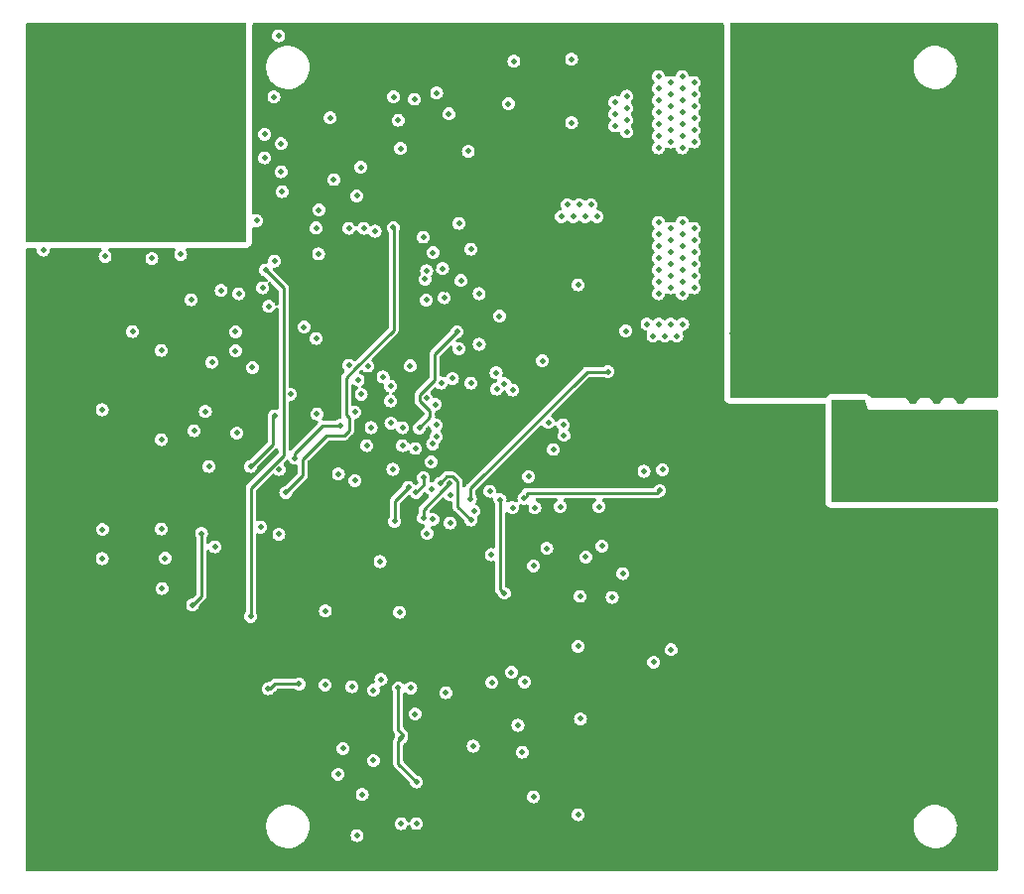
<source format=gbr>
%TF.GenerationSoftware,KiCad,Pcbnew,7.0.10-7.0.10~ubuntu22.04.1*%
%TF.CreationDate,2024-07-10T19:59:27-04:00*%
%TF.ProjectId,IcePSMNR55,49636550-534d-44e5-9235-352e6b696361,rev?*%
%TF.SameCoordinates,Original*%
%TF.FileFunction,Copper,L5,Inr*%
%TF.FilePolarity,Positive*%
%FSLAX46Y46*%
G04 Gerber Fmt 4.6, Leading zero omitted, Abs format (unit mm)*
G04 Created by KiCad (PCBNEW 7.0.10-7.0.10~ubuntu22.04.1) date 2024-07-10 19:59:27*
%MOMM*%
%LPD*%
G01*
G04 APERTURE LIST*
%TA.AperFunction,ComponentPad*%
%ADD10C,1.800000*%
%TD*%
%TA.AperFunction,ViaPad*%
%ADD11C,0.500000*%
%TD*%
%TA.AperFunction,Conductor*%
%ADD12C,0.260000*%
%TD*%
G04 APERTURE END LIST*
D10*
%TO.N,/HighSw*%
%TO.C,M4*%
X101600000Y-45720000D03*
X104140000Y-45720000D03*
X106680000Y-45720000D03*
X109220000Y-45720000D03*
X111760000Y-45720000D03*
X114300000Y-45720000D03*
X114300000Y-48260000D03*
X111760000Y-48260000D03*
X109220000Y-48260000D03*
X106680000Y-48260000D03*
X104140000Y-48260000D03*
X101600000Y-48260000D03*
X101600000Y-50800000D03*
X104140000Y-50800000D03*
X106680000Y-50800000D03*
X109220000Y-50800000D03*
X111760000Y-50800000D03*
X114300000Y-50800000D03*
X114300000Y-53340000D03*
X111760000Y-53340000D03*
X109220000Y-53340000D03*
X106680000Y-53340000D03*
X104140000Y-53340000D03*
X101600000Y-53340000D03*
X101600000Y-55880000D03*
X104140000Y-55880000D03*
X106680000Y-55880000D03*
X109220000Y-55880000D03*
X111760000Y-55880000D03*
X114300000Y-55880000D03*
X114300000Y-58420000D03*
X111760000Y-58420000D03*
X109220000Y-58420000D03*
X106680000Y-58420000D03*
X104140000Y-58420000D03*
X101600000Y-58420000D03*
%TD*%
%TO.N,GND*%
%TO.C,M3*%
X101600000Y-82550000D03*
X104140000Y-82550000D03*
X106680000Y-82550000D03*
X109220000Y-82550000D03*
X111760000Y-82550000D03*
X114300000Y-82550000D03*
X114300000Y-85090000D03*
X111760000Y-85090000D03*
X109220000Y-85090000D03*
X106680000Y-85090000D03*
X104140000Y-85090000D03*
X101600000Y-85090000D03*
X101600000Y-87630000D03*
X104140000Y-87630000D03*
X106680000Y-87630000D03*
X109220000Y-87630000D03*
X111760000Y-87630000D03*
X114300000Y-87630000D03*
X114300000Y-90170000D03*
X111760000Y-90170000D03*
X109220000Y-90170000D03*
X106680000Y-90170000D03*
X104140000Y-90170000D03*
X101600000Y-90170000D03*
X101600000Y-92710000D03*
X104140000Y-92710000D03*
X106680000Y-92710000D03*
X109220000Y-92710000D03*
X111760000Y-92710000D03*
X114300000Y-92710000D03*
X114300000Y-95250000D03*
X111760000Y-95250000D03*
X109220000Y-95250000D03*
X106680000Y-95250000D03*
X104140000Y-95250000D03*
X101600000Y-95250000D03*
%TD*%
%TO.N,/VIN*%
%TO.C,M1*%
X39370000Y-38100000D03*
X41910000Y-38100000D03*
X44450000Y-38100000D03*
X46990000Y-38100000D03*
X49530000Y-38100000D03*
X52070000Y-38100000D03*
X52070000Y-40640000D03*
X49530000Y-40640000D03*
X46990000Y-40640000D03*
X44450000Y-40640000D03*
X41910000Y-40640000D03*
X39370000Y-40640000D03*
X39370000Y-43180000D03*
X41910000Y-43180000D03*
X44450000Y-43180000D03*
X46990000Y-43180000D03*
X49530000Y-43180000D03*
X52070000Y-43180000D03*
X52070000Y-45720000D03*
X49530000Y-45720000D03*
X46990000Y-45720000D03*
X44450000Y-45720000D03*
X41910000Y-45720000D03*
X39370000Y-45720000D03*
X39370000Y-48260000D03*
X41910000Y-48260000D03*
X44450000Y-48260000D03*
X46990000Y-48260000D03*
X49530000Y-48260000D03*
X52070000Y-48260000D03*
X52070000Y-50800000D03*
X49530000Y-50800000D03*
X46990000Y-50800000D03*
X44450000Y-50800000D03*
X41910000Y-50800000D03*
X39370000Y-50800000D03*
%TD*%
%TO.N,GND*%
%TO.C,M2*%
X39390000Y-102870000D03*
X41930000Y-102870000D03*
X44470000Y-102870000D03*
X47010000Y-102870000D03*
X49550000Y-102870000D03*
X52090000Y-102870000D03*
X52090000Y-100330000D03*
X49550000Y-100330000D03*
X47010000Y-100330000D03*
X44470000Y-100330000D03*
X41930000Y-100330000D03*
X39390000Y-100330000D03*
X39390000Y-97790000D03*
X41930000Y-97790000D03*
X44470000Y-97790000D03*
X47010000Y-97790000D03*
X49550000Y-97790000D03*
X52090000Y-97790000D03*
X52090000Y-95250000D03*
X49550000Y-95250000D03*
X47010000Y-95250000D03*
X44470000Y-95250000D03*
X41930000Y-95250000D03*
X39390000Y-95250000D03*
X39390000Y-92710000D03*
X41930000Y-92710000D03*
X44470000Y-92710000D03*
X47010000Y-92710000D03*
X49550000Y-92710000D03*
X52090000Y-92710000D03*
X52090000Y-90170000D03*
X49550000Y-90170000D03*
X47010000Y-90170000D03*
X44470000Y-90170000D03*
X41930000Y-90170000D03*
X39390000Y-90170000D03*
%TD*%
D11*
%TO.N,GND*%
X77470000Y-79629000D03*
%TO.N,/VIN*%
X51054000Y-72136000D03*
X79883000Y-79121000D03*
%TO.N,/LED_R*%
X89747821Y-72417821D03*
%TO.N,GND*%
X91567000Y-71374000D03*
X92826749Y-74167353D03*
X92837000Y-77216000D03*
X95250000Y-76327000D03*
X100076000Y-67691000D03*
X102235000Y-67691000D03*
X101092000Y-67691000D03*
X99060000Y-67691000D03*
X98044000Y-67691000D03*
X100584000Y-69215000D03*
X102743000Y-69215000D03*
X101600000Y-69215000D03*
X99568000Y-69215000D03*
X98552000Y-69215000D03*
X97917000Y-73914000D03*
X99949000Y-73914000D03*
X101981000Y-73914000D03*
X100965000Y-73914000D03*
X98933000Y-73914000D03*
%TO.N,/AntiSeriesFB*%
X110236000Y-73787000D03*
X112014000Y-73787000D03*
X113538000Y-73787000D03*
X109855000Y-72390000D03*
X113157000Y-72390000D03*
X111379000Y-72390000D03*
X108712000Y-73787000D03*
X114681000Y-72390000D03*
X108839000Y-70866000D03*
X110363000Y-70866000D03*
X112141000Y-70866000D03*
X113665000Y-70866000D03*
X109982000Y-69469000D03*
X111506000Y-69469000D03*
X113284000Y-69469000D03*
X114808000Y-69469000D03*
X112141000Y-68072000D03*
X113665000Y-68072000D03*
%TO.N,GND*%
X97917000Y-70739000D03*
X98933000Y-70739000D03*
%TO.N,/AntiSeriesFB*%
X108839000Y-68072000D03*
X110363000Y-68072000D03*
X117221000Y-68961000D03*
X116713000Y-71374000D03*
X116840000Y-74041000D03*
X115443000Y-74422000D03*
X108839000Y-74803000D03*
X107315000Y-68199000D03*
X107315000Y-70612000D03*
X107442000Y-74041000D03*
%TO.N,GND*%
X89846000Y-67590000D03*
%TO.N,/AntiSeriesFB*%
X105918000Y-69596000D03*
X105029000Y-69596000D03*
X105918000Y-71628000D03*
X105029000Y-71628000D03*
X105918000Y-73533000D03*
X105029000Y-73533000D03*
%TO.N,GND*%
X112250000Y-76962000D03*
X113284000Y-76962000D03*
X110218000Y-76962000D03*
X111252000Y-76962000D03*
X109220000Y-76962000D03*
X110744000Y-76200000D03*
X112776000Y-76200000D03*
X95630000Y-72910000D03*
X94614000Y-72910000D03*
X95122000Y-71894000D03*
X43390000Y-65650000D03*
X55800000Y-104600000D03*
X105840000Y-79320000D03*
X65230000Y-53250000D03*
X78440000Y-84480000D03*
X94940000Y-91770000D03*
X84479737Y-91209916D03*
X100880000Y-99460000D03*
X67665600Y-66522600D03*
X74380000Y-69160000D03*
X95956000Y-90246000D03*
X108460000Y-99460000D03*
X60018332Y-58988445D03*
X96816000Y-99460000D03*
X88320000Y-85980000D03*
X72970000Y-69220000D03*
X94940000Y-85458000D03*
X62940000Y-59090000D03*
X101600000Y-72390000D03*
X44450000Y-81280000D03*
X49310000Y-86420000D03*
X104396000Y-99460000D03*
X87346000Y-71374000D03*
X98171000Y-101981000D03*
X77230000Y-67760000D03*
X103380000Y-99460000D03*
X75438000Y-61976000D03*
X101410000Y-76204000D03*
X76030000Y-67760000D03*
X80600000Y-95270000D03*
X64180000Y-56490000D03*
X56515000Y-74295000D03*
X95956000Y-91262000D03*
X61722000Y-49022000D03*
X71272400Y-57048400D03*
X64180000Y-54850000D03*
X81680000Y-103890000D03*
X83921600Y-66065400D03*
X81360000Y-73440000D03*
X68707000Y-71856600D03*
X88200000Y-95200000D03*
X97832000Y-99460000D03*
X80000000Y-102800000D03*
X75820000Y-72450000D03*
X60706000Y-66294000D03*
X62712600Y-78409800D03*
X94940000Y-83426000D03*
X93345000Y-91821000D03*
X102934000Y-77220000D03*
X82810000Y-40260000D03*
X97028000Y-88773000D03*
X97570000Y-84100000D03*
X82200000Y-96400000D03*
X94940000Y-92786000D03*
X53410000Y-76650000D03*
X75760000Y-70520000D03*
X88890000Y-93150000D03*
X105412000Y-99460000D03*
X95956000Y-84950000D03*
X103632000Y-104521000D03*
X67560000Y-56350000D03*
X65590000Y-57680000D03*
X98848000Y-99460000D03*
X102872000Y-100476000D03*
X96308000Y-100476000D03*
X76200000Y-94691200D03*
X55400000Y-34800000D03*
X75946000Y-45339000D03*
X58730000Y-42970000D03*
X88650000Y-102360000D03*
X76940000Y-72390000D03*
X37200000Y-59230000D03*
X113810000Y-76200000D03*
X94940000Y-93802000D03*
X93345000Y-98298000D03*
X58250000Y-97650000D03*
X100584000Y-72390000D03*
X97409000Y-97790000D03*
X89820000Y-85070000D03*
X104904000Y-100476000D03*
X58170000Y-58330000D03*
X94940000Y-86474000D03*
X65440000Y-105500000D03*
X95956000Y-80886000D03*
X99949000Y-70739000D03*
X99356000Y-100476000D03*
X95360000Y-103390000D03*
X104458000Y-76204000D03*
X93120000Y-94760000D03*
X92710000Y-84582000D03*
X62960000Y-56580000D03*
X95800000Y-99460000D03*
X65460000Y-58880000D03*
X86220000Y-84520000D03*
X56650000Y-85020000D03*
X76120000Y-35340000D03*
X95956000Y-95326000D03*
X80390000Y-85270000D03*
X62433200Y-94005400D03*
X94940000Y-84442000D03*
X90068900Y-81117500D03*
X93730000Y-105440000D03*
X63830000Y-84130000D03*
X99378000Y-76204000D03*
X66000000Y-54760000D03*
X93910000Y-60520000D03*
X100372000Y-100476000D03*
X43490000Y-68860000D03*
X98298000Y-86614000D03*
X109746000Y-76200000D03*
X64800000Y-43600000D03*
X79020000Y-43800000D03*
X62230000Y-88011000D03*
X56840000Y-53400000D03*
X98520000Y-79810000D03*
X83280000Y-89620000D03*
X93250000Y-102420000D03*
X62860000Y-54900000D03*
X101918000Y-77220000D03*
X94784000Y-99460000D03*
X102426000Y-76204000D03*
X69088000Y-85598000D03*
X86650000Y-52230000D03*
X95956000Y-94310000D03*
X59791600Y-55880000D03*
X56159400Y-93065600D03*
X73280000Y-63810000D03*
X102440000Y-78980000D03*
X73040000Y-70520000D03*
X45670000Y-73580000D03*
X53340000Y-82042000D03*
X78994000Y-61722000D03*
X81780000Y-72150000D03*
X69201885Y-105793320D03*
X106250000Y-102890000D03*
X72680000Y-105580000D03*
X74380000Y-70530000D03*
X74980800Y-97383600D03*
X99886000Y-77220000D03*
X78250000Y-104940000D03*
X107040000Y-77600000D03*
X95956000Y-86982000D03*
X83250000Y-84750000D03*
X102616000Y-72390000D03*
X105920000Y-100476000D03*
X73660000Y-81229200D03*
X98552000Y-72390000D03*
X72490000Y-91480000D03*
X62410000Y-37650000D03*
X69138800Y-64820800D03*
X64516000Y-71628000D03*
X82473800Y-68503800D03*
X77597000Y-60071000D03*
X76120000Y-85860000D03*
X97150000Y-78550000D03*
X88280000Y-82950000D03*
X95956000Y-93294000D03*
X73030000Y-67760000D03*
X94940000Y-90754000D03*
X65659000Y-82550000D03*
X98870000Y-77220000D03*
X111778000Y-76200000D03*
X55040000Y-98020000D03*
X66120000Y-78440000D03*
X103888000Y-100476000D03*
X38780000Y-53920000D03*
X97324000Y-100476000D03*
X73928348Y-94643407D03*
X64210000Y-57950000D03*
X69530000Y-46260000D03*
X84200000Y-105800000D03*
X92837000Y-80500000D03*
X83650000Y-61860000D03*
X95956000Y-83934000D03*
X71000000Y-104000000D03*
X85910000Y-93810000D03*
X86130000Y-82980000D03*
X67480000Y-58360000D03*
X94940000Y-81394000D03*
X65600000Y-104400000D03*
X55600000Y-42000000D03*
X81661000Y-77597000D03*
X99568000Y-72390000D03*
X115970000Y-78640000D03*
X65960000Y-47340000D03*
X95292000Y-100476000D03*
X39200000Y-86400000D03*
X95956000Y-92278000D03*
X73590000Y-72460000D03*
X95956000Y-85966000D03*
X77830000Y-77440000D03*
X64090000Y-59030000D03*
X63700000Y-42070000D03*
X67560000Y-54790000D03*
X81760000Y-44510000D03*
X67995800Y-93827600D03*
X51490000Y-54940000D03*
X95956000Y-96342000D03*
X75360000Y-102000000D03*
X43780000Y-58580000D03*
X58674000Y-63627000D03*
X106428000Y-99460000D03*
X69342000Y-80264000D03*
X37460000Y-71150000D03*
X77240000Y-69120000D03*
X100394000Y-76204000D03*
X100902000Y-77220000D03*
X58648600Y-79476600D03*
X100965000Y-70739000D03*
X95956000Y-81902000D03*
X44196000Y-77216000D03*
X107952000Y-100476000D03*
X72600000Y-101800000D03*
X75400000Y-105400000D03*
X74940000Y-51840000D03*
X51793054Y-69659660D03*
X92583000Y-88900000D03*
X107444000Y-99460000D03*
X74940000Y-92740000D03*
X94940000Y-94818000D03*
X74450000Y-67760000D03*
X84410000Y-71930000D03*
X62870000Y-57860000D03*
X43100000Y-85470000D03*
X99864000Y-99460000D03*
X83710000Y-78990000D03*
X94940000Y-82410000D03*
X61087000Y-63627000D03*
X103950000Y-77220000D03*
X105310000Y-103920000D03*
X102364000Y-99460000D03*
X106936000Y-100476000D03*
X96960000Y-105470000D03*
X85704158Y-101681458D03*
X103442000Y-76204000D03*
X98180000Y-93580000D03*
X69596000Y-42799000D03*
X95956000Y-82918000D03*
X93853000Y-87757000D03*
X37170000Y-55210000D03*
X37600000Y-68210000D03*
X85520000Y-86990000D03*
X104966000Y-77220000D03*
X61400000Y-105600000D03*
X64960000Y-102920000D03*
X111600000Y-79510000D03*
X59791600Y-95656400D03*
X101981000Y-70739000D03*
X109910000Y-98600000D03*
X101540000Y-102970000D03*
X54813200Y-65938400D03*
X58674000Y-75565000D03*
X37973000Y-77724000D03*
X65700000Y-56480000D03*
X87890000Y-61940000D03*
X75870000Y-69150000D03*
X56400000Y-99200000D03*
X60256161Y-71423956D03*
X69455000Y-94240000D03*
X116990000Y-98840000D03*
X94940000Y-95834000D03*
X55600000Y-48790000D03*
X98340000Y-100476000D03*
X82490000Y-75620000D03*
%TO.N,+3V3*%
X76962000Y-75666000D03*
X62267974Y-68647000D03*
X60421470Y-50271730D03*
X75845000Y-59309000D03*
X58369200Y-71424800D03*
X85460000Y-83320000D03*
X74105000Y-57404000D03*
X67564000Y-68847000D03*
X72218513Y-60636487D03*
X66747913Y-72387087D03*
X84330000Y-75565000D03*
X63497060Y-73344633D03*
X56155000Y-58480000D03*
X79502000Y-63119000D03*
X69000000Y-68850000D03*
X57048400Y-72390000D03*
X86614000Y-60579000D03*
X69630600Y-55460000D03*
X59165000Y-60258000D03*
X53310000Y-62290000D03*
%TO.N,/+22V*%
X77790000Y-96520000D03*
X65074800Y-97231200D03*
X73609200Y-96012000D03*
X78740000Y-100330000D03*
%TO.N,+5V*%
X57605000Y-74355000D03*
X60960000Y-90780000D03*
X66774620Y-51771141D03*
X60985200Y-84454800D03*
%TO.N,+1V2*%
X70443511Y-68604923D03*
X75148133Y-79670000D03*
X69993000Y-71754601D03*
X80441800Y-70688200D03*
%TO.N,+2V5*%
X78867000Y-75666000D03*
X81030000Y-75565000D03*
%TO.N,/VIN*%
X91440000Y-43942000D03*
X89408000Y-39878000D03*
X91440000Y-44958000D03*
X82720000Y-83220000D03*
X54760000Y-63710000D03*
X91440000Y-54356000D03*
X90424000Y-53848000D03*
X91440000Y-42926000D03*
X91440000Y-40894000D03*
X62103000Y-72771000D03*
X90424000Y-55880000D03*
X91440000Y-38862000D03*
X84170000Y-50820000D03*
X89960000Y-61010000D03*
X89408000Y-41910000D03*
X90424000Y-41402000D03*
X92456000Y-41402000D03*
X57000000Y-35400000D03*
X91440000Y-56388000D03*
X89408000Y-55372000D03*
X90976000Y-61010000D03*
X88944000Y-61010000D03*
X92456000Y-53848000D03*
X67200000Y-42600000D03*
X92456000Y-42418000D03*
X86716000Y-40542000D03*
X92456000Y-40386000D03*
X76600000Y-41200000D03*
X91484000Y-59994000D03*
X89408000Y-44958000D03*
X44530000Y-60630000D03*
X89408000Y-53340000D03*
X46190000Y-54390000D03*
X90424000Y-56896000D03*
X91440000Y-51308000D03*
X92456000Y-54864000D03*
X71130000Y-57750000D03*
X55110000Y-51170000D03*
X89408000Y-40894000D03*
X56600000Y-40600000D03*
X82646000Y-49804000D03*
X89452000Y-59994000D03*
X86716000Y-41558000D03*
X92456000Y-39370000D03*
X89408000Y-54356000D03*
X52090000Y-57130000D03*
X63670000Y-49060000D03*
X42190000Y-54210000D03*
X51562000Y-78994000D03*
X90424000Y-54864000D03*
X49784000Y-69088000D03*
X92456000Y-55880000D03*
X72400000Y-51400000D03*
X70485000Y-40259000D03*
X82138000Y-50820000D03*
X90424000Y-40386000D03*
X57200000Y-47000000D03*
X90424000Y-44450000D03*
X92456000Y-52832000D03*
X65659000Y-80264000D03*
X81122000Y-50820000D03*
X64008000Y-46609000D03*
X67310000Y-84582000D03*
X89408000Y-38862000D03*
X88180000Y-72560000D03*
X55800000Y-43800000D03*
X90424000Y-42418000D03*
X89408000Y-52324000D03*
X82000000Y-42800000D03*
X86716000Y-43590000D03*
X89408000Y-56388000D03*
X92456000Y-56896000D03*
X69494446Y-56149807D03*
X90424000Y-39370000D03*
X82550000Y-87500000D03*
X92456000Y-44450000D03*
X64897000Y-68834000D03*
X90424000Y-43434000D03*
X77978000Y-90525600D03*
X57200000Y-44600000D03*
X90424000Y-52832000D03*
X91440000Y-41910000D03*
X48640000Y-54050000D03*
X90468000Y-59994000D03*
X82753200Y-93675200D03*
X57290000Y-48680000D03*
X89408000Y-51308000D03*
X72567800Y-56286400D03*
X85700000Y-42066000D03*
X92456000Y-43434000D03*
X89408000Y-57404000D03*
X70993000Y-55245000D03*
X86716000Y-42574000D03*
X83662000Y-49804000D03*
X67400000Y-45000000D03*
X85700000Y-43082000D03*
X89408000Y-43942000D03*
X60200000Y-51800000D03*
X82000000Y-37400000D03*
X60198000Y-61214000D03*
X36930000Y-53680000D03*
X89408000Y-42926000D03*
X69610000Y-57930000D03*
X91440000Y-57404000D03*
X88436000Y-59994000D03*
X91440000Y-39878000D03*
X69350000Y-52570000D03*
X91440000Y-53340000D03*
X85700000Y-41050000D03*
X91440000Y-55372000D03*
X83154000Y-50820000D03*
X91440000Y-52324000D03*
X63260000Y-90932000D03*
X57023000Y-77927200D03*
X81630000Y-49804000D03*
X90424000Y-51816000D03*
X61710000Y-47660000D03*
X92456000Y-51816000D03*
X61400000Y-42400000D03*
X55800000Y-45800000D03*
%TO.N,Net-(U8-GND{slash}ADJ)*%
X56120000Y-91100000D03*
X58743587Y-90696413D03*
%TO.N,Net-(C43-Pad1)*%
X77419200Y-94234000D03*
X82550000Y-101854000D03*
%TO.N,/LED_R*%
X90474800Y-87782400D03*
X75620000Y-65532000D03*
%TO.N,/LED_G*%
X76962000Y-65624800D03*
X84582000Y-78943200D03*
X81330800Y-69494400D03*
%TO.N,/LED_B*%
X89001600Y-88849200D03*
X76250800Y-65074800D03*
%TO.N,/CDONE*%
X70154800Y-76657200D03*
X83210400Y-79857600D03*
X70131751Y-70208481D03*
%TO.N,Net-(IC1-CA)*%
X73176400Y-45237400D03*
X77070000Y-37567200D03*
%TO.N,/USB_M*%
X55880000Y-55372000D03*
X54610000Y-84937600D03*
X68760000Y-102610000D03*
X68595000Y-40800000D03*
%TO.N,/USB_P*%
X67462026Y-95300800D03*
X68760000Y-99060000D03*
X67208400Y-91033600D03*
X55626000Y-56896000D03*
X53441600Y-69291200D03*
X55473600Y-77317600D03*
X66800000Y-40600000D03*
%TO.N,/IOT_36B*%
X50749200Y-67462400D03*
X66580000Y-68427600D03*
X78319999Y-73004078D03*
%TO.N,/VGS:LOAD-IOB_13B*%
X74117200Y-61722000D03*
X70459600Y-69590000D03*
X70358000Y-66852800D03*
X71526400Y-42062400D03*
X70166127Y-53896000D03*
%TO.N,/VGS:Fly-IOB_18A*%
X71628000Y-76962000D03*
X78740000Y-80619600D03*
X86360000Y-81280000D03*
X68716983Y-74355000D03*
X69342000Y-73085000D03*
%TO.N,/IOT_43A*%
X66548000Y-66548000D03*
X80006265Y-68385000D03*
X41950000Y-67310000D03*
%TO.N,/IOT_42B*%
X81280000Y-68580000D03*
X46990000Y-69850000D03*
X64516000Y-70358000D03*
X67568653Y-70362653D03*
%TO.N,/FPGA_SO*%
X71628000Y-74549000D03*
X68067347Y-73918653D03*
X66894389Y-76818811D03*
X62077600Y-98399600D03*
X62484000Y-96215200D03*
X65074800Y-91236800D03*
X46990000Y-77470000D03*
X70027987Y-74040813D03*
%TO.N,/FT_SSn*%
X65909774Y-64508148D03*
X73369000Y-74930000D03*
X41960800Y-77520800D03*
X85090000Y-64058800D03*
%TO.N,/FPGA_SI*%
X73660000Y-75946000D03*
X63690000Y-103639000D03*
X47300000Y-79980000D03*
X64135000Y-100140000D03*
%TO.N,/FLASH_MOSI*%
X62992000Y-63500000D03*
X41950000Y-80010000D03*
X65735200Y-90322400D03*
X73406000Y-53594000D03*
%TO.N,/FT_SCK*%
X68229418Y-63567000D03*
X47040800Y-82550000D03*
X64052676Y-65973000D03*
X69650079Y-77853000D03*
%TO.N,/FLASH_MISO*%
X49657000Y-83947000D03*
X50419000Y-77851000D03*
X63500000Y-67497000D03*
X82550000Y-56642000D03*
X64592200Y-63576200D03*
X54610000Y-72136000D03*
X56642000Y-67810000D03*
%TO.N,/HighSw*%
X106470000Y-36430000D03*
X115824000Y-61976000D03*
X115189000Y-65278000D03*
X113538000Y-63246000D03*
X101346000Y-63246000D03*
X102870000Y-41148000D03*
X106680000Y-61976000D03*
X108204000Y-61976000D03*
X97282000Y-44958000D03*
X110490000Y-63246000D03*
X101346000Y-40132000D03*
X108966000Y-63246000D03*
X95730000Y-60810000D03*
X98806000Y-55880000D03*
X98806000Y-60452000D03*
X101346000Y-37084000D03*
X100584000Y-61976000D03*
X101346000Y-38608000D03*
X98806000Y-49784000D03*
X112776000Y-61976000D03*
X96266000Y-44958000D03*
X102870000Y-42672000D03*
X103632000Y-61976000D03*
X116850000Y-57200000D03*
X97536000Y-61976000D03*
X97282000Y-53340000D03*
X98806000Y-40640000D03*
X96266000Y-55372000D03*
X98806000Y-45212000D03*
X97282000Y-57404000D03*
X116890000Y-35410000D03*
X100076000Y-42672000D03*
X98806000Y-54356000D03*
X99060000Y-61976000D03*
X114300000Y-61976000D03*
X115189000Y-66294000D03*
X98806000Y-38862000D03*
X102108000Y-61976000D03*
X98806000Y-58928000D03*
X107720000Y-39390000D03*
X98806000Y-48260000D03*
X100076000Y-39624000D03*
X98806000Y-46736000D03*
X96266000Y-57404000D03*
X100076000Y-38100000D03*
X101346000Y-41656000D03*
X104394000Y-63246000D03*
X96774000Y-63246000D03*
X113157000Y-66294000D03*
X116820000Y-41280000D03*
X109500000Y-41810000D03*
X111252000Y-61976000D03*
X117200000Y-49320000D03*
X103060000Y-36240000D03*
X96266000Y-53340000D03*
X111125000Y-65278000D03*
X98806000Y-57404000D03*
X99822000Y-63246000D03*
X97282000Y-42926000D03*
X102870000Y-63246000D03*
X105918000Y-63246000D03*
X111125000Y-66294000D03*
X102870000Y-38100000D03*
X96266000Y-40894000D03*
X98806000Y-52832000D03*
X109728000Y-61976000D03*
X97282000Y-55372000D03*
X102870000Y-39624000D03*
X115062000Y-63246000D03*
X98806000Y-43688000D03*
X113157000Y-65278000D03*
X97282000Y-40894000D03*
X107442000Y-63246000D03*
X100076000Y-41148000D03*
X98806000Y-51308000D03*
X116586000Y-63246000D03*
X112014000Y-63246000D03*
X98806000Y-42164000D03*
X96266000Y-42926000D03*
X104610000Y-38710000D03*
X105156000Y-61976000D03*
X105180000Y-41430000D03*
X98298000Y-63246000D03*
%TO.N,/CRESET_N*%
X69600000Y-66294001D03*
X68681600Y-70604601D03*
%TO.N,/EE_CS*%
X53310000Y-60640000D03*
X62992000Y-51816000D03*
X58013600Y-65973000D03*
%TO.N,/EE_CLK*%
X64262000Y-51816000D03*
X60267500Y-67660000D03*
%TO.N,/EE_DAT*%
X65235000Y-52070000D03*
X56642000Y-54610000D03*
X53594000Y-57404000D03*
%TO.N,Net-(U9-EN{slash}UVLO)*%
X76860400Y-89712800D03*
X75201866Y-90575000D03*
X71260000Y-91450000D03*
%TO.N,/IOB_22A*%
X89509648Y-74193352D03*
X70782797Y-73573857D03*
X77927200Y-74879200D03*
X73406000Y-76708000D03*
%TO.N,/IOB_23B*%
X68630800Y-93268800D03*
X75895200Y-74980800D03*
X76250800Y-82956400D03*
X68275200Y-91033600D03*
%TO.N,/IOB_24A*%
X69342000Y-76521000D03*
X71577200Y-73592627D03*
X67462400Y-102616000D03*
%TO.N,/CRYSTAL-IOB_25B_G3*%
X75031600Y-74254078D03*
X75559627Y-64139627D03*
%TO.N,/IOB_0A*%
X73406000Y-65024000D03*
X49530000Y-57912000D03*
%TO.N,/IOB_2A*%
X51308000Y-63246000D03*
X71839405Y-64620975D03*
%TO.N,/IOB_4A*%
X63777929Y-64746071D03*
X66548000Y-65278000D03*
X46990000Y-62230000D03*
X70866000Y-65024000D03*
%TO.N,/CLK_12M_FT*%
X72390000Y-62090000D03*
X60411834Y-54011034D03*
%TD*%
D12*
%TO.N,+3V3*%
X69020000Y-66534245D02*
X69020000Y-66049756D01*
X58369200Y-71043800D02*
X58369200Y-71424800D01*
X69000000Y-68850000D02*
X69000000Y-68795000D01*
X69020000Y-66049756D02*
X70291000Y-64778756D01*
X69918555Y-67876445D02*
X69918555Y-67432800D01*
X60766000Y-68647000D02*
X58369200Y-71043800D01*
X70291000Y-64778756D02*
X70291000Y-62564000D01*
X69000000Y-68795000D02*
X69918555Y-67876445D01*
X70291000Y-62564000D02*
X72218513Y-60636487D01*
X69918555Y-67432800D02*
X69020000Y-66534245D01*
X62267974Y-68647000D02*
X60766000Y-68647000D01*
%TO.N,+5V*%
X59055000Y-71501000D02*
X59055000Y-72905000D01*
X62738000Y-67691000D02*
X62992000Y-67945000D01*
X59055000Y-72905000D02*
X57605000Y-74355000D01*
X61086302Y-69469698D02*
X59055000Y-71501000D01*
X62610302Y-69469698D02*
X61086302Y-69469698D01*
X66774620Y-51771141D02*
X66802000Y-51798521D01*
X62992000Y-67945000D02*
X62992000Y-69088000D01*
X63572000Y-63733173D02*
X63572000Y-63740244D01*
X62738000Y-64574244D02*
X62738000Y-67691000D01*
X62992000Y-69088000D02*
X62610302Y-69469698D01*
X63572000Y-63740244D02*
X62738000Y-64574244D01*
X66802000Y-60503173D02*
X63572000Y-63733173D01*
X66802000Y-51798521D02*
X66802000Y-60503173D01*
%TO.N,Net-(U8-GND{slash}ADJ)*%
X58743587Y-90696413D02*
X56674387Y-90696413D01*
X56135600Y-91084400D02*
X56120000Y-91100000D01*
X56286400Y-91084400D02*
X56135600Y-91084400D01*
X56674387Y-90696413D02*
X56286400Y-91084400D01*
%TO.N,/USB_M*%
X54610000Y-74008156D02*
X54610000Y-84937600D01*
X57404000Y-71214156D02*
X54610000Y-74008156D01*
X57404000Y-56896000D02*
X57404000Y-71214156D01*
X55880000Y-55372000D02*
X57404000Y-56896000D01*
%TO.N,/USB_P*%
X67208400Y-97508400D02*
X68760000Y-99060000D01*
X67208400Y-94640400D02*
X67208400Y-91033600D01*
X67462026Y-95300800D02*
X67208400Y-95554426D01*
X67462026Y-95300800D02*
X67564000Y-95198826D01*
X67208400Y-95554426D02*
X67208400Y-97508400D01*
X67564000Y-94996000D02*
X67208400Y-94640400D01*
X67564000Y-95198826D02*
X67564000Y-94996000D01*
%TO.N,/VGS:Fly-IOB_18A*%
X69342000Y-73729983D02*
X68716983Y-74355000D01*
X69342000Y-73085000D02*
X69342000Y-73729983D01*
%TO.N,/FPGA_SO*%
X66894389Y-75091611D02*
X68067347Y-73918653D01*
X66894389Y-76818811D02*
X66894389Y-75091611D01*
%TO.N,/FT_SSn*%
X73369000Y-73996960D02*
X73369000Y-74930000D01*
X83307160Y-64058800D02*
X73369000Y-73996960D01*
X85090000Y-64058800D02*
X83307160Y-64058800D01*
%TO.N,/FLASH_MISO*%
X56515000Y-67937000D02*
X56642000Y-67810000D01*
X49657000Y-83947000D02*
X50419000Y-83185000D01*
X54610000Y-72136000D02*
X56515000Y-70231000D01*
X56515000Y-70231000D02*
X56515000Y-67937000D01*
X50419000Y-83185000D02*
X50419000Y-77851000D01*
%TO.N,/IOB_22A*%
X78155800Y-74650600D02*
X77927200Y-74879200D01*
X78155800Y-74405800D02*
X78155800Y-74650600D01*
X72263000Y-73447227D02*
X71815373Y-72999600D01*
X78155800Y-74405800D02*
X89297200Y-74405800D01*
X71339027Y-72999600D02*
X70782797Y-73555830D01*
X89297200Y-74405800D02*
X89509648Y-74193352D01*
X73406000Y-76708000D02*
X72263000Y-75565000D01*
X72263000Y-75565000D02*
X72263000Y-73447227D01*
X70782797Y-73555830D02*
X70782797Y-73573857D01*
X71815373Y-72999600D02*
X71339027Y-72999600D01*
%TO.N,/IOB_23B*%
X75895200Y-82600800D02*
X75895200Y-74980800D01*
X76250800Y-82956400D02*
X75895200Y-82600800D01*
%TO.N,/IOB_24A*%
X71577200Y-73592627D02*
X71577200Y-73599698D01*
X71577200Y-73599698D02*
X71023041Y-74153857D01*
X71015970Y-74153857D02*
X69342000Y-75827827D01*
X69342000Y-75827827D02*
X69342000Y-76521000D01*
X71023041Y-74153857D02*
X71015970Y-74153857D01*
%TD*%
%TA.AperFunction,Conductor*%
%TO.N,GND*%
G36*
X54204217Y-106679500D02*
G01*
X35557500Y-106679500D01*
X35490461Y-106659815D01*
X35444706Y-106607011D01*
X35433500Y-106555500D01*
X35433500Y-88000000D01*
X54250000Y-88000000D01*
X54204217Y-106679500D01*
G37*
%TD.AperFunction*%
%TD*%
%TA.AperFunction,Conductor*%
%TO.N,/HighSw*%
G36*
X118306539Y-34310185D02*
G01*
X118352294Y-34362989D01*
X118363500Y-34414500D01*
X118363500Y-66172500D01*
X118343815Y-66239539D01*
X118291011Y-66285294D01*
X118239500Y-66296500D01*
X115970250Y-66296500D01*
X115827839Y-66316974D01*
X115696963Y-66376741D01*
X115696959Y-66376744D01*
X115588223Y-66470963D01*
X115588221Y-66470966D01*
X115510434Y-66592001D01*
X115510433Y-66592005D01*
X115474190Y-66715436D01*
X115436415Y-66774213D01*
X115372859Y-66803238D01*
X115355213Y-66804500D01*
X115030485Y-66804500D01*
X114963446Y-66784815D01*
X114917691Y-66732011D01*
X114911508Y-66715436D01*
X114910777Y-66712949D01*
X114875266Y-66592008D01*
X114797478Y-66470968D01*
X114797472Y-66470963D01*
X114688746Y-66376750D01*
X114688744Y-66376748D01*
X114688741Y-66376746D01*
X114688730Y-66376741D01*
X114557866Y-66316976D01*
X114557861Y-66316975D01*
X114415447Y-66296500D01*
X113938251Y-66296500D01*
X113938250Y-66296500D01*
X113795839Y-66316974D01*
X113664963Y-66376741D01*
X113664959Y-66376744D01*
X113556223Y-66470963D01*
X113556221Y-66470966D01*
X113478434Y-66592001D01*
X113478433Y-66592005D01*
X113442190Y-66715436D01*
X113404415Y-66774213D01*
X113340859Y-66803238D01*
X113323213Y-66804500D01*
X112998485Y-66804500D01*
X112931446Y-66784815D01*
X112885691Y-66732011D01*
X112879508Y-66715436D01*
X112878777Y-66712949D01*
X112843266Y-66592008D01*
X112765478Y-66470968D01*
X112765472Y-66470963D01*
X112656746Y-66376750D01*
X112656744Y-66376748D01*
X112656741Y-66376746D01*
X112656730Y-66376741D01*
X112525866Y-66316976D01*
X112525861Y-66316975D01*
X112383447Y-66296500D01*
X111906251Y-66296500D01*
X111906250Y-66296500D01*
X111763839Y-66316974D01*
X111632963Y-66376741D01*
X111632959Y-66376744D01*
X111524223Y-66470963D01*
X111524221Y-66470966D01*
X111446434Y-66592001D01*
X111446433Y-66592005D01*
X111410190Y-66715436D01*
X111372415Y-66774213D01*
X111308859Y-66803238D01*
X111291213Y-66804500D01*
X110966485Y-66804500D01*
X110899446Y-66784815D01*
X110853691Y-66732011D01*
X110847508Y-66715436D01*
X110846777Y-66712949D01*
X110811266Y-66592008D01*
X110733478Y-66470968D01*
X110733472Y-66470963D01*
X110624746Y-66376750D01*
X110624744Y-66376748D01*
X110624741Y-66376746D01*
X110624730Y-66376741D01*
X110493866Y-66316976D01*
X110493861Y-66316975D01*
X110351447Y-66296500D01*
X107781318Y-66296500D01*
X107781316Y-66296500D01*
X107647012Y-66315809D01*
X107577853Y-66305865D01*
X107525051Y-66260110D01*
X107462300Y-66162468D01*
X107462287Y-66162451D01*
X107416543Y-66109659D01*
X107416539Y-66109656D01*
X107416537Y-66109653D01*
X107307803Y-66015433D01*
X107307800Y-66015431D01*
X107307798Y-66015430D01*
X107176932Y-65955664D01*
X107176927Y-65955662D01*
X107176926Y-65955662D01*
X107109887Y-65935977D01*
X107109889Y-65935977D01*
X107109884Y-65935976D01*
X107047814Y-65927052D01*
X106967467Y-65915500D01*
X104264000Y-65915500D01*
X104263991Y-65915500D01*
X104263990Y-65915501D01*
X104156549Y-65927052D01*
X104156537Y-65927054D01*
X104105027Y-65938260D01*
X104002502Y-65972383D01*
X104002496Y-65972386D01*
X103881462Y-66050171D01*
X103881451Y-66050179D01*
X103828659Y-66095923D01*
X103734434Y-66204662D01*
X103734433Y-66204663D01*
X103734433Y-66204664D01*
X103725595Y-66224014D01*
X103679841Y-66276817D01*
X103612803Y-66296500D01*
X95628000Y-66296500D01*
X95560961Y-66276815D01*
X95515206Y-66224011D01*
X95504000Y-66172500D01*
X95504000Y-38167763D01*
X111175787Y-38167763D01*
X111205413Y-38437013D01*
X111205415Y-38437024D01*
X111273926Y-38699082D01*
X111273928Y-38699088D01*
X111379870Y-38948390D01*
X111451998Y-39066575D01*
X111520979Y-39179605D01*
X111520986Y-39179615D01*
X111694253Y-39387819D01*
X111694259Y-39387824D01*
X111895998Y-39568582D01*
X112121910Y-39718044D01*
X112367176Y-39833020D01*
X112367183Y-39833022D01*
X112367185Y-39833023D01*
X112626557Y-39911057D01*
X112626564Y-39911058D01*
X112626569Y-39911060D01*
X112894561Y-39950500D01*
X112894566Y-39950500D01*
X113097629Y-39950500D01*
X113097631Y-39950500D01*
X113097636Y-39950499D01*
X113097648Y-39950499D01*
X113135191Y-39947750D01*
X113300156Y-39935677D01*
X113412758Y-39910593D01*
X113564546Y-39876782D01*
X113564548Y-39876781D01*
X113564553Y-39876780D01*
X113817558Y-39780014D01*
X114053777Y-39647441D01*
X114268177Y-39481888D01*
X114456186Y-39286881D01*
X114613799Y-39066579D01*
X114687787Y-38922669D01*
X114737649Y-38825690D01*
X114737651Y-38825684D01*
X114737656Y-38825675D01*
X114825118Y-38569305D01*
X114874319Y-38302933D01*
X114884212Y-38032235D01*
X114854586Y-37762982D01*
X114786072Y-37500912D01*
X114680130Y-37251610D01*
X114539018Y-37020390D01*
X114449747Y-36913119D01*
X114365746Y-36812180D01*
X114365740Y-36812175D01*
X114164002Y-36631418D01*
X113938092Y-36481957D01*
X113938090Y-36481956D01*
X113692824Y-36366980D01*
X113692819Y-36366978D01*
X113692814Y-36366976D01*
X113433442Y-36288942D01*
X113433428Y-36288939D01*
X113317791Y-36271921D01*
X113165439Y-36249500D01*
X112962369Y-36249500D01*
X112962351Y-36249500D01*
X112759844Y-36264323D01*
X112759831Y-36264325D01*
X112495453Y-36323217D01*
X112495446Y-36323220D01*
X112242439Y-36419987D01*
X112006226Y-36552557D01*
X111791822Y-36718112D01*
X111603822Y-36913109D01*
X111603816Y-36913116D01*
X111446202Y-37133419D01*
X111446199Y-37133424D01*
X111322350Y-37374309D01*
X111322343Y-37374327D01*
X111234884Y-37630685D01*
X111234881Y-37630699D01*
X111185681Y-37897068D01*
X111185680Y-37897075D01*
X111175787Y-38167763D01*
X95504000Y-38167763D01*
X95504000Y-34414500D01*
X95523685Y-34347461D01*
X95576489Y-34301706D01*
X95628000Y-34290500D01*
X118239500Y-34290500D01*
X118306539Y-34310185D01*
G37*
%TD.AperFunction*%
%TD*%
%TA.AperFunction,Conductor*%
%TO.N,GND*%
G36*
X103634500Y-75060000D02*
G01*
X103634501Y-75060009D01*
X103646052Y-75167450D01*
X103646054Y-75167462D01*
X103657260Y-75218972D01*
X103691383Y-75321497D01*
X103691386Y-75321503D01*
X103769171Y-75442537D01*
X103769179Y-75442548D01*
X103814923Y-75495340D01*
X103814926Y-75495343D01*
X103814930Y-75495347D01*
X103923664Y-75589567D01*
X104054541Y-75649338D01*
X104121580Y-75669023D01*
X104121584Y-75669024D01*
X104264000Y-75689500D01*
X104264003Y-75689500D01*
X118239500Y-75689500D01*
X118306539Y-75709185D01*
X118352294Y-75761989D01*
X118363500Y-75813500D01*
X118363500Y-106555500D01*
X118343815Y-106622539D01*
X118291011Y-106668294D01*
X118239500Y-106679500D01*
X94234000Y-106679500D01*
X94234000Y-102937763D01*
X111175787Y-102937763D01*
X111205413Y-103207013D01*
X111205415Y-103207024D01*
X111273926Y-103469082D01*
X111273928Y-103469088D01*
X111379870Y-103718390D01*
X111451998Y-103836575D01*
X111520979Y-103949605D01*
X111520986Y-103949615D01*
X111694253Y-104157819D01*
X111694259Y-104157824D01*
X111895998Y-104338582D01*
X112121910Y-104488044D01*
X112367176Y-104603020D01*
X112367183Y-104603022D01*
X112367185Y-104603023D01*
X112626557Y-104681057D01*
X112626564Y-104681058D01*
X112626569Y-104681060D01*
X112894561Y-104720500D01*
X112894566Y-104720500D01*
X113097629Y-104720500D01*
X113097631Y-104720500D01*
X113097636Y-104720499D01*
X113097648Y-104720499D01*
X113135191Y-104717750D01*
X113300156Y-104705677D01*
X113412758Y-104680593D01*
X113564546Y-104646782D01*
X113564548Y-104646781D01*
X113564553Y-104646780D01*
X113817558Y-104550014D01*
X114053777Y-104417441D01*
X114268177Y-104251888D01*
X114456186Y-104056881D01*
X114613799Y-103836579D01*
X114687787Y-103692669D01*
X114737649Y-103595690D01*
X114737651Y-103595684D01*
X114737656Y-103595675D01*
X114825118Y-103339305D01*
X114874319Y-103072933D01*
X114884212Y-102802235D01*
X114854586Y-102532982D01*
X114786072Y-102270912D01*
X114680130Y-102021610D01*
X114539018Y-101790390D01*
X114449747Y-101683119D01*
X114365746Y-101582180D01*
X114365740Y-101582175D01*
X114164002Y-101401418D01*
X113938092Y-101251957D01*
X113938090Y-101251956D01*
X113692824Y-101136980D01*
X113692819Y-101136978D01*
X113692814Y-101136976D01*
X113433442Y-101058942D01*
X113433428Y-101058939D01*
X113317791Y-101041921D01*
X113165439Y-101019500D01*
X112962369Y-101019500D01*
X112962351Y-101019500D01*
X112759844Y-101034323D01*
X112759831Y-101034325D01*
X112495453Y-101093217D01*
X112495446Y-101093220D01*
X112242439Y-101189987D01*
X112006226Y-101322557D01*
X111791822Y-101488112D01*
X111603822Y-101683109D01*
X111603816Y-101683116D01*
X111446202Y-101903419D01*
X111446199Y-101903424D01*
X111322350Y-102144309D01*
X111322343Y-102144327D01*
X111234884Y-102400685D01*
X111234881Y-102400699D01*
X111185681Y-102667068D01*
X111185680Y-102667075D01*
X111175787Y-102937763D01*
X94234000Y-102937763D01*
X94234000Y-68326000D01*
X95504000Y-66802000D01*
X103634500Y-66802000D01*
X103634500Y-75060000D01*
G37*
%TD.AperFunction*%
%TD*%
%TA.AperFunction,Conductor*%
%TO.N,/VIN*%
G36*
X54193039Y-34310185D02*
G01*
X54238794Y-34362989D01*
X54250000Y-34414500D01*
X54250000Y-52876000D01*
X54230315Y-52943039D01*
X54177511Y-52988794D01*
X54126000Y-53000000D01*
X35557500Y-53000000D01*
X35490461Y-52980315D01*
X35444706Y-52927511D01*
X35433500Y-52876000D01*
X35433500Y-34414500D01*
X35453185Y-34347461D01*
X35505989Y-34301706D01*
X35557500Y-34290500D01*
X54126000Y-34290500D01*
X54193039Y-34310185D01*
G37*
%TD.AperFunction*%
%TD*%
%TA.AperFunction,Conductor*%
%TO.N,GND*%
G36*
X94924000Y-34310462D02*
G01*
X94978538Y-34365000D01*
X94998500Y-34439500D01*
X94998500Y-66172494D01*
X94998501Y-66172515D01*
X95010051Y-66279952D01*
X95010052Y-66279956D01*
X95021258Y-66331463D01*
X95055387Y-66434005D01*
X95133175Y-66555043D01*
X95178929Y-66607846D01*
X95178931Y-66607848D01*
X95287665Y-66702068D01*
X95303048Y-66709093D01*
X95418541Y-66761838D01*
X95456657Y-66773030D01*
X95485576Y-66781522D01*
X95485578Y-66781522D01*
X95485580Y-66781523D01*
X95485584Y-66781524D01*
X95485585Y-66781524D01*
X95485589Y-66781525D01*
X95485593Y-66781526D01*
X95627985Y-66801998D01*
X95627989Y-66801998D01*
X95628000Y-66802000D01*
X95504000Y-66802000D01*
X94234000Y-68326000D01*
X94234000Y-106679500D01*
X54204217Y-106679500D01*
X54213388Y-102937773D01*
X55930788Y-102937773D01*
X55960412Y-103207005D01*
X55960414Y-103207018D01*
X56028928Y-103469088D01*
X56082722Y-103595675D01*
X56134870Y-103718390D01*
X56134875Y-103718399D01*
X56275981Y-103949610D01*
X56275984Y-103949614D01*
X56449247Y-104157812D01*
X56449259Y-104157824D01*
X56650990Y-104338575D01*
X56650999Y-104338583D01*
X56763954Y-104413313D01*
X56876910Y-104488044D01*
X57122176Y-104603020D01*
X57381569Y-104681060D01*
X57649561Y-104720500D01*
X57649568Y-104720500D01*
X57852622Y-104720500D01*
X57852631Y-104720500D01*
X58055156Y-104705677D01*
X58319553Y-104646780D01*
X58572558Y-104550014D01*
X58808777Y-104417441D01*
X59023177Y-104251888D01*
X59211186Y-104056881D01*
X59368799Y-103836579D01*
X59470380Y-103639002D01*
X63134750Y-103639002D01*
X63153668Y-103782706D01*
X63209138Y-103916625D01*
X63234449Y-103949610D01*
X63297379Y-104031621D01*
X63344602Y-104067857D01*
X63412374Y-104119861D01*
X63546293Y-104175331D01*
X63689997Y-104194250D01*
X63690000Y-104194250D01*
X63690003Y-104194250D01*
X63833706Y-104175331D01*
X63833708Y-104175330D01*
X63833709Y-104175330D01*
X63967625Y-104119861D01*
X64082621Y-104031621D01*
X64170861Y-103916625D01*
X64226330Y-103782709D01*
X64226330Y-103782708D01*
X64226331Y-103782706D01*
X64245250Y-103639002D01*
X64245250Y-103638997D01*
X64226331Y-103495293D01*
X64170861Y-103361374D01*
X64118857Y-103293602D01*
X64082621Y-103246379D01*
X64055945Y-103225910D01*
X63967625Y-103158138D01*
X63833706Y-103102668D01*
X63690003Y-103083750D01*
X63689997Y-103083750D01*
X63546293Y-103102668D01*
X63412374Y-103158138D01*
X63297381Y-103246377D01*
X63297377Y-103246381D01*
X63209138Y-103361374D01*
X63153668Y-103495293D01*
X63134750Y-103638997D01*
X63134750Y-103639002D01*
X59470380Y-103639002D01*
X59492656Y-103595675D01*
X59580118Y-103339305D01*
X59629319Y-103072933D01*
X59639212Y-102802235D01*
X59618721Y-102616002D01*
X66907150Y-102616002D01*
X66926068Y-102759706D01*
X66981538Y-102893625D01*
X67015415Y-102937773D01*
X67069779Y-103008621D01*
X67117002Y-103044857D01*
X67184774Y-103096861D01*
X67318693Y-103152331D01*
X67462397Y-103171250D01*
X67462400Y-103171250D01*
X67462403Y-103171250D01*
X67606106Y-103152331D01*
X67606108Y-103152330D01*
X67606109Y-103152330D01*
X67740025Y-103096861D01*
X67855021Y-103008621D01*
X67943261Y-102893625D01*
X67974785Y-102817516D01*
X68021735Y-102756330D01*
X68092991Y-102726813D01*
X68169460Y-102736879D01*
X68230650Y-102783831D01*
X68250100Y-102817519D01*
X68279138Y-102887625D01*
X68317613Y-102937765D01*
X68367379Y-103002621D01*
X68375200Y-103008622D01*
X68482374Y-103090861D01*
X68616293Y-103146331D01*
X68759997Y-103165250D01*
X68760000Y-103165250D01*
X68760003Y-103165250D01*
X68903706Y-103146331D01*
X68903708Y-103146330D01*
X68903709Y-103146330D01*
X69037625Y-103090861D01*
X69152621Y-103002621D01*
X69240861Y-102887625D01*
X69296330Y-102753709D01*
X69296330Y-102753708D01*
X69296331Y-102753706D01*
X69315250Y-102610002D01*
X69315250Y-102609997D01*
X69296331Y-102466293D01*
X69240861Y-102332374D01*
X69175057Y-102246618D01*
X69152621Y-102217379D01*
X69125945Y-102196910D01*
X69037625Y-102129138D01*
X68903706Y-102073668D01*
X68760003Y-102054750D01*
X68759997Y-102054750D01*
X68616293Y-102073668D01*
X68482374Y-102129138D01*
X68367381Y-102217377D01*
X68367377Y-102217381D01*
X68279139Y-102332373D01*
X68247615Y-102408481D01*
X68200663Y-102469670D01*
X68129406Y-102499186D01*
X68052937Y-102489119D01*
X67991748Y-102442167D01*
X67972299Y-102408481D01*
X67943261Y-102338375D01*
X67938655Y-102332373D01*
X67891499Y-102270918D01*
X67855021Y-102223379D01*
X67828345Y-102202910D01*
X67740025Y-102135138D01*
X67606106Y-102079668D01*
X67462403Y-102060750D01*
X67462397Y-102060750D01*
X67318693Y-102079668D01*
X67184774Y-102135138D01*
X67069781Y-102223377D01*
X67069777Y-102223381D01*
X66981538Y-102338374D01*
X66926068Y-102472293D01*
X66907150Y-102615997D01*
X66907150Y-102616002D01*
X59618721Y-102616002D01*
X59609586Y-102532982D01*
X59541072Y-102270912D01*
X59435130Y-102021610D01*
X59435124Y-102021600D01*
X59332840Y-101854002D01*
X81994750Y-101854002D01*
X82013668Y-101997706D01*
X82069138Y-102131625D01*
X82134939Y-102217377D01*
X82157379Y-102246621D01*
X82204602Y-102282857D01*
X82272374Y-102334861D01*
X82406293Y-102390331D01*
X82549997Y-102409250D01*
X82550000Y-102409250D01*
X82550003Y-102409250D01*
X82693706Y-102390331D01*
X82693708Y-102390330D01*
X82693709Y-102390330D01*
X82827625Y-102334861D01*
X82942621Y-102246621D01*
X83030861Y-102131625D01*
X83086330Y-101997709D01*
X83086330Y-101997708D01*
X83086331Y-101997706D01*
X83105250Y-101854002D01*
X83105250Y-101853997D01*
X83086331Y-101710293D01*
X83030861Y-101576374D01*
X82963131Y-101488108D01*
X82942621Y-101461379D01*
X82864479Y-101401418D01*
X82827625Y-101373138D01*
X82693706Y-101317668D01*
X82550003Y-101298750D01*
X82549997Y-101298750D01*
X82406293Y-101317668D01*
X82272374Y-101373138D01*
X82157381Y-101461377D01*
X82157377Y-101461381D01*
X82069138Y-101576374D01*
X82013668Y-101710293D01*
X81994750Y-101853997D01*
X81994750Y-101854002D01*
X59332840Y-101854002D01*
X59294018Y-101790389D01*
X59294015Y-101790385D01*
X59120752Y-101582187D01*
X59120740Y-101582175D01*
X58919009Y-101401424D01*
X58919000Y-101401416D01*
X58693090Y-101251956D01*
X58447825Y-101136980D01*
X58302369Y-101093219D01*
X58188431Y-101058940D01*
X58188427Y-101058939D01*
X58188426Y-101058939D01*
X57920446Y-101019501D01*
X57920445Y-101019500D01*
X57920439Y-101019500D01*
X57717369Y-101019500D01*
X57514844Y-101034323D01*
X57514836Y-101034324D01*
X57250449Y-101093219D01*
X57250439Y-101093222D01*
X56997440Y-101189986D01*
X56997438Y-101189987D01*
X56761224Y-101322558D01*
X56761217Y-101322562D01*
X56546830Y-101488105D01*
X56546826Y-101488108D01*
X56358810Y-101683123D01*
X56201201Y-101903419D01*
X56077344Y-102144324D01*
X56077344Y-102144325D01*
X55989886Y-102400680D01*
X55989880Y-102400703D01*
X55940681Y-102667060D01*
X55937419Y-102756330D01*
X55932621Y-102887625D01*
X55930788Y-102937773D01*
X54213388Y-102937773D01*
X54220245Y-100140002D01*
X63579750Y-100140002D01*
X63598668Y-100283706D01*
X63654138Y-100417625D01*
X63697174Y-100473709D01*
X63742379Y-100532621D01*
X63789602Y-100568857D01*
X63857374Y-100620861D01*
X63991293Y-100676331D01*
X64134997Y-100695250D01*
X64135000Y-100695250D01*
X64135003Y-100695250D01*
X64278706Y-100676331D01*
X64278708Y-100676330D01*
X64278709Y-100676330D01*
X64412625Y-100620861D01*
X64527621Y-100532621D01*
X64615861Y-100417625D01*
X64652155Y-100330002D01*
X78184750Y-100330002D01*
X78203668Y-100473706D01*
X78259138Y-100607625D01*
X78269295Y-100620861D01*
X78347379Y-100722621D01*
X78394602Y-100758857D01*
X78462374Y-100810861D01*
X78596293Y-100866331D01*
X78739997Y-100885250D01*
X78740000Y-100885250D01*
X78740003Y-100885250D01*
X78883706Y-100866331D01*
X78883708Y-100866330D01*
X78883709Y-100866330D01*
X79017625Y-100810861D01*
X79132621Y-100722621D01*
X79220861Y-100607625D01*
X79276330Y-100473709D01*
X79276330Y-100473708D01*
X79276331Y-100473706D01*
X79295250Y-100330002D01*
X79295250Y-100329997D01*
X79276331Y-100186293D01*
X79220861Y-100052374D01*
X79168857Y-99984602D01*
X79132621Y-99937379D01*
X79105945Y-99916910D01*
X79017625Y-99849138D01*
X78883706Y-99793668D01*
X78740003Y-99774750D01*
X78739997Y-99774750D01*
X78596293Y-99793668D01*
X78462374Y-99849138D01*
X78347381Y-99937377D01*
X78347377Y-99937381D01*
X78259138Y-100052374D01*
X78203668Y-100186293D01*
X78184750Y-100329997D01*
X78184750Y-100330002D01*
X64652155Y-100330002D01*
X64671330Y-100283709D01*
X64671330Y-100283708D01*
X64671331Y-100283706D01*
X64690250Y-100140002D01*
X64690250Y-100139997D01*
X64671331Y-99996293D01*
X64615861Y-99862374D01*
X64563140Y-99793668D01*
X64527621Y-99747379D01*
X64500945Y-99726910D01*
X64412625Y-99659138D01*
X64278706Y-99603668D01*
X64135003Y-99584750D01*
X64134997Y-99584750D01*
X63991293Y-99603668D01*
X63857374Y-99659138D01*
X63742381Y-99747377D01*
X63742377Y-99747381D01*
X63654138Y-99862374D01*
X63598668Y-99996293D01*
X63579750Y-100139997D01*
X63579750Y-100140002D01*
X54220245Y-100140002D01*
X54224511Y-98399602D01*
X61522350Y-98399602D01*
X61541268Y-98543306D01*
X61596738Y-98677225D01*
X61664510Y-98765545D01*
X61684979Y-98792221D01*
X61732202Y-98828457D01*
X61799974Y-98880461D01*
X61933893Y-98935931D01*
X62077597Y-98954850D01*
X62077600Y-98954850D01*
X62077603Y-98954850D01*
X62221306Y-98935931D01*
X62221308Y-98935930D01*
X62221309Y-98935930D01*
X62355225Y-98880461D01*
X62470221Y-98792221D01*
X62558461Y-98677225D01*
X62613930Y-98543309D01*
X62613930Y-98543308D01*
X62613931Y-98543306D01*
X62632850Y-98399602D01*
X62632850Y-98399597D01*
X62613931Y-98255893D01*
X62558461Y-98121974D01*
X62506457Y-98054202D01*
X62470221Y-98006979D01*
X62443545Y-97986510D01*
X62355225Y-97918738D01*
X62221306Y-97863268D01*
X62077603Y-97844350D01*
X62077597Y-97844350D01*
X61933893Y-97863268D01*
X61799974Y-97918738D01*
X61684981Y-98006977D01*
X61684977Y-98006981D01*
X61596738Y-98121974D01*
X61541268Y-98255893D01*
X61522350Y-98399597D01*
X61522350Y-98399602D01*
X54224511Y-98399602D01*
X54227375Y-97231202D01*
X64519550Y-97231202D01*
X64538468Y-97374906D01*
X64593938Y-97508825D01*
X64646860Y-97577793D01*
X64682179Y-97623821D01*
X64709162Y-97644526D01*
X64797174Y-97712061D01*
X64931093Y-97767531D01*
X65074797Y-97786450D01*
X65074800Y-97786450D01*
X65074803Y-97786450D01*
X65218506Y-97767531D01*
X65218508Y-97767530D01*
X65218509Y-97767530D01*
X65352425Y-97712061D01*
X65467421Y-97623821D01*
X65555661Y-97508825D01*
X65611130Y-97374909D01*
X65611130Y-97374908D01*
X65611131Y-97374906D01*
X65630050Y-97231202D01*
X65630050Y-97231197D01*
X65611131Y-97087493D01*
X65555661Y-96953574D01*
X65503657Y-96885802D01*
X65467421Y-96838579D01*
X65414049Y-96797625D01*
X65352425Y-96750338D01*
X65218506Y-96694868D01*
X65074803Y-96675950D01*
X65074797Y-96675950D01*
X64931093Y-96694868D01*
X64797174Y-96750338D01*
X64682181Y-96838577D01*
X64682177Y-96838581D01*
X64593938Y-96953574D01*
X64538468Y-97087493D01*
X64519550Y-97231197D01*
X64519550Y-97231202D01*
X54227375Y-97231202D01*
X54229865Y-96215202D01*
X61928750Y-96215202D01*
X61947668Y-96358906D01*
X62003138Y-96492825D01*
X62070910Y-96581145D01*
X62091379Y-96607821D01*
X62138602Y-96644057D01*
X62206374Y-96696061D01*
X62340293Y-96751531D01*
X62483997Y-96770450D01*
X62484000Y-96770450D01*
X62484003Y-96770450D01*
X62627706Y-96751531D01*
X62627708Y-96751530D01*
X62627709Y-96751530D01*
X62761625Y-96696061D01*
X62876621Y-96607821D01*
X62964861Y-96492825D01*
X63020330Y-96358909D01*
X63020330Y-96358908D01*
X63020331Y-96358906D01*
X63039250Y-96215202D01*
X63039250Y-96215197D01*
X63020331Y-96071493D01*
X62964861Y-95937574D01*
X62896473Y-95848451D01*
X62876621Y-95822579D01*
X62823296Y-95781661D01*
X62761625Y-95734338D01*
X62627706Y-95678868D01*
X62484003Y-95659950D01*
X62483997Y-95659950D01*
X62340293Y-95678868D01*
X62206374Y-95734338D01*
X62091381Y-95822577D01*
X62091377Y-95822581D01*
X62003138Y-95937574D01*
X61947668Y-96071493D01*
X61928750Y-96215197D01*
X61928750Y-96215202D01*
X54229865Y-96215202D01*
X54242402Y-91100002D01*
X55564750Y-91100002D01*
X55583668Y-91243706D01*
X55639138Y-91377625D01*
X55694676Y-91450002D01*
X55727379Y-91492621D01*
X55774602Y-91528857D01*
X55842374Y-91580861D01*
X55976293Y-91636331D01*
X56119997Y-91655250D01*
X56120000Y-91655250D01*
X56120003Y-91655250D01*
X56263706Y-91636331D01*
X56263708Y-91636330D01*
X56263709Y-91636330D01*
X56397625Y-91580861D01*
X56512621Y-91492621D01*
X56587169Y-91395466D01*
X56604026Y-91376955D01*
X56626780Y-91355844D01*
X56626785Y-91355834D01*
X56633387Y-91347556D01*
X56644520Y-91335097D01*
X56809066Y-91170553D01*
X56875861Y-91131990D01*
X56914424Y-91126913D01*
X58349752Y-91126913D01*
X58424252Y-91146875D01*
X58440459Y-91157705D01*
X58465960Y-91177273D01*
X58465961Y-91177273D01*
X58465962Y-91177274D01*
X58532920Y-91205008D01*
X58599880Y-91232744D01*
X58743584Y-91251663D01*
X58743587Y-91251663D01*
X58743590Y-91251663D01*
X58887293Y-91232744D01*
X58887295Y-91232743D01*
X58887296Y-91232743D01*
X59021212Y-91177274D01*
X59136208Y-91089034D01*
X59224448Y-90974038D01*
X59279917Y-90840122D01*
X59279917Y-90840121D01*
X59279918Y-90840119D01*
X59287833Y-90780002D01*
X60404750Y-90780002D01*
X60423668Y-90923706D01*
X60479138Y-91057625D01*
X60546910Y-91145945D01*
X60567379Y-91172621D01*
X60614602Y-91208857D01*
X60682374Y-91260861D01*
X60816293Y-91316331D01*
X60959997Y-91335250D01*
X60960000Y-91335250D01*
X60960003Y-91335250D01*
X61103706Y-91316331D01*
X61103708Y-91316330D01*
X61103709Y-91316330D01*
X61237625Y-91260861D01*
X61352621Y-91172621D01*
X61440861Y-91057625D01*
X61492895Y-90932002D01*
X62704750Y-90932002D01*
X62723668Y-91075706D01*
X62779138Y-91209625D01*
X62811396Y-91251663D01*
X62867379Y-91324621D01*
X62898802Y-91348733D01*
X62982374Y-91412861D01*
X63116293Y-91468331D01*
X63259997Y-91487250D01*
X63260000Y-91487250D01*
X63260003Y-91487250D01*
X63403706Y-91468331D01*
X63403708Y-91468330D01*
X63403709Y-91468330D01*
X63537625Y-91412861D01*
X63652621Y-91324621D01*
X63720007Y-91236802D01*
X64519550Y-91236802D01*
X64538468Y-91380506D01*
X64593938Y-91514425D01*
X64654774Y-91593706D01*
X64682179Y-91629421D01*
X64715840Y-91655250D01*
X64797174Y-91717661D01*
X64931093Y-91773131D01*
X65074797Y-91792050D01*
X65074800Y-91792050D01*
X65074803Y-91792050D01*
X65218506Y-91773131D01*
X65218508Y-91773130D01*
X65218509Y-91773130D01*
X65352425Y-91717661D01*
X65467421Y-91629421D01*
X65555661Y-91514425D01*
X65611130Y-91380509D01*
X65611130Y-91380508D01*
X65611131Y-91380506D01*
X65630050Y-91236802D01*
X65630050Y-91236797D01*
X65611131Y-91093093D01*
X65607228Y-91083671D01*
X65600635Y-91033602D01*
X66653150Y-91033602D01*
X66672068Y-91177306D01*
X66727539Y-91311226D01*
X66747108Y-91336728D01*
X66776625Y-91407984D01*
X66777900Y-91427435D01*
X66777900Y-94607851D01*
X66776963Y-94624534D01*
X66773341Y-94656676D01*
X66773341Y-94656679D01*
X66783390Y-94709793D01*
X66784322Y-94715281D01*
X66792377Y-94768720D01*
X66794785Y-94776526D01*
X66797468Y-94784193D01*
X66822723Y-94831976D01*
X66825219Y-94836920D01*
X66848686Y-94885649D01*
X66848687Y-94885650D01*
X66848688Y-94885652D01*
X66853249Y-94892342D01*
X66858108Y-94898927D01*
X66896322Y-94937141D01*
X66900185Y-94941151D01*
X66914650Y-94956740D01*
X66950691Y-95024930D01*
X66947808Y-95102004D01*
X66943086Y-95115105D01*
X66925696Y-95157088D01*
X66922391Y-95182192D01*
X66894872Y-95248620D01*
X66895545Y-95249079D01*
X66893345Y-95252304D01*
X66892872Y-95253448D01*
X66891281Y-95255332D01*
X66858795Y-95302979D01*
X66855574Y-95307518D01*
X66823488Y-95350994D01*
X66819687Y-95358185D01*
X66816150Y-95365530D01*
X66800219Y-95417174D01*
X66798480Y-95422458D01*
X66780625Y-95473488D01*
X66779117Y-95481457D01*
X66777900Y-95489538D01*
X66777900Y-95543583D01*
X66777796Y-95549153D01*
X66775775Y-95603176D01*
X66776963Y-95613721D01*
X66777900Y-95630401D01*
X66777900Y-97475851D01*
X66776963Y-97492534D01*
X66773341Y-97524676D01*
X66773341Y-97524679D01*
X66783390Y-97577793D01*
X66784322Y-97583281D01*
X66792377Y-97636720D01*
X66794785Y-97644526D01*
X66797468Y-97652193D01*
X66822723Y-97699976D01*
X66825219Y-97704920D01*
X66848686Y-97753649D01*
X66848687Y-97753650D01*
X66848688Y-97753652D01*
X66853249Y-97760342D01*
X66858108Y-97766927D01*
X66896322Y-97805141D01*
X66900185Y-97809151D01*
X66936956Y-97848780D01*
X66936958Y-97848781D01*
X66936960Y-97848783D01*
X66945254Y-97855398D01*
X66957710Y-97866529D01*
X68177107Y-99085926D01*
X68215671Y-99152721D01*
X68219473Y-99171833D01*
X68223670Y-99203706D01*
X68223671Y-99203713D01*
X68279138Y-99337625D01*
X68346910Y-99425945D01*
X68367379Y-99452621D01*
X68414602Y-99488857D01*
X68482374Y-99540861D01*
X68616293Y-99596331D01*
X68759997Y-99615250D01*
X68760000Y-99615250D01*
X68760003Y-99615250D01*
X68903706Y-99596331D01*
X68903708Y-99596330D01*
X68903709Y-99596330D01*
X69037625Y-99540861D01*
X69152621Y-99452621D01*
X69240861Y-99337625D01*
X69296330Y-99203709D01*
X69296330Y-99203708D01*
X69296331Y-99203706D01*
X69315250Y-99060002D01*
X69315250Y-99059997D01*
X69296331Y-98916293D01*
X69240861Y-98782374D01*
X69160176Y-98677225D01*
X69152621Y-98667379D01*
X69125945Y-98646910D01*
X69037625Y-98579138D01*
X68903713Y-98523671D01*
X68903710Y-98523670D01*
X68903709Y-98523670D01*
X68871833Y-98519473D01*
X68800577Y-98489955D01*
X68785926Y-98477107D01*
X67682541Y-97373722D01*
X67643977Y-97306927D01*
X67638900Y-97268363D01*
X67638900Y-96012002D01*
X73053950Y-96012002D01*
X73072868Y-96155706D01*
X73128338Y-96289625D01*
X73194842Y-96376293D01*
X73216579Y-96404621D01*
X73263802Y-96440857D01*
X73331574Y-96492861D01*
X73465493Y-96548331D01*
X73609197Y-96567250D01*
X73609200Y-96567250D01*
X73609203Y-96567250D01*
X73752906Y-96548331D01*
X73752908Y-96548330D01*
X73752909Y-96548330D01*
X73821300Y-96520002D01*
X77234750Y-96520002D01*
X77253668Y-96663706D01*
X77309138Y-96797625D01*
X77376910Y-96885945D01*
X77397379Y-96912621D01*
X77444602Y-96948857D01*
X77512374Y-97000861D01*
X77646293Y-97056331D01*
X77789997Y-97075250D01*
X77790000Y-97075250D01*
X77790003Y-97075250D01*
X77933706Y-97056331D01*
X77933708Y-97056330D01*
X77933709Y-97056330D01*
X78067625Y-97000861D01*
X78182621Y-96912621D01*
X78270861Y-96797625D01*
X78326330Y-96663709D01*
X78326330Y-96663708D01*
X78326331Y-96663706D01*
X78345250Y-96520002D01*
X78345250Y-96519997D01*
X78326331Y-96376293D01*
X78270861Y-96242374D01*
X78204357Y-96155706D01*
X78182621Y-96127379D01*
X78155945Y-96106910D01*
X78067625Y-96039138D01*
X77933706Y-95983668D01*
X77790003Y-95964750D01*
X77789997Y-95964750D01*
X77646293Y-95983668D01*
X77512374Y-96039138D01*
X77397381Y-96127377D01*
X77397377Y-96127381D01*
X77309138Y-96242374D01*
X77253668Y-96376293D01*
X77234750Y-96519997D01*
X77234750Y-96520002D01*
X73821300Y-96520002D01*
X73886825Y-96492861D01*
X74001821Y-96404621D01*
X74090061Y-96289625D01*
X74145530Y-96155709D01*
X74145530Y-96155708D01*
X74145531Y-96155706D01*
X74164450Y-96012002D01*
X74164450Y-96011997D01*
X74145531Y-95868293D01*
X74090061Y-95734374D01*
X74032952Y-95659950D01*
X74001821Y-95619379D01*
X73948449Y-95578425D01*
X73886825Y-95531138D01*
X73752906Y-95475668D01*
X73609203Y-95456750D01*
X73609197Y-95456750D01*
X73465493Y-95475668D01*
X73331574Y-95531138D01*
X73216581Y-95619377D01*
X73216577Y-95619381D01*
X73128338Y-95734374D01*
X73072868Y-95868293D01*
X73053950Y-96011997D01*
X73053950Y-96012002D01*
X67638900Y-96012002D01*
X67638900Y-95922951D01*
X67658862Y-95848451D01*
X67713400Y-95793913D01*
X67730873Y-95785296D01*
X67739651Y-95781661D01*
X67854647Y-95693421D01*
X67942887Y-95578425D01*
X67998356Y-95444509D01*
X67998356Y-95444508D01*
X67998357Y-95444506D01*
X68017276Y-95300802D01*
X68017276Y-95300798D01*
X68008970Y-95237708D01*
X67998356Y-95157091D01*
X67998355Y-95157088D01*
X67997471Y-95150373D01*
X67995444Y-95139594D01*
X67995398Y-95139177D01*
X67994500Y-95122840D01*
X67994500Y-95028547D01*
X67995437Y-95011863D01*
X67995449Y-95011752D01*
X67999059Y-94979721D01*
X67988997Y-94926544D01*
X67988080Y-94921149D01*
X67980021Y-94867675D01*
X67980018Y-94867669D01*
X67977610Y-94859861D01*
X67974932Y-94852209D01*
X67974932Y-94852208D01*
X67949679Y-94804429D01*
X67947176Y-94799471D01*
X67942254Y-94789250D01*
X67923714Y-94750751D01*
X67923707Y-94750744D01*
X67919117Y-94744010D01*
X67914292Y-94737473D01*
X67876065Y-94699246D01*
X67872226Y-94695261D01*
X67835444Y-94655620D01*
X67835440Y-94655617D01*
X67827144Y-94649001D01*
X67814688Y-94637869D01*
X67682541Y-94505722D01*
X67643977Y-94438927D01*
X67638900Y-94400363D01*
X67638900Y-94234002D01*
X76863950Y-94234002D01*
X76882868Y-94377706D01*
X76938338Y-94511625D01*
X77006110Y-94599945D01*
X77026579Y-94626621D01*
X77041238Y-94637869D01*
X77141574Y-94714861D01*
X77275493Y-94770331D01*
X77419197Y-94789250D01*
X77419200Y-94789250D01*
X77419203Y-94789250D01*
X77562906Y-94770331D01*
X77562908Y-94770330D01*
X77562909Y-94770330D01*
X77696825Y-94714861D01*
X77811821Y-94626621D01*
X77900061Y-94511625D01*
X77955530Y-94377709D01*
X77955530Y-94377708D01*
X77955531Y-94377706D01*
X77974450Y-94234002D01*
X77974450Y-94233997D01*
X77955531Y-94090293D01*
X77900061Y-93956374D01*
X77848057Y-93888602D01*
X77811821Y-93841379D01*
X77764581Y-93805130D01*
X77696825Y-93753138D01*
X77562906Y-93697668D01*
X77419203Y-93678750D01*
X77419197Y-93678750D01*
X77275493Y-93697668D01*
X77141574Y-93753138D01*
X77026581Y-93841377D01*
X77026577Y-93841381D01*
X76938338Y-93956374D01*
X76882868Y-94090293D01*
X76863950Y-94233997D01*
X76863950Y-94234002D01*
X67638900Y-94234002D01*
X67638900Y-93268802D01*
X68075550Y-93268802D01*
X68094468Y-93412506D01*
X68149938Y-93546425D01*
X68217710Y-93634745D01*
X68238179Y-93661421D01*
X68285402Y-93697657D01*
X68353174Y-93749661D01*
X68487093Y-93805131D01*
X68630797Y-93824050D01*
X68630800Y-93824050D01*
X68630803Y-93824050D01*
X68774506Y-93805131D01*
X68774508Y-93805130D01*
X68774509Y-93805130D01*
X68908425Y-93749661D01*
X69005461Y-93675202D01*
X82197950Y-93675202D01*
X82216868Y-93818906D01*
X82272338Y-93952825D01*
X82340110Y-94041145D01*
X82360579Y-94067821D01*
X82389865Y-94090293D01*
X82475574Y-94156061D01*
X82609493Y-94211531D01*
X82753197Y-94230450D01*
X82753200Y-94230450D01*
X82753203Y-94230450D01*
X82896906Y-94211531D01*
X82896908Y-94211530D01*
X82896909Y-94211530D01*
X83030825Y-94156061D01*
X83145821Y-94067821D01*
X83234061Y-93952825D01*
X83289530Y-93818909D01*
X83289530Y-93818908D01*
X83289531Y-93818906D01*
X83308450Y-93675202D01*
X83308450Y-93675197D01*
X83289531Y-93531493D01*
X83234061Y-93397574D01*
X83182057Y-93329802D01*
X83145821Y-93282579D01*
X83119145Y-93262110D01*
X83030825Y-93194338D01*
X82896906Y-93138868D01*
X82753203Y-93119950D01*
X82753197Y-93119950D01*
X82609493Y-93138868D01*
X82475574Y-93194338D01*
X82360581Y-93282577D01*
X82360577Y-93282581D01*
X82272338Y-93397574D01*
X82216868Y-93531493D01*
X82197950Y-93675197D01*
X82197950Y-93675202D01*
X69005461Y-93675202D01*
X69023421Y-93661421D01*
X69111661Y-93546425D01*
X69167130Y-93412509D01*
X69167130Y-93412508D01*
X69167131Y-93412506D01*
X69186050Y-93268802D01*
X69186050Y-93268797D01*
X69167131Y-93125093D01*
X69111661Y-92991174D01*
X69059657Y-92923402D01*
X69023421Y-92876179D01*
X68996745Y-92855710D01*
X68908425Y-92787938D01*
X68774506Y-92732468D01*
X68630803Y-92713550D01*
X68630797Y-92713550D01*
X68487093Y-92732468D01*
X68353174Y-92787938D01*
X68238181Y-92876177D01*
X68238177Y-92876181D01*
X68149938Y-92991174D01*
X68094468Y-93125093D01*
X68075550Y-93268797D01*
X68075550Y-93268802D01*
X67638900Y-93268802D01*
X67638900Y-91541380D01*
X67658862Y-91466880D01*
X67713400Y-91412342D01*
X67787900Y-91392380D01*
X67862400Y-91412342D01*
X67878607Y-91423172D01*
X67882576Y-91426218D01*
X67882579Y-91426221D01*
X67937458Y-91468331D01*
X67997573Y-91514460D01*
X68131493Y-91569931D01*
X68275197Y-91588850D01*
X68275200Y-91588850D01*
X68275203Y-91588850D01*
X68418906Y-91569931D01*
X68418908Y-91569930D01*
X68418909Y-91569930D01*
X68552825Y-91514461D01*
X68636829Y-91450002D01*
X70704750Y-91450002D01*
X70723668Y-91593706D01*
X70779138Y-91727625D01*
X70814056Y-91773130D01*
X70867379Y-91842621D01*
X70914602Y-91878857D01*
X70982374Y-91930861D01*
X71116293Y-91986331D01*
X71259997Y-92005250D01*
X71260000Y-92005250D01*
X71260003Y-92005250D01*
X71403706Y-91986331D01*
X71403708Y-91986330D01*
X71403709Y-91986330D01*
X71537625Y-91930861D01*
X71652621Y-91842621D01*
X71740861Y-91727625D01*
X71796330Y-91593709D01*
X71796330Y-91593708D01*
X71796331Y-91593706D01*
X71815250Y-91450002D01*
X71815250Y-91449997D01*
X71796331Y-91306293D01*
X71740861Y-91172374D01*
X71680024Y-91093091D01*
X71652621Y-91057379D01*
X71586264Y-91006461D01*
X71537625Y-90969138D01*
X71403706Y-90913668D01*
X71260003Y-90894750D01*
X71259997Y-90894750D01*
X71116293Y-90913668D01*
X70982374Y-90969138D01*
X70867381Y-91057377D01*
X70867377Y-91057381D01*
X70779138Y-91172374D01*
X70723668Y-91306293D01*
X70704750Y-91449997D01*
X70704750Y-91450002D01*
X68636829Y-91450002D01*
X68667821Y-91426221D01*
X68756061Y-91311225D01*
X68811530Y-91177309D01*
X68811530Y-91177308D01*
X68811531Y-91177306D01*
X68830450Y-91033602D01*
X68830450Y-91033597D01*
X68811531Y-90889893D01*
X68756061Y-90755974D01*
X68697974Y-90680275D01*
X68667821Y-90640979D01*
X68581839Y-90575002D01*
X74646616Y-90575002D01*
X74665534Y-90718706D01*
X74721004Y-90852625D01*
X74781912Y-90932000D01*
X74809245Y-90967621D01*
X74817608Y-90974038D01*
X74924240Y-91055861D01*
X75058159Y-91111331D01*
X75201863Y-91130250D01*
X75201866Y-91130250D01*
X75201869Y-91130250D01*
X75345572Y-91111331D01*
X75345574Y-91111330D01*
X75345575Y-91111330D01*
X75479491Y-91055861D01*
X75594487Y-90967621D01*
X75682727Y-90852625D01*
X75738196Y-90718709D01*
X75738196Y-90718708D01*
X75738197Y-90718706D01*
X75757116Y-90575002D01*
X75757116Y-90574997D01*
X75750613Y-90525602D01*
X77422750Y-90525602D01*
X77441668Y-90669306D01*
X77497138Y-90803225D01*
X77563642Y-90889893D01*
X77585379Y-90918221D01*
X77603336Y-90932000D01*
X77700374Y-91006461D01*
X77834293Y-91061931D01*
X77977997Y-91080850D01*
X77978000Y-91080850D01*
X77978003Y-91080850D01*
X78121706Y-91061931D01*
X78121708Y-91061930D01*
X78121709Y-91061930D01*
X78255625Y-91006461D01*
X78370621Y-90918221D01*
X78458861Y-90803225D01*
X78514330Y-90669309D01*
X78514330Y-90669308D01*
X78514331Y-90669306D01*
X78533250Y-90525602D01*
X78533250Y-90525597D01*
X78514331Y-90381893D01*
X78458861Y-90247974D01*
X78405697Y-90178691D01*
X78370621Y-90132979D01*
X78334703Y-90105418D01*
X78255625Y-90044738D01*
X78121706Y-89989268D01*
X77978003Y-89970350D01*
X77977997Y-89970350D01*
X77834293Y-89989268D01*
X77700374Y-90044739D01*
X77582124Y-90135476D01*
X77510867Y-90164992D01*
X77477699Y-90160625D01*
X77494706Y-90201682D01*
X77484640Y-90278150D01*
X77441668Y-90381895D01*
X77422750Y-90525597D01*
X77422750Y-90525602D01*
X75750613Y-90525602D01*
X75738197Y-90431293D01*
X75682727Y-90297374D01*
X75619941Y-90215551D01*
X75594487Y-90182379D01*
X75540774Y-90141163D01*
X75479491Y-90094138D01*
X75345572Y-90038668D01*
X75201869Y-90019750D01*
X75201863Y-90019750D01*
X75058159Y-90038668D01*
X74924240Y-90094138D01*
X74809247Y-90182377D01*
X74809243Y-90182381D01*
X74721004Y-90297374D01*
X74665534Y-90431293D01*
X74646616Y-90574997D01*
X74646616Y-90575002D01*
X68581839Y-90575002D01*
X68552825Y-90552738D01*
X68418906Y-90497268D01*
X68275203Y-90478350D01*
X68275197Y-90478350D01*
X68131493Y-90497268D01*
X67997574Y-90552738D01*
X67882581Y-90640977D01*
X67882579Y-90640979D01*
X67860008Y-90670394D01*
X67798817Y-90717345D01*
X67722349Y-90727411D01*
X67651092Y-90697894D01*
X67623592Y-90670394D01*
X67611299Y-90654374D01*
X67601021Y-90640979D01*
X67515039Y-90575002D01*
X67486025Y-90552738D01*
X67352106Y-90497268D01*
X67208403Y-90478350D01*
X67208397Y-90478350D01*
X67064693Y-90497268D01*
X66930774Y-90552738D01*
X66815781Y-90640977D01*
X66815777Y-90640981D01*
X66727538Y-90755974D01*
X66672068Y-90889893D01*
X66653150Y-91033597D01*
X66653150Y-91033602D01*
X65600635Y-91033602D01*
X65597159Y-91007203D01*
X65626674Y-90935946D01*
X65687864Y-90888993D01*
X65725848Y-90881436D01*
X65725518Y-90878925D01*
X65878906Y-90858731D01*
X65878908Y-90858730D01*
X65878909Y-90858730D01*
X66012825Y-90803261D01*
X66127821Y-90715021D01*
X66216061Y-90600025D01*
X66271530Y-90466109D01*
X66271530Y-90466108D01*
X66271531Y-90466106D01*
X66290450Y-90322402D01*
X66290450Y-90322397D01*
X66271531Y-90178693D01*
X66216061Y-90044774D01*
X66151200Y-89960247D01*
X66127821Y-89929779D01*
X66101145Y-89909310D01*
X66012825Y-89841538D01*
X65878906Y-89786068D01*
X65735203Y-89767150D01*
X65735197Y-89767150D01*
X65591493Y-89786068D01*
X65457574Y-89841538D01*
X65342581Y-89929777D01*
X65342577Y-89929781D01*
X65254338Y-90044774D01*
X65198868Y-90178693D01*
X65179950Y-90322397D01*
X65179950Y-90322402D01*
X65198868Y-90466106D01*
X65202772Y-90475529D01*
X65212841Y-90551997D01*
X65183326Y-90623254D01*
X65122136Y-90670207D01*
X65084151Y-90677763D01*
X65084482Y-90680275D01*
X64931093Y-90700468D01*
X64797174Y-90755938D01*
X64682181Y-90844177D01*
X64682177Y-90844181D01*
X64593938Y-90959174D01*
X64538468Y-91093093D01*
X64519550Y-91236797D01*
X64519550Y-91236802D01*
X63720007Y-91236802D01*
X63740861Y-91209625D01*
X63796330Y-91075709D01*
X63796330Y-91075708D01*
X63796331Y-91075706D01*
X63815250Y-90932002D01*
X63815250Y-90931997D01*
X63796331Y-90788293D01*
X63740861Y-90654374D01*
X63671260Y-90563670D01*
X63652621Y-90539379D01*
X63604397Y-90502375D01*
X63537625Y-90451138D01*
X63403706Y-90395668D01*
X63260003Y-90376750D01*
X63259997Y-90376750D01*
X63116293Y-90395668D01*
X62982374Y-90451138D01*
X62867381Y-90539377D01*
X62867377Y-90539381D01*
X62779138Y-90654374D01*
X62723668Y-90788293D01*
X62704750Y-90931997D01*
X62704750Y-90932002D01*
X61492895Y-90932002D01*
X61496330Y-90923709D01*
X61496330Y-90923708D01*
X61496331Y-90923706D01*
X61515250Y-90780002D01*
X61515250Y-90779997D01*
X61496331Y-90636293D01*
X61440861Y-90502374D01*
X61358981Y-90395668D01*
X61352621Y-90387379D01*
X61325945Y-90366910D01*
X61237625Y-90299138D01*
X61103706Y-90243668D01*
X60960003Y-90224750D01*
X60959997Y-90224750D01*
X60816293Y-90243668D01*
X60682374Y-90299138D01*
X60567381Y-90387377D01*
X60567377Y-90387381D01*
X60479138Y-90502374D01*
X60423668Y-90636293D01*
X60404750Y-90779997D01*
X60404750Y-90780002D01*
X59287833Y-90780002D01*
X59298837Y-90696415D01*
X59298837Y-90696410D01*
X59279918Y-90552706D01*
X59224448Y-90418787D01*
X59165746Y-90342286D01*
X59136208Y-90303792D01*
X59094672Y-90271920D01*
X59021212Y-90215551D01*
X58887293Y-90160081D01*
X58743590Y-90141163D01*
X58743584Y-90141163D01*
X58599880Y-90160081D01*
X58465960Y-90215552D01*
X58440459Y-90235121D01*
X58369203Y-90264638D01*
X58349752Y-90265913D01*
X56706927Y-90265913D01*
X56690244Y-90264976D01*
X56658110Y-90261355D01*
X56658103Y-90261355D01*
X56605004Y-90271401D01*
X56599520Y-90272333D01*
X56546063Y-90280391D01*
X56538259Y-90282798D01*
X56530592Y-90285481D01*
X56482809Y-90310735D01*
X56477840Y-90313244D01*
X56429137Y-90336699D01*
X56422409Y-90341285D01*
X56415862Y-90346118D01*
X56377642Y-90384337D01*
X56373635Y-90388197D01*
X56334005Y-90424970D01*
X56327386Y-90433270D01*
X56316260Y-90445719D01*
X56257875Y-90504104D01*
X56191080Y-90542668D01*
X56133069Y-90546470D01*
X56120003Y-90544750D01*
X56119997Y-90544750D01*
X55976293Y-90563668D01*
X55842374Y-90619138D01*
X55727381Y-90707377D01*
X55727377Y-90707381D01*
X55639138Y-90822374D01*
X55583668Y-90956293D01*
X55564750Y-91099997D01*
X55564750Y-91100002D01*
X54242402Y-91100002D01*
X54245802Y-89712802D01*
X76305150Y-89712802D01*
X76324068Y-89856506D01*
X76379538Y-89990425D01*
X76421243Y-90044775D01*
X76467779Y-90105421D01*
X76503693Y-90132979D01*
X76582774Y-90193661D01*
X76716693Y-90249131D01*
X76860397Y-90268050D01*
X76860400Y-90268050D01*
X76860403Y-90268050D01*
X77004106Y-90249131D01*
X77004108Y-90249130D01*
X77004109Y-90249130D01*
X77138025Y-90193661D01*
X77253021Y-90105421D01*
X77253024Y-90105416D01*
X77256274Y-90102923D01*
X77327531Y-90073407D01*
X77360699Y-90077773D01*
X77343693Y-90036716D01*
X77353759Y-89960249D01*
X77396730Y-89856509D01*
X77415650Y-89712800D01*
X77415650Y-89712797D01*
X77396731Y-89569093D01*
X77341261Y-89435174D01*
X77289257Y-89367402D01*
X77253021Y-89320179D01*
X77226345Y-89299710D01*
X77138025Y-89231938D01*
X77004106Y-89176468D01*
X76860403Y-89157550D01*
X76860397Y-89157550D01*
X76716693Y-89176468D01*
X76582774Y-89231938D01*
X76467781Y-89320177D01*
X76467777Y-89320181D01*
X76379538Y-89435174D01*
X76324068Y-89569093D01*
X76305150Y-89712797D01*
X76305150Y-89712802D01*
X54245802Y-89712802D01*
X54247919Y-88849202D01*
X88446350Y-88849202D01*
X88465268Y-88992906D01*
X88520738Y-89126825D01*
X88558833Y-89176470D01*
X88608979Y-89241821D01*
X88656202Y-89278057D01*
X88723974Y-89330061D01*
X88857893Y-89385531D01*
X89001597Y-89404450D01*
X89001600Y-89404450D01*
X89001603Y-89404450D01*
X89145306Y-89385531D01*
X89145308Y-89385530D01*
X89145309Y-89385530D01*
X89279225Y-89330061D01*
X89394221Y-89241821D01*
X89482461Y-89126825D01*
X89537930Y-88992909D01*
X89537930Y-88992908D01*
X89537931Y-88992906D01*
X89556850Y-88849202D01*
X89556850Y-88849197D01*
X89537931Y-88705493D01*
X89482461Y-88571574D01*
X89430457Y-88503802D01*
X89394221Y-88456579D01*
X89367545Y-88436110D01*
X89279225Y-88368338D01*
X89145306Y-88312868D01*
X89001603Y-88293950D01*
X89001597Y-88293950D01*
X88857893Y-88312868D01*
X88723974Y-88368338D01*
X88608981Y-88456577D01*
X88608977Y-88456581D01*
X88520738Y-88571574D01*
X88465268Y-88705493D01*
X88446350Y-88849197D01*
X88446350Y-88849202D01*
X54247919Y-88849202D01*
X54250000Y-88000000D01*
X35433500Y-88000000D01*
X35433500Y-87500002D01*
X81994750Y-87500002D01*
X82013668Y-87643706D01*
X82069138Y-87777625D01*
X82136910Y-87865945D01*
X82157379Y-87892621D01*
X82201017Y-87926106D01*
X82272374Y-87980861D01*
X82406293Y-88036331D01*
X82549997Y-88055250D01*
X82550000Y-88055250D01*
X82550003Y-88055250D01*
X82693706Y-88036331D01*
X82693708Y-88036330D01*
X82693709Y-88036330D01*
X82827625Y-87980861D01*
X82942621Y-87892621D01*
X83027195Y-87782402D01*
X89919550Y-87782402D01*
X89938468Y-87926106D01*
X89993938Y-88060025D01*
X90061710Y-88148345D01*
X90082179Y-88175021D01*
X90129402Y-88211257D01*
X90197174Y-88263261D01*
X90331093Y-88318731D01*
X90474797Y-88337650D01*
X90474800Y-88337650D01*
X90474803Y-88337650D01*
X90618506Y-88318731D01*
X90618508Y-88318730D01*
X90618509Y-88318730D01*
X90752425Y-88263261D01*
X90867421Y-88175021D01*
X90955661Y-88060025D01*
X91011130Y-87926109D01*
X91011130Y-87926108D01*
X91011131Y-87926106D01*
X91030050Y-87782402D01*
X91030050Y-87782397D01*
X91011131Y-87638693D01*
X90955661Y-87504774D01*
X90903657Y-87437002D01*
X90867421Y-87389779D01*
X90840745Y-87369310D01*
X90752425Y-87301538D01*
X90618506Y-87246068D01*
X90474803Y-87227150D01*
X90474797Y-87227150D01*
X90331093Y-87246068D01*
X90197174Y-87301538D01*
X90082181Y-87389777D01*
X90082177Y-87389781D01*
X89993938Y-87504774D01*
X89938468Y-87638693D01*
X89919550Y-87782397D01*
X89919550Y-87782402D01*
X83027195Y-87782402D01*
X83030861Y-87777625D01*
X83086330Y-87643709D01*
X83086330Y-87643708D01*
X83086331Y-87643706D01*
X83105250Y-87500002D01*
X83105250Y-87499997D01*
X83086331Y-87356293D01*
X83030861Y-87222374D01*
X82978857Y-87154602D01*
X82942621Y-87107379D01*
X82915945Y-87086910D01*
X82827625Y-87019138D01*
X82693706Y-86963668D01*
X82550003Y-86944750D01*
X82549997Y-86944750D01*
X82406293Y-86963668D01*
X82272374Y-87019138D01*
X82157381Y-87107377D01*
X82157377Y-87107381D01*
X82069138Y-87222374D01*
X82013668Y-87356293D01*
X81994750Y-87499997D01*
X81994750Y-87500002D01*
X35433500Y-87500002D01*
X35433500Y-84937602D01*
X54054750Y-84937602D01*
X54073668Y-85081306D01*
X54129138Y-85215225D01*
X54196910Y-85303545D01*
X54217379Y-85330221D01*
X54264602Y-85366457D01*
X54332374Y-85418461D01*
X54466293Y-85473931D01*
X54609997Y-85492850D01*
X54610000Y-85492850D01*
X54610003Y-85492850D01*
X54753706Y-85473931D01*
X54753708Y-85473930D01*
X54753709Y-85473930D01*
X54887625Y-85418461D01*
X55002621Y-85330221D01*
X55090861Y-85215225D01*
X55146330Y-85081309D01*
X55146330Y-85081308D01*
X55146331Y-85081306D01*
X55165250Y-84937602D01*
X55165250Y-84937597D01*
X55146331Y-84793893D01*
X55090862Y-84659976D01*
X55071289Y-84634468D01*
X55041774Y-84563210D01*
X55040500Y-84543764D01*
X55040500Y-84454802D01*
X60429950Y-84454802D01*
X60448868Y-84598506D01*
X60504338Y-84732425D01*
X60551505Y-84793893D01*
X60592579Y-84847421D01*
X60639802Y-84883657D01*
X60707574Y-84935661D01*
X60841493Y-84991131D01*
X60985197Y-85010050D01*
X60985200Y-85010050D01*
X60985203Y-85010050D01*
X61128906Y-84991131D01*
X61128908Y-84991130D01*
X61128909Y-84991130D01*
X61262825Y-84935661D01*
X61377821Y-84847421D01*
X61466061Y-84732425D01*
X61521530Y-84598509D01*
X61521530Y-84598508D01*
X61521531Y-84598506D01*
X61523704Y-84582002D01*
X66754750Y-84582002D01*
X66773668Y-84725706D01*
X66829138Y-84859625D01*
X66887484Y-84935661D01*
X66917379Y-84974621D01*
X66963551Y-85010050D01*
X67032374Y-85062861D01*
X67166293Y-85118331D01*
X67309997Y-85137250D01*
X67310000Y-85137250D01*
X67310003Y-85137250D01*
X67453706Y-85118331D01*
X67453708Y-85118330D01*
X67453709Y-85118330D01*
X67587625Y-85062861D01*
X67702621Y-84974621D01*
X67790861Y-84859625D01*
X67846330Y-84725709D01*
X67846330Y-84725708D01*
X67846331Y-84725706D01*
X67865250Y-84582002D01*
X67865250Y-84581997D01*
X67846331Y-84438293D01*
X67790861Y-84304374D01*
X67729666Y-84224625D01*
X67702621Y-84189379D01*
X67675945Y-84168910D01*
X67587625Y-84101138D01*
X67453706Y-84045668D01*
X67310003Y-84026750D01*
X67309997Y-84026750D01*
X67166293Y-84045668D01*
X67032374Y-84101138D01*
X66917381Y-84189377D01*
X66917377Y-84189381D01*
X66829138Y-84304374D01*
X66773668Y-84438293D01*
X66754750Y-84581997D01*
X66754750Y-84582002D01*
X61523704Y-84582002D01*
X61540450Y-84454802D01*
X61540450Y-84454797D01*
X61521531Y-84311093D01*
X61466061Y-84177174D01*
X61399713Y-84090709D01*
X61377821Y-84062179D01*
X61351145Y-84041710D01*
X61262825Y-83973938D01*
X61128906Y-83918468D01*
X60985203Y-83899550D01*
X60985197Y-83899550D01*
X60841493Y-83918468D01*
X60707574Y-83973938D01*
X60592581Y-84062177D01*
X60592577Y-84062181D01*
X60504338Y-84177174D01*
X60448868Y-84311093D01*
X60429950Y-84454797D01*
X60429950Y-84454802D01*
X55040500Y-84454802D01*
X55040500Y-80264002D01*
X65103750Y-80264002D01*
X65122668Y-80407706D01*
X65178138Y-80541625D01*
X65237969Y-80619597D01*
X65266379Y-80656621D01*
X65313602Y-80692857D01*
X65381374Y-80744861D01*
X65515293Y-80800331D01*
X65658997Y-80819250D01*
X65659000Y-80819250D01*
X65659003Y-80819250D01*
X65802706Y-80800331D01*
X65802708Y-80800330D01*
X65802709Y-80800330D01*
X65936625Y-80744861D01*
X66051621Y-80656621D01*
X66139861Y-80541625D01*
X66195330Y-80407709D01*
X66195330Y-80407708D01*
X66195331Y-80407706D01*
X66214250Y-80264002D01*
X66214250Y-80263997D01*
X66195331Y-80120293D01*
X66139861Y-79986374D01*
X66087857Y-79918602D01*
X66051621Y-79871379D01*
X66024945Y-79850910D01*
X65936625Y-79783138D01*
X65802706Y-79727668D01*
X65659003Y-79708750D01*
X65658997Y-79708750D01*
X65515293Y-79727668D01*
X65381374Y-79783138D01*
X65266381Y-79871377D01*
X65266377Y-79871381D01*
X65178138Y-79986374D01*
X65122668Y-80120293D01*
X65103750Y-80263997D01*
X65103750Y-80264002D01*
X55040500Y-80264002D01*
X55040500Y-77957054D01*
X55048499Y-77927202D01*
X56467750Y-77927202D01*
X56486668Y-78070906D01*
X56542138Y-78204825D01*
X56609910Y-78293145D01*
X56630379Y-78319821D01*
X56677602Y-78356057D01*
X56745374Y-78408061D01*
X56879293Y-78463531D01*
X57022997Y-78482450D01*
X57023000Y-78482450D01*
X57023003Y-78482450D01*
X57166706Y-78463531D01*
X57166708Y-78463530D01*
X57166709Y-78463530D01*
X57300625Y-78408061D01*
X57415621Y-78319821D01*
X57503861Y-78204825D01*
X57559330Y-78070909D01*
X57559330Y-78070908D01*
X57559331Y-78070906D01*
X57578250Y-77927202D01*
X57578250Y-77927197D01*
X57559331Y-77783493D01*
X57503861Y-77649574D01*
X57445390Y-77573374D01*
X57415621Y-77534579D01*
X57368381Y-77498330D01*
X57300625Y-77446338D01*
X57166706Y-77390868D01*
X57023003Y-77371950D01*
X57022997Y-77371950D01*
X56879293Y-77390868D01*
X56745374Y-77446338D01*
X56630381Y-77534577D01*
X56630377Y-77534581D01*
X56542138Y-77649574D01*
X56486668Y-77783493D01*
X56467750Y-77927197D01*
X56467750Y-77927202D01*
X55048499Y-77927202D01*
X55060462Y-77882554D01*
X55115000Y-77828016D01*
X55189500Y-77808054D01*
X55246514Y-77819394D01*
X55329891Y-77853930D01*
X55329894Y-77853930D01*
X55329896Y-77853931D01*
X55329893Y-77853931D01*
X55473597Y-77872850D01*
X55473600Y-77872850D01*
X55473603Y-77872850D01*
X55617306Y-77853931D01*
X55617308Y-77853930D01*
X55617309Y-77853930D01*
X55751225Y-77798461D01*
X55866221Y-77710221D01*
X55954461Y-77595225D01*
X56009930Y-77461309D01*
X56009930Y-77461308D01*
X56009931Y-77461306D01*
X56028850Y-77317602D01*
X56028850Y-77317597D01*
X56009931Y-77173893D01*
X55954461Y-77039974D01*
X55894626Y-76961997D01*
X55866221Y-76924979D01*
X55839545Y-76904510D01*
X55751225Y-76836738D01*
X55707949Y-76818813D01*
X66339139Y-76818813D01*
X66358057Y-76962517D01*
X66413527Y-77096436D01*
X66472962Y-77173891D01*
X66501768Y-77211432D01*
X66519776Y-77225250D01*
X66616763Y-77299672D01*
X66750682Y-77355142D01*
X66894386Y-77374061D01*
X66894389Y-77374061D01*
X66894392Y-77374061D01*
X67038095Y-77355142D01*
X67038097Y-77355141D01*
X67038098Y-77355141D01*
X67172014Y-77299672D01*
X67287010Y-77211432D01*
X67375250Y-77096436D01*
X67430719Y-76962520D01*
X67430719Y-76962519D01*
X67430720Y-76962517D01*
X67449639Y-76818813D01*
X67449639Y-76818808D01*
X67430720Y-76675104D01*
X67375251Y-76541187D01*
X67355678Y-76515679D01*
X67326163Y-76444421D01*
X67324889Y-76424975D01*
X67324889Y-75331647D01*
X67344851Y-75257147D01*
X67368530Y-75226288D01*
X67676204Y-74918614D01*
X67998552Y-74596265D01*
X68065345Y-74557703D01*
X68142473Y-74557703D01*
X68209268Y-74596267D01*
X68232947Y-74627127D01*
X68236120Y-74632624D01*
X68278338Y-74687642D01*
X68324362Y-74747621D01*
X68360459Y-74775319D01*
X68439357Y-74835861D01*
X68573276Y-74891331D01*
X68716980Y-74910250D01*
X68716983Y-74910250D01*
X68716986Y-74910250D01*
X68860689Y-74891331D01*
X68860691Y-74891330D01*
X68860692Y-74891330D01*
X68994608Y-74835861D01*
X69109604Y-74747621D01*
X69197844Y-74632625D01*
X69253313Y-74498709D01*
X69257509Y-74466836D01*
X69287022Y-74395581D01*
X69299867Y-74380933D01*
X69346769Y-74334031D01*
X69413562Y-74295469D01*
X69490690Y-74295469D01*
X69557485Y-74334033D01*
X69570334Y-74348685D01*
X69622518Y-74416690D01*
X69635366Y-74433434D01*
X69678900Y-74466839D01*
X69750362Y-74521674D01*
X69758817Y-74526556D01*
X69757936Y-74528081D01*
X69809862Y-74567924D01*
X69839380Y-74639180D01*
X69829315Y-74715649D01*
X69797014Y-74763992D01*
X69060601Y-75500405D01*
X69048146Y-75511535D01*
X69022857Y-75531703D01*
X69022852Y-75531708D01*
X68992395Y-75576380D01*
X68989174Y-75580919D01*
X68957088Y-75624395D01*
X68953287Y-75631586D01*
X68949750Y-75638931D01*
X68933819Y-75690575D01*
X68932080Y-75695859D01*
X68914225Y-75746889D01*
X68912717Y-75754858D01*
X68911500Y-75762939D01*
X68911500Y-75816984D01*
X68911396Y-75822554D01*
X68909375Y-75876577D01*
X68910563Y-75887122D01*
X68911500Y-75903802D01*
X68911500Y-76127164D01*
X68891538Y-76201664D01*
X68880711Y-76217868D01*
X68861137Y-76243376D01*
X68805668Y-76377293D01*
X68786750Y-76520997D01*
X68786750Y-76521002D01*
X68805668Y-76664706D01*
X68861138Y-76798625D01*
X68901872Y-76851709D01*
X68949379Y-76913621D01*
X68996602Y-76949857D01*
X69064374Y-77001861D01*
X69198293Y-77057331D01*
X69351682Y-77077525D01*
X69351368Y-77079907D01*
X69412220Y-77096212D01*
X69466758Y-77150750D01*
X69486720Y-77225250D01*
X69466758Y-77299750D01*
X69412220Y-77354288D01*
X69394739Y-77362908D01*
X69372453Y-77372138D01*
X69257460Y-77460377D01*
X69257456Y-77460381D01*
X69169217Y-77575374D01*
X69113747Y-77709293D01*
X69094829Y-77852997D01*
X69094829Y-77853002D01*
X69113747Y-77996706D01*
X69169217Y-78130625D01*
X69218044Y-78194256D01*
X69257458Y-78245621D01*
X69304681Y-78281857D01*
X69372453Y-78333861D01*
X69506372Y-78389331D01*
X69650076Y-78408250D01*
X69650079Y-78408250D01*
X69650082Y-78408250D01*
X69793785Y-78389331D01*
X69793787Y-78389330D01*
X69793788Y-78389330D01*
X69927704Y-78333861D01*
X70042700Y-78245621D01*
X70130940Y-78130625D01*
X70186409Y-77996709D01*
X70186409Y-77996708D01*
X70186410Y-77996706D01*
X70205329Y-77853002D01*
X70205329Y-77852997D01*
X70186410Y-77709293D01*
X70130940Y-77575374D01*
X70050080Y-77469997D01*
X70042700Y-77460379D01*
X70042699Y-77460378D01*
X70036755Y-77452632D01*
X70039657Y-77450404D01*
X70010565Y-77400014D01*
X70010565Y-77322886D01*
X70049129Y-77256091D01*
X70115924Y-77217527D01*
X70154488Y-77212450D01*
X70154803Y-77212450D01*
X70298506Y-77193531D01*
X70298508Y-77193530D01*
X70298509Y-77193530D01*
X70432425Y-77138061D01*
X70547421Y-77049821D01*
X70614807Y-76962002D01*
X71072750Y-76962002D01*
X71091668Y-77105706D01*
X71147138Y-77239625D01*
X71213642Y-77326293D01*
X71235379Y-77354621D01*
X71264665Y-77377093D01*
X71350374Y-77442861D01*
X71484293Y-77498331D01*
X71627997Y-77517250D01*
X71628000Y-77517250D01*
X71628003Y-77517250D01*
X71771706Y-77498331D01*
X71771708Y-77498330D01*
X71771709Y-77498330D01*
X71905625Y-77442861D01*
X72020621Y-77354621D01*
X72108861Y-77239625D01*
X72164330Y-77105709D01*
X72164330Y-77105708D01*
X72164331Y-77105706D01*
X72183250Y-76962002D01*
X72183250Y-76961997D01*
X72164331Y-76818293D01*
X72108861Y-76684374D01*
X72056857Y-76616602D01*
X72020621Y-76569379D01*
X71983881Y-76541187D01*
X71905625Y-76481138D01*
X71771706Y-76425668D01*
X71628003Y-76406750D01*
X71627997Y-76406750D01*
X71484293Y-76425668D01*
X71350374Y-76481138D01*
X71235381Y-76569377D01*
X71235377Y-76569381D01*
X71147138Y-76684374D01*
X71091668Y-76818293D01*
X71072750Y-76961997D01*
X71072750Y-76962002D01*
X70614807Y-76962002D01*
X70635661Y-76934825D01*
X70691130Y-76800909D01*
X70691130Y-76800908D01*
X70691131Y-76800906D01*
X70710050Y-76657202D01*
X70710050Y-76657197D01*
X70691131Y-76513493D01*
X70635661Y-76379574D01*
X70583657Y-76311802D01*
X70547421Y-76264579D01*
X70490954Y-76221250D01*
X70432425Y-76176338D01*
X70298506Y-76120868D01*
X70154803Y-76101950D01*
X70154797Y-76101950D01*
X70039393Y-76117143D01*
X69962925Y-76107076D01*
X69901735Y-76060123D01*
X69872220Y-75988866D01*
X69882287Y-75912398D01*
X69914584Y-75864061D01*
X70942286Y-74836358D01*
X71009079Y-74797796D01*
X71086207Y-74797796D01*
X71153002Y-74836360D01*
X71165851Y-74851011D01*
X71235379Y-74941621D01*
X71258866Y-74959643D01*
X71350374Y-75029861D01*
X71484293Y-75085331D01*
X71563195Y-75095718D01*
X71628000Y-75104250D01*
X71664052Y-75099503D01*
X71740517Y-75109569D01*
X71801708Y-75156520D01*
X71831225Y-75227776D01*
X71832500Y-75247228D01*
X71832500Y-75532451D01*
X71831563Y-75549134D01*
X71827941Y-75581276D01*
X71827941Y-75581279D01*
X71837990Y-75634393D01*
X71838922Y-75639881D01*
X71846977Y-75693320D01*
X71849385Y-75701126D01*
X71852068Y-75708793D01*
X71867725Y-75738418D01*
X71876539Y-75755094D01*
X71877323Y-75756576D01*
X71879819Y-75761520D01*
X71903286Y-75810249D01*
X71903287Y-75810250D01*
X71903288Y-75810252D01*
X71907849Y-75816942D01*
X71912708Y-75823527D01*
X71950920Y-75861739D01*
X71954783Y-75865750D01*
X71991552Y-75905377D01*
X71999850Y-75911994D01*
X72012310Y-75923129D01*
X72823107Y-76733926D01*
X72861671Y-76800721D01*
X72865473Y-76819833D01*
X72869670Y-76851706D01*
X72869671Y-76851713D01*
X72925138Y-76985625D01*
X72974399Y-77049822D01*
X73013379Y-77100621D01*
X73049293Y-77128179D01*
X73128374Y-77188861D01*
X73262293Y-77244331D01*
X73405997Y-77263250D01*
X73406000Y-77263250D01*
X73406003Y-77263250D01*
X73549706Y-77244331D01*
X73549708Y-77244330D01*
X73549709Y-77244330D01*
X73683625Y-77188861D01*
X73798621Y-77100621D01*
X73886861Y-76985625D01*
X73942330Y-76851709D01*
X73942330Y-76851708D01*
X73942331Y-76851706D01*
X73961250Y-76708002D01*
X73961250Y-76707997D01*
X73942331Y-76564297D01*
X73942330Y-76564296D01*
X73942330Y-76564291D01*
X73941751Y-76562894D01*
X73941553Y-76561393D01*
X73939804Y-76554864D01*
X73940663Y-76554633D01*
X73931683Y-76486430D01*
X73961197Y-76415173D01*
X73988697Y-76387671D01*
X74052621Y-76338621D01*
X74140861Y-76223625D01*
X74196330Y-76089709D01*
X74196330Y-76089708D01*
X74196331Y-76089706D01*
X74215250Y-75946002D01*
X74215250Y-75945997D01*
X74196331Y-75802293D01*
X74140861Y-75668374D01*
X74088857Y-75600602D01*
X74052621Y-75553379D01*
X73969373Y-75489500D01*
X73937628Y-75465141D01*
X73937627Y-75465140D01*
X73937625Y-75465139D01*
X73900484Y-75449755D01*
X73839297Y-75402805D01*
X73809781Y-75331548D01*
X73819847Y-75255079D01*
X73839299Y-75221389D01*
X73841668Y-75218302D01*
X73849861Y-75207625D01*
X73905330Y-75073709D01*
X73905330Y-75073708D01*
X73905331Y-75073706D01*
X73924250Y-74930002D01*
X73924250Y-74929997D01*
X73905331Y-74786293D01*
X73849862Y-74652376D01*
X73830289Y-74626868D01*
X73800774Y-74555610D01*
X73799500Y-74536164D01*
X73799500Y-74254080D01*
X74476350Y-74254080D01*
X74495268Y-74397784D01*
X74550738Y-74531703D01*
X74594076Y-74588181D01*
X74638979Y-74646699D01*
X74674836Y-74674213D01*
X74753974Y-74734939D01*
X74887893Y-74790409D01*
X75031597Y-74809328D01*
X75031600Y-74809328D01*
X75031601Y-74809328D01*
X75175841Y-74790338D01*
X75252309Y-74800405D01*
X75313499Y-74847357D01*
X75343015Y-74918614D01*
X75343016Y-74957508D01*
X75339950Y-74980800D01*
X75339950Y-74980802D01*
X75358868Y-75124506D01*
X75414339Y-75258426D01*
X75433908Y-75283928D01*
X75463425Y-75355184D01*
X75464700Y-75374635D01*
X75464700Y-78986524D01*
X75444738Y-79061024D01*
X75390200Y-79115562D01*
X75315700Y-79135524D01*
X75296252Y-79134249D01*
X75148136Y-79114750D01*
X75148130Y-79114750D01*
X75004426Y-79133668D01*
X74870507Y-79189138D01*
X74755514Y-79277377D01*
X74755510Y-79277381D01*
X74667271Y-79392374D01*
X74611801Y-79526293D01*
X74592883Y-79669997D01*
X74592883Y-79670002D01*
X74611801Y-79813706D01*
X74667271Y-79947625D01*
X74697005Y-79986374D01*
X74755512Y-80062621D01*
X74782420Y-80083268D01*
X74870507Y-80150861D01*
X75004426Y-80206331D01*
X75148130Y-80225250D01*
X75148133Y-80225250D01*
X75148136Y-80225250D01*
X75296252Y-80205750D01*
X75372720Y-80215817D01*
X75433910Y-80262769D01*
X75463425Y-80334027D01*
X75464700Y-80353475D01*
X75464700Y-82568251D01*
X75463763Y-82584934D01*
X75460141Y-82617076D01*
X75460141Y-82617079D01*
X75470190Y-82670193D01*
X75471122Y-82675681D01*
X75479177Y-82729120D01*
X75481585Y-82736926D01*
X75484268Y-82744593D01*
X75494922Y-82764750D01*
X75504921Y-82783670D01*
X75509523Y-82792376D01*
X75512019Y-82797320D01*
X75535486Y-82846049D01*
X75535487Y-82846050D01*
X75535488Y-82846052D01*
X75540049Y-82852742D01*
X75544908Y-82859327D01*
X75583122Y-82897541D01*
X75586985Y-82901551D01*
X75623756Y-82941180D01*
X75623758Y-82941181D01*
X75623760Y-82941183D01*
X75632054Y-82947798D01*
X75644510Y-82958929D01*
X75667907Y-82982326D01*
X75706471Y-83049121D01*
X75710273Y-83068233D01*
X75714470Y-83100106D01*
X75714471Y-83100113D01*
X75769938Y-83234025D01*
X75833560Y-83316937D01*
X75858179Y-83349021D01*
X75899440Y-83380682D01*
X75973174Y-83437261D01*
X76107093Y-83492731D01*
X76250797Y-83511650D01*
X76250800Y-83511650D01*
X76250803Y-83511650D01*
X76394506Y-83492731D01*
X76394508Y-83492730D01*
X76394509Y-83492730D01*
X76528425Y-83437261D01*
X76643421Y-83349021D01*
X76731661Y-83234025D01*
X76737469Y-83220002D01*
X82164750Y-83220002D01*
X82183668Y-83363706D01*
X82239138Y-83497625D01*
X82306910Y-83585945D01*
X82327379Y-83612621D01*
X82374602Y-83648857D01*
X82442374Y-83700861D01*
X82576293Y-83756331D01*
X82719997Y-83775250D01*
X82720000Y-83775250D01*
X82720003Y-83775250D01*
X82863706Y-83756331D01*
X82863708Y-83756330D01*
X82863709Y-83756330D01*
X82997625Y-83700861D01*
X83112621Y-83612621D01*
X83200861Y-83497625D01*
X83256330Y-83363709D01*
X83256330Y-83363708D01*
X83256331Y-83363706D01*
X83262085Y-83320002D01*
X84904750Y-83320002D01*
X84923668Y-83463706D01*
X84979138Y-83597625D01*
X85034194Y-83669374D01*
X85067379Y-83712621D01*
X85114602Y-83748857D01*
X85182374Y-83800861D01*
X85316293Y-83856331D01*
X85459997Y-83875250D01*
X85460000Y-83875250D01*
X85460003Y-83875250D01*
X85603706Y-83856331D01*
X85603708Y-83856330D01*
X85603709Y-83856330D01*
X85737625Y-83800861D01*
X85852621Y-83712621D01*
X85940861Y-83597625D01*
X85996330Y-83463709D01*
X85996330Y-83463708D01*
X85996331Y-83463706D01*
X86015250Y-83320002D01*
X86015250Y-83319997D01*
X85996331Y-83176293D01*
X85940861Y-83042374D01*
X85868289Y-82947798D01*
X85852621Y-82927379D01*
X85825945Y-82906910D01*
X85737625Y-82839138D01*
X85603706Y-82783668D01*
X85460003Y-82764750D01*
X85459997Y-82764750D01*
X85316293Y-82783668D01*
X85182374Y-82839138D01*
X85067381Y-82927377D01*
X85067377Y-82927381D01*
X84979138Y-83042374D01*
X84923668Y-83176293D01*
X84904750Y-83319997D01*
X84904750Y-83320002D01*
X83262085Y-83320002D01*
X83275250Y-83220002D01*
X83275250Y-83219997D01*
X83256331Y-83076293D01*
X83200861Y-82942374D01*
X83126947Y-82846049D01*
X83112621Y-82827379D01*
X83070218Y-82794842D01*
X82997625Y-82739138D01*
X82863706Y-82683668D01*
X82720003Y-82664750D01*
X82719997Y-82664750D01*
X82576293Y-82683668D01*
X82442374Y-82739138D01*
X82327381Y-82827377D01*
X82327377Y-82827381D01*
X82239138Y-82942374D01*
X82183668Y-83076293D01*
X82164750Y-83219997D01*
X82164750Y-83220002D01*
X76737469Y-83220002D01*
X76787130Y-83100109D01*
X76787130Y-83100108D01*
X76787131Y-83100106D01*
X76806050Y-82956402D01*
X76806050Y-82956397D01*
X76787131Y-82812693D01*
X76731661Y-82678774D01*
X76659654Y-82584934D01*
X76643421Y-82563779D01*
X76610942Y-82538857D01*
X76528426Y-82475539D01*
X76417680Y-82429667D01*
X76356490Y-82382715D01*
X76326975Y-82311458D01*
X76325700Y-82292009D01*
X76325700Y-81280002D01*
X85804750Y-81280002D01*
X85823668Y-81423706D01*
X85879138Y-81557625D01*
X85946910Y-81645945D01*
X85967379Y-81672621D01*
X86014602Y-81708857D01*
X86082374Y-81760861D01*
X86216293Y-81816331D01*
X86359997Y-81835250D01*
X86360000Y-81835250D01*
X86360003Y-81835250D01*
X86503706Y-81816331D01*
X86503708Y-81816330D01*
X86503709Y-81816330D01*
X86637625Y-81760861D01*
X86752621Y-81672621D01*
X86840861Y-81557625D01*
X86896330Y-81423709D01*
X86896330Y-81423708D01*
X86896331Y-81423706D01*
X86915250Y-81280002D01*
X86915250Y-81279997D01*
X86896331Y-81136293D01*
X86840861Y-81002374D01*
X86760176Y-80897225D01*
X86752621Y-80887379D01*
X86725945Y-80866910D01*
X86637625Y-80799138D01*
X86503706Y-80743668D01*
X86360003Y-80724750D01*
X86359997Y-80724750D01*
X86216293Y-80743668D01*
X86082374Y-80799138D01*
X85967381Y-80887377D01*
X85967377Y-80887381D01*
X85879138Y-81002374D01*
X85823668Y-81136293D01*
X85804750Y-81279997D01*
X85804750Y-81280002D01*
X76325700Y-81280002D01*
X76325700Y-80619602D01*
X78184750Y-80619602D01*
X78203668Y-80763306D01*
X78259138Y-80897225D01*
X78326910Y-80985545D01*
X78347379Y-81012221D01*
X78394602Y-81048457D01*
X78462374Y-81100461D01*
X78596293Y-81155931D01*
X78739997Y-81174850D01*
X78740000Y-81174850D01*
X78740003Y-81174850D01*
X78883706Y-81155931D01*
X78883708Y-81155930D01*
X78883709Y-81155930D01*
X79017625Y-81100461D01*
X79132621Y-81012221D01*
X79220861Y-80897225D01*
X79276330Y-80763309D01*
X79276330Y-80763308D01*
X79276331Y-80763306D01*
X79295250Y-80619602D01*
X79295250Y-80619597D01*
X79276331Y-80475893D01*
X79220861Y-80341974D01*
X79160084Y-80262769D01*
X79132621Y-80226979D01*
X79104955Y-80205750D01*
X79017625Y-80138738D01*
X78883706Y-80083268D01*
X78740003Y-80064350D01*
X78739997Y-80064350D01*
X78596293Y-80083268D01*
X78462374Y-80138738D01*
X78347381Y-80226977D01*
X78347377Y-80226981D01*
X78259138Y-80341974D01*
X78203668Y-80475893D01*
X78184750Y-80619597D01*
X78184750Y-80619602D01*
X76325700Y-80619602D01*
X76325700Y-79857602D01*
X82655150Y-79857602D01*
X82674068Y-80001306D01*
X82729538Y-80135225D01*
X82743722Y-80153709D01*
X82817779Y-80250221D01*
X82835736Y-80264000D01*
X82932774Y-80338461D01*
X83066693Y-80393931D01*
X83210397Y-80412850D01*
X83210400Y-80412850D01*
X83210403Y-80412850D01*
X83354106Y-80393931D01*
X83354108Y-80393930D01*
X83354109Y-80393930D01*
X83488025Y-80338461D01*
X83603021Y-80250221D01*
X83691261Y-80135225D01*
X83746730Y-80001309D01*
X83746730Y-80001308D01*
X83746731Y-80001306D01*
X83765650Y-79857602D01*
X83765650Y-79857597D01*
X83746731Y-79713893D01*
X83691261Y-79579974D01*
X83614186Y-79479530D01*
X83603021Y-79464979D01*
X83549696Y-79424061D01*
X83488025Y-79376738D01*
X83354106Y-79321268D01*
X83210403Y-79302350D01*
X83210397Y-79302350D01*
X83066693Y-79321268D01*
X82932774Y-79376738D01*
X82817781Y-79464977D01*
X82817777Y-79464981D01*
X82729538Y-79579974D01*
X82674068Y-79713893D01*
X82655150Y-79857597D01*
X82655150Y-79857602D01*
X76325700Y-79857602D01*
X76325700Y-79121002D01*
X79327750Y-79121002D01*
X79346668Y-79264706D01*
X79402138Y-79398625D01*
X79436703Y-79443670D01*
X79490379Y-79513621D01*
X79512156Y-79530331D01*
X79605374Y-79601861D01*
X79739293Y-79657331D01*
X79882997Y-79676250D01*
X79883000Y-79676250D01*
X79883003Y-79676250D01*
X80026706Y-79657331D01*
X80026708Y-79657330D01*
X80026709Y-79657330D01*
X80160625Y-79601861D01*
X80275621Y-79513621D01*
X80363861Y-79398625D01*
X80419330Y-79264709D01*
X80419330Y-79264708D01*
X80419331Y-79264706D01*
X80438250Y-79121002D01*
X80438250Y-79120997D01*
X80419331Y-78977293D01*
X80405210Y-78943202D01*
X84026750Y-78943202D01*
X84045668Y-79086906D01*
X84101138Y-79220825D01*
X84163696Y-79302350D01*
X84189379Y-79335821D01*
X84236602Y-79372057D01*
X84304374Y-79424061D01*
X84438293Y-79479531D01*
X84581997Y-79498450D01*
X84582000Y-79498450D01*
X84582003Y-79498450D01*
X84725706Y-79479531D01*
X84725708Y-79479530D01*
X84725709Y-79479530D01*
X84859625Y-79424061D01*
X84974621Y-79335821D01*
X85062861Y-79220825D01*
X85118330Y-79086909D01*
X85118330Y-79086908D01*
X85118331Y-79086906D01*
X85137250Y-78943202D01*
X85137250Y-78943197D01*
X85118331Y-78799493D01*
X85062861Y-78665574D01*
X85000780Y-78584670D01*
X84974621Y-78550579D01*
X84947945Y-78530110D01*
X84859625Y-78462338D01*
X84725706Y-78406868D01*
X84582003Y-78387950D01*
X84581997Y-78387950D01*
X84438293Y-78406868D01*
X84304374Y-78462338D01*
X84189381Y-78550577D01*
X84189377Y-78550581D01*
X84101138Y-78665574D01*
X84045668Y-78799493D01*
X84026750Y-78943197D01*
X84026750Y-78943202D01*
X80405210Y-78943202D01*
X80363861Y-78843374D01*
X80311857Y-78775602D01*
X80275621Y-78728379D01*
X80235408Y-78697522D01*
X80160625Y-78640138D01*
X80026706Y-78584668D01*
X79883003Y-78565750D01*
X79882997Y-78565750D01*
X79739293Y-78584668D01*
X79605374Y-78640138D01*
X79490381Y-78728377D01*
X79490377Y-78728381D01*
X79402138Y-78843374D01*
X79346668Y-78977293D01*
X79327750Y-79120997D01*
X79327750Y-79121002D01*
X76325700Y-79121002D01*
X76325700Y-76173780D01*
X76345662Y-76099280D01*
X76400200Y-76044742D01*
X76474700Y-76024780D01*
X76549200Y-76044742D01*
X76565407Y-76055572D01*
X76569376Y-76058618D01*
X76569379Y-76058621D01*
X76645646Y-76117143D01*
X76684373Y-76146860D01*
X76818293Y-76202331D01*
X76961997Y-76221250D01*
X76962000Y-76221250D01*
X76962003Y-76221250D01*
X77105706Y-76202331D01*
X77105708Y-76202330D01*
X77105709Y-76202330D01*
X77239625Y-76146861D01*
X77354621Y-76058621D01*
X77442861Y-75943625D01*
X77498330Y-75809709D01*
X77498330Y-75809708D01*
X77498331Y-75809706D01*
X77517250Y-75666002D01*
X77517250Y-75665998D01*
X77502423Y-75553379D01*
X77500702Y-75540308D01*
X77510769Y-75463842D01*
X77557721Y-75402652D01*
X77628978Y-75373136D01*
X77705445Y-75383202D01*
X77717930Y-75388374D01*
X77783493Y-75415531D01*
X77927197Y-75434450D01*
X77927200Y-75434450D01*
X77927203Y-75434450D01*
X78070904Y-75415531D01*
X78070905Y-75415530D01*
X78070909Y-75415530D01*
X78122089Y-75394330D01*
X78198556Y-75384264D01*
X78269813Y-75413779D01*
X78316765Y-75474969D01*
X78326832Y-75551437D01*
X78311750Y-75665997D01*
X78311750Y-75666002D01*
X78330668Y-75809706D01*
X78386138Y-75943625D01*
X78434113Y-76006146D01*
X78474379Y-76058621D01*
X78521602Y-76094857D01*
X78589374Y-76146861D01*
X78723293Y-76202331D01*
X78866997Y-76221250D01*
X78867000Y-76221250D01*
X78867003Y-76221250D01*
X79010706Y-76202331D01*
X79010708Y-76202330D01*
X79010709Y-76202330D01*
X79144625Y-76146861D01*
X79259621Y-76058621D01*
X79347861Y-75943625D01*
X79403330Y-75809709D01*
X79403330Y-75809708D01*
X79403331Y-75809706D01*
X79422250Y-75666002D01*
X79422250Y-75665997D01*
X79403331Y-75522293D01*
X79347861Y-75388374D01*
X79288922Y-75311565D01*
X79259621Y-75273379D01*
X79225541Y-75247228D01*
X79144625Y-75185138D01*
X79036508Y-75140356D01*
X79010709Y-75129670D01*
X79010708Y-75129669D01*
X79010706Y-75129669D01*
X79009035Y-75129221D01*
X79007537Y-75128356D01*
X79001687Y-75125933D01*
X79002006Y-75125162D01*
X78942242Y-75090655D01*
X78903680Y-75023858D01*
X78903684Y-74946730D01*
X78942250Y-74879937D01*
X79009047Y-74841375D01*
X79047605Y-74836300D01*
X80636425Y-74836300D01*
X80710925Y-74856262D01*
X80765463Y-74910800D01*
X80785425Y-74985300D01*
X80765463Y-75059800D01*
X80727132Y-75103508D01*
X80637791Y-75172063D01*
X80637378Y-75172380D01*
X80637377Y-75172381D01*
X80549138Y-75287374D01*
X80493668Y-75421293D01*
X80474750Y-75564997D01*
X80474750Y-75565002D01*
X80493668Y-75708706D01*
X80549138Y-75842625D01*
X80597293Y-75905380D01*
X80637379Y-75957621D01*
X80678098Y-75988866D01*
X80752374Y-76045861D01*
X80886293Y-76101331D01*
X81029997Y-76120250D01*
X81030000Y-76120250D01*
X81030003Y-76120250D01*
X81173706Y-76101331D01*
X81173708Y-76101330D01*
X81173709Y-76101330D01*
X81307625Y-76045861D01*
X81422621Y-75957621D01*
X81510861Y-75842625D01*
X81566330Y-75708709D01*
X81566330Y-75708708D01*
X81566331Y-75708706D01*
X81585250Y-75565002D01*
X81585250Y-75564997D01*
X81566331Y-75421293D01*
X81510861Y-75287374D01*
X81457859Y-75218302D01*
X81422621Y-75172379D01*
X81332867Y-75103508D01*
X81285916Y-75042319D01*
X81275850Y-74965850D01*
X81305366Y-74894593D01*
X81366556Y-74847641D01*
X81423575Y-74836300D01*
X83936425Y-74836300D01*
X84010925Y-74856262D01*
X84065463Y-74910800D01*
X84085425Y-74985300D01*
X84065463Y-75059800D01*
X84027132Y-75103508D01*
X83937791Y-75172063D01*
X83937378Y-75172380D01*
X83937377Y-75172381D01*
X83849138Y-75287374D01*
X83793668Y-75421293D01*
X83774750Y-75564997D01*
X83774750Y-75565002D01*
X83793668Y-75708706D01*
X83849138Y-75842625D01*
X83897293Y-75905380D01*
X83937379Y-75957621D01*
X83978098Y-75988866D01*
X84052374Y-76045861D01*
X84186293Y-76101331D01*
X84329997Y-76120250D01*
X84330000Y-76120250D01*
X84330003Y-76120250D01*
X84473706Y-76101331D01*
X84473708Y-76101330D01*
X84473709Y-76101330D01*
X84607625Y-76045861D01*
X84722621Y-75957621D01*
X84810861Y-75842625D01*
X84866330Y-75708709D01*
X84866330Y-75708708D01*
X84866331Y-75708706D01*
X84885250Y-75565002D01*
X84885250Y-75564997D01*
X84866331Y-75421293D01*
X84810861Y-75287374D01*
X84757859Y-75218302D01*
X84722621Y-75172379D01*
X84632867Y-75103508D01*
X84585916Y-75042319D01*
X84575850Y-74965850D01*
X84605366Y-74894593D01*
X84666556Y-74847641D01*
X84723575Y-74836300D01*
X89264651Y-74836300D01*
X89281333Y-74837237D01*
X89288360Y-74838028D01*
X89313479Y-74840859D01*
X89366594Y-74830808D01*
X89372082Y-74829876D01*
X89375402Y-74829375D01*
X89425525Y-74821821D01*
X89425530Y-74821818D01*
X89433303Y-74819421D01*
X89440985Y-74816733D01*
X89440992Y-74816732D01*
X89488812Y-74791456D01*
X89493740Y-74788970D01*
X89542449Y-74765514D01*
X89542451Y-74765511D01*
X89551194Y-74759550D01*
X89551351Y-74759455D01*
X89551805Y-74759134D01*
X89552013Y-74758993D01*
X89552045Y-74759040D01*
X89566341Y-74750486D01*
X89566414Y-74750448D01*
X89568706Y-74754852D01*
X89599706Y-74737699D01*
X89616189Y-74734575D01*
X89653357Y-74729682D01*
X89787273Y-74674213D01*
X89902269Y-74585973D01*
X89990509Y-74470977D01*
X90045978Y-74337061D01*
X90045978Y-74337060D01*
X90045979Y-74337058D01*
X90064898Y-74193354D01*
X90064898Y-74193349D01*
X90045979Y-74049645D01*
X89990509Y-73915726D01*
X89938505Y-73847954D01*
X89902269Y-73800731D01*
X89850814Y-73761248D01*
X89787273Y-73712490D01*
X89653354Y-73657020D01*
X89509651Y-73638102D01*
X89509645Y-73638102D01*
X89365941Y-73657020D01*
X89232022Y-73712490D01*
X89117029Y-73800729D01*
X89117025Y-73800733D01*
X89027805Y-73917006D01*
X88966615Y-73963959D01*
X88909596Y-73975300D01*
X78221098Y-73975300D01*
X78189533Y-73971743D01*
X78188335Y-73971653D01*
X78145247Y-73974883D01*
X78134111Y-73975300D01*
X78123536Y-73975300D01*
X78113071Y-73976876D01*
X78102014Y-73978122D01*
X78058929Y-73981351D01*
X78058925Y-73981351D01*
X78058923Y-73981352D01*
X78058920Y-73981352D01*
X78057769Y-73981615D01*
X78028625Y-73989424D01*
X78027470Y-73989780D01*
X77988536Y-74008528D01*
X77978335Y-74012979D01*
X77938123Y-74028762D01*
X77937091Y-74029358D01*
X77911511Y-74045430D01*
X77910552Y-74046083D01*
X77878879Y-74075472D01*
X77870438Y-74082736D01*
X77836658Y-74109675D01*
X77835860Y-74110535D01*
X77816162Y-74133424D01*
X77815420Y-74134354D01*
X77793823Y-74171762D01*
X77787897Y-74181193D01*
X77763550Y-74216903D01*
X77763039Y-74217965D01*
X77750965Y-74245638D01*
X77750530Y-74246747D01*
X77740913Y-74288878D01*
X77738034Y-74299625D01*
X77736733Y-74303844D01*
X77695704Y-74369153D01*
X77657973Y-74393359D01*
X77658030Y-74393457D01*
X77655948Y-74394658D01*
X77651378Y-74397591D01*
X77649576Y-74398337D01*
X77649575Y-74398338D01*
X77534581Y-74486577D01*
X77534577Y-74486581D01*
X77446338Y-74601574D01*
X77390868Y-74735493D01*
X77371950Y-74879197D01*
X77371950Y-74879202D01*
X77388497Y-75004890D01*
X77378430Y-75081358D01*
X77331477Y-75142548D01*
X77260220Y-75172063D01*
X77183755Y-75161997D01*
X77105709Y-75129670D01*
X77105705Y-75129669D01*
X77105702Y-75129668D01*
X76962003Y-75110750D01*
X76961997Y-75110750D01*
X76818293Y-75129668D01*
X76684372Y-75185139D01*
X76679619Y-75188787D01*
X76608362Y-75218302D01*
X76531894Y-75208233D01*
X76470705Y-75161279D01*
X76441190Y-75090022D01*
X76441191Y-75051127D01*
X76450450Y-74980801D01*
X76450450Y-74980797D01*
X76431531Y-74837093D01*
X76376061Y-74703174D01*
X76288242Y-74588728D01*
X76287821Y-74588179D01*
X76248104Y-74557703D01*
X76172825Y-74499938D01*
X76038906Y-74444468D01*
X75895203Y-74425550D01*
X75895197Y-74425550D01*
X75750957Y-74444539D01*
X75674489Y-74434472D01*
X75613299Y-74387519D01*
X75583784Y-74316262D01*
X75583784Y-74277364D01*
X75586850Y-74254077D01*
X75586850Y-74254075D01*
X75567931Y-74110371D01*
X75512461Y-73976452D01*
X75439189Y-73880964D01*
X75424221Y-73861457D01*
X75397545Y-73840988D01*
X75309225Y-73773216D01*
X75175306Y-73717746D01*
X75031603Y-73698828D01*
X75031597Y-73698828D01*
X74887893Y-73717746D01*
X74753974Y-73773216D01*
X74638981Y-73861455D01*
X74638977Y-73861459D01*
X74550738Y-73976452D01*
X74495268Y-74110371D01*
X74476350Y-74254075D01*
X74476350Y-74254080D01*
X73799500Y-74254080D01*
X73799500Y-74236996D01*
X73819462Y-74162496D01*
X73843137Y-74131641D01*
X74970698Y-73004080D01*
X77764749Y-73004080D01*
X77783667Y-73147784D01*
X77839137Y-73281703D01*
X77898641Y-73359248D01*
X77927378Y-73396699D01*
X77937340Y-73404343D01*
X78042373Y-73484939D01*
X78176292Y-73540409D01*
X78319996Y-73559328D01*
X78319999Y-73559328D01*
X78320002Y-73559328D01*
X78463705Y-73540409D01*
X78463707Y-73540408D01*
X78463708Y-73540408D01*
X78597624Y-73484939D01*
X78712620Y-73396699D01*
X78800860Y-73281703D01*
X78856329Y-73147787D01*
X78856329Y-73147786D01*
X78856330Y-73147784D01*
X78875249Y-73004080D01*
X78875249Y-73004075D01*
X78856330Y-72860371D01*
X78800860Y-72726452D01*
X78740995Y-72648436D01*
X78712620Y-72611457D01*
X78665251Y-72575109D01*
X78645564Y-72560002D01*
X87624750Y-72560002D01*
X87643668Y-72703706D01*
X87699138Y-72837625D01*
X87745990Y-72898682D01*
X87787379Y-72952621D01*
X87814030Y-72973071D01*
X87902374Y-73040861D01*
X88036293Y-73096331D01*
X88179997Y-73115250D01*
X88180000Y-73115250D01*
X88180003Y-73115250D01*
X88323706Y-73096331D01*
X88323708Y-73096330D01*
X88323709Y-73096330D01*
X88457625Y-73040861D01*
X88572621Y-72952621D01*
X88660861Y-72837625D01*
X88716330Y-72703709D01*
X88716330Y-72703708D01*
X88716331Y-72703706D01*
X88735250Y-72560002D01*
X88735250Y-72559997D01*
X88716532Y-72417823D01*
X89192571Y-72417823D01*
X89211489Y-72561527D01*
X89266959Y-72695446D01*
X89331617Y-72779708D01*
X89355200Y-72810442D01*
X89401159Y-72845708D01*
X89470195Y-72898682D01*
X89604114Y-72954152D01*
X89747818Y-72973071D01*
X89747821Y-72973071D01*
X89747824Y-72973071D01*
X89891527Y-72954152D01*
X89891529Y-72954151D01*
X89891530Y-72954151D01*
X90025446Y-72898682D01*
X90140442Y-72810442D01*
X90228682Y-72695446D01*
X90284151Y-72561530D01*
X90284151Y-72561529D01*
X90284152Y-72561527D01*
X90303071Y-72417823D01*
X90303071Y-72417818D01*
X90284152Y-72274114D01*
X90228682Y-72140195D01*
X90145833Y-72032226D01*
X90140442Y-72025200D01*
X90103154Y-71996588D01*
X90025446Y-71936959D01*
X89891527Y-71881489D01*
X89747824Y-71862571D01*
X89747818Y-71862571D01*
X89604114Y-71881489D01*
X89470195Y-71936959D01*
X89355202Y-72025198D01*
X89355198Y-72025202D01*
X89266959Y-72140195D01*
X89211489Y-72274114D01*
X89192571Y-72417818D01*
X89192571Y-72417823D01*
X88716532Y-72417823D01*
X88716331Y-72416293D01*
X88660861Y-72282374D01*
X88608857Y-72214602D01*
X88572621Y-72167379D01*
X88531730Y-72136002D01*
X88457625Y-72079138D01*
X88323706Y-72023668D01*
X88180003Y-72004750D01*
X88179997Y-72004750D01*
X88036293Y-72023668D01*
X87902374Y-72079138D01*
X87787381Y-72167377D01*
X87787377Y-72167381D01*
X87699138Y-72282374D01*
X87643668Y-72416293D01*
X87624750Y-72559997D01*
X87624750Y-72560002D01*
X78645564Y-72560002D01*
X78597624Y-72523216D01*
X78463705Y-72467746D01*
X78320002Y-72448828D01*
X78319996Y-72448828D01*
X78176292Y-72467746D01*
X78042373Y-72523216D01*
X77927380Y-72611455D01*
X77927376Y-72611459D01*
X77839137Y-72726452D01*
X77783667Y-72860371D01*
X77764749Y-73004075D01*
X77764749Y-73004080D01*
X74970698Y-73004080D01*
X77286575Y-70688202D01*
X79886550Y-70688202D01*
X79905468Y-70831906D01*
X79960938Y-70965825D01*
X80014593Y-71035748D01*
X80049179Y-71080821D01*
X80096402Y-71117057D01*
X80164174Y-71169061D01*
X80298093Y-71224531D01*
X80441797Y-71243450D01*
X80441800Y-71243450D01*
X80441803Y-71243450D01*
X80585506Y-71224531D01*
X80585508Y-71224530D01*
X80585509Y-71224530D01*
X80719425Y-71169061D01*
X80834421Y-71080821D01*
X80922661Y-70965825D01*
X80978130Y-70831909D01*
X80978130Y-70831908D01*
X80978131Y-70831906D01*
X80997050Y-70688202D01*
X80997050Y-70688197D01*
X80978131Y-70544493D01*
X80922661Y-70410574D01*
X80858512Y-70326975D01*
X80834421Y-70295579D01*
X80807745Y-70275110D01*
X80719425Y-70207338D01*
X80585506Y-70151868D01*
X80441803Y-70132950D01*
X80441797Y-70132950D01*
X80298093Y-70151868D01*
X80164174Y-70207338D01*
X80049181Y-70295577D01*
X80049177Y-70295581D01*
X79960938Y-70410574D01*
X79905468Y-70544493D01*
X79886550Y-70688197D01*
X79886550Y-70688202D01*
X77286575Y-70688202D01*
X79312679Y-68662098D01*
X79379472Y-68623536D01*
X79456600Y-68623536D01*
X79523395Y-68662100D01*
X79536243Y-68676751D01*
X79613644Y-68777621D01*
X79656281Y-68810338D01*
X79728639Y-68865861D01*
X79862558Y-68921331D01*
X80006262Y-68940250D01*
X80006265Y-68940250D01*
X80006268Y-68940250D01*
X80149971Y-68921331D01*
X80149973Y-68921330D01*
X80149974Y-68921330D01*
X80283890Y-68865861D01*
X80398886Y-68777621D01*
X80481208Y-68670336D01*
X80542398Y-68623385D01*
X80618866Y-68613318D01*
X80690123Y-68642834D01*
X80737075Y-68704024D01*
X80743337Y-68722468D01*
X80743669Y-68723706D01*
X80743669Y-68723708D01*
X80743670Y-68723709D01*
X80799138Y-68857623D01*
X80799139Y-68857625D01*
X80892730Y-68979595D01*
X80922246Y-69050852D01*
X80912179Y-69127320D01*
X80892731Y-69161006D01*
X80849938Y-69216774D01*
X80794468Y-69350693D01*
X80775550Y-69494397D01*
X80775550Y-69494402D01*
X80794468Y-69638106D01*
X80849938Y-69772025D01*
X80909769Y-69849997D01*
X80938179Y-69887021D01*
X80948197Y-69894708D01*
X81053174Y-69975261D01*
X81187093Y-70030731D01*
X81330797Y-70049650D01*
X81330800Y-70049650D01*
X81330803Y-70049650D01*
X81474506Y-70030731D01*
X81474508Y-70030730D01*
X81474509Y-70030730D01*
X81608425Y-69975261D01*
X81723421Y-69887021D01*
X81811661Y-69772025D01*
X81867130Y-69638109D01*
X81867130Y-69638108D01*
X81867131Y-69638106D01*
X81886050Y-69494402D01*
X81886050Y-69494397D01*
X81867131Y-69350693D01*
X81811661Y-69216774D01*
X81718069Y-69094804D01*
X81688553Y-69023547D01*
X81698620Y-68947079D01*
X81718065Y-68913396D01*
X81760861Y-68857625D01*
X81779517Y-68812586D01*
X81806008Y-68748629D01*
X81816330Y-68723709D01*
X81816330Y-68723708D01*
X81816331Y-68723706D01*
X81835250Y-68580002D01*
X81835250Y-68579997D01*
X81816331Y-68436293D01*
X81760861Y-68302374D01*
X81692439Y-68213206D01*
X81672621Y-68187379D01*
X81644941Y-68166139D01*
X81557625Y-68099138D01*
X81423706Y-68043668D01*
X81280003Y-68024750D01*
X81279997Y-68024750D01*
X81136293Y-68043668D01*
X81002374Y-68099138D01*
X80887381Y-68187377D01*
X80887376Y-68187382D01*
X80805055Y-68294663D01*
X80743865Y-68341615D01*
X80667397Y-68351681D01*
X80596140Y-68322164D01*
X80549188Y-68260974D01*
X80542924Y-68242522D01*
X80542596Y-68241299D01*
X80542595Y-68241291D01*
X80522643Y-68193122D01*
X80487126Y-68107374D01*
X80403759Y-67998730D01*
X80398886Y-67992379D01*
X80298017Y-67914979D01*
X80251066Y-67853790D01*
X80240999Y-67777322D01*
X80270515Y-67706065D01*
X80283357Y-67691420D01*
X83441838Y-64532941D01*
X83508633Y-64494377D01*
X83547197Y-64489300D01*
X84696165Y-64489300D01*
X84770665Y-64509262D01*
X84786872Y-64520092D01*
X84812373Y-64539660D01*
X84812374Y-64539660D01*
X84812375Y-64539661D01*
X84820772Y-64543139D01*
X84946293Y-64595131D01*
X85089997Y-64614050D01*
X85090000Y-64614050D01*
X85090003Y-64614050D01*
X85233706Y-64595131D01*
X85233708Y-64595130D01*
X85233709Y-64595130D01*
X85367625Y-64539661D01*
X85482621Y-64451421D01*
X85570861Y-64336425D01*
X85626330Y-64202509D01*
X85626330Y-64202508D01*
X85626331Y-64202506D01*
X85645250Y-64058802D01*
X85645250Y-64058797D01*
X85626331Y-63915093D01*
X85570861Y-63781174D01*
X85511400Y-63703684D01*
X85482621Y-63666179D01*
X85440415Y-63633793D01*
X85367625Y-63577938D01*
X85233706Y-63522468D01*
X85090003Y-63503550D01*
X85089997Y-63503550D01*
X84946293Y-63522468D01*
X84812373Y-63577939D01*
X84786872Y-63597508D01*
X84715616Y-63627025D01*
X84696165Y-63628300D01*
X83339709Y-63628300D01*
X83323026Y-63627363D01*
X83290883Y-63623741D01*
X83290876Y-63623741D01*
X83237745Y-63633793D01*
X83232260Y-63634725D01*
X83178839Y-63642778D01*
X83178836Y-63642778D01*
X83178835Y-63642779D01*
X83178833Y-63642779D01*
X83171015Y-63645190D01*
X83163365Y-63647868D01*
X83115573Y-63673127D01*
X83110601Y-63675638D01*
X83061911Y-63699086D01*
X83055167Y-63703684D01*
X83048634Y-63708505D01*
X83010415Y-63746724D01*
X83006408Y-63750584D01*
X82966778Y-63787357D01*
X82960159Y-63795657D01*
X82949033Y-63808106D01*
X73087601Y-73669538D01*
X73075146Y-73680668D01*
X73049857Y-73700836D01*
X73049852Y-73700841D01*
X73019395Y-73745513D01*
X73016174Y-73750052D01*
X72984088Y-73793528D01*
X72980287Y-73800719D01*
X72976749Y-73808068D01*
X72974560Y-73810611D01*
X72971639Y-73815535D01*
X72971592Y-73815606D01*
X72970745Y-73815045D01*
X72926443Y-73866532D01*
X72853645Y-73892011D01*
X72777860Y-73877677D01*
X72719396Y-73827371D01*
X72693917Y-73754573D01*
X72693500Y-73743428D01*
X72693500Y-73479775D01*
X72694437Y-73463092D01*
X72694855Y-73459384D01*
X72698059Y-73430948D01*
X72687997Y-73377771D01*
X72687080Y-73372376D01*
X72679021Y-73318902D01*
X72679018Y-73318896D01*
X72676610Y-73311088D01*
X72673932Y-73303436D01*
X72673932Y-73303435D01*
X72648679Y-73255656D01*
X72646176Y-73250698D01*
X72644698Y-73247629D01*
X72622714Y-73201978D01*
X72622707Y-73201971D01*
X72618117Y-73195237D01*
X72613292Y-73188700D01*
X72575065Y-73150473D01*
X72571226Y-73146488D01*
X72534444Y-73106847D01*
X72534440Y-73106844D01*
X72526144Y-73100228D01*
X72513688Y-73089096D01*
X72142796Y-72718204D01*
X72131661Y-72705744D01*
X72121001Y-72692377D01*
X72111495Y-72680456D01*
X72111494Y-72680455D01*
X72066822Y-72649997D01*
X72062281Y-72646775D01*
X72018803Y-72614687D01*
X72011628Y-72610895D01*
X72004266Y-72607349D01*
X71952618Y-72591418D01*
X71947337Y-72589680D01*
X71929896Y-72583578D01*
X71896309Y-72571825D01*
X71888333Y-72570316D01*
X71880261Y-72569100D01*
X71880260Y-72569100D01*
X71826216Y-72569100D01*
X71820646Y-72568996D01*
X71812483Y-72568690D01*
X71766628Y-72566975D01*
X71766627Y-72566975D01*
X71766624Y-72566975D01*
X71756082Y-72568163D01*
X71739401Y-72569100D01*
X71371576Y-72569100D01*
X71354893Y-72568163D01*
X71322750Y-72564541D01*
X71322745Y-72564541D01*
X71269609Y-72574594D01*
X71264121Y-72575526D01*
X71210701Y-72583578D01*
X71202916Y-72585978D01*
X71195233Y-72588668D01*
X71147445Y-72613924D01*
X71142476Y-72616433D01*
X71093775Y-72639887D01*
X71087052Y-72644470D01*
X71080501Y-72649305D01*
X71042282Y-72687524D01*
X71038275Y-72691384D01*
X70998645Y-72728157D01*
X70992026Y-72736457D01*
X70980900Y-72748906D01*
X70736108Y-72993698D01*
X70669313Y-73032262D01*
X70650205Y-73036063D01*
X70645874Y-73036633D01*
X70639085Y-73037527D01*
X70505171Y-73092995D01*
X70390178Y-73181234D01*
X70390174Y-73181238D01*
X70301935Y-73296231D01*
X70257155Y-73404343D01*
X70210203Y-73465533D01*
X70138946Y-73495049D01*
X70100050Y-73495049D01*
X70027991Y-73485563D01*
X70027984Y-73485563D01*
X70013031Y-73487531D01*
X69936563Y-73477461D01*
X69875375Y-73430506D01*
X69845862Y-73359248D01*
X69855929Y-73282790D01*
X69878330Y-73228709D01*
X69882737Y-73195237D01*
X69897250Y-73085002D01*
X69897250Y-73084997D01*
X69878331Y-72941293D01*
X69822861Y-72807374D01*
X69768443Y-72736457D01*
X69734621Y-72692379D01*
X69679388Y-72649997D01*
X69619625Y-72604138D01*
X69485706Y-72548668D01*
X69342003Y-72529750D01*
X69341997Y-72529750D01*
X69198293Y-72548668D01*
X69064374Y-72604138D01*
X68949381Y-72692377D01*
X68949377Y-72692381D01*
X68861138Y-72807374D01*
X68805668Y-72941293D01*
X68786750Y-73084997D01*
X68786750Y-73085002D01*
X68805668Y-73228706D01*
X68861139Y-73362626D01*
X68880708Y-73388128D01*
X68910225Y-73459384D01*
X68911500Y-73478835D01*
X68911500Y-73489945D01*
X68891538Y-73564445D01*
X68867858Y-73595305D01*
X68785777Y-73677385D01*
X68718982Y-73715948D01*
X68641854Y-73715948D01*
X68575059Y-73677383D01*
X68551378Y-73646519D01*
X68548206Y-73641025D01*
X68478959Y-73550782D01*
X68459968Y-73526032D01*
X68431885Y-73504483D01*
X68344972Y-73437791D01*
X68211053Y-73382321D01*
X68067350Y-73363403D01*
X68067344Y-73363403D01*
X67923640Y-73382321D01*
X67789721Y-73437791D01*
X67674728Y-73526030D01*
X67674724Y-73526034D01*
X67586485Y-73641027D01*
X67531018Y-73774939D01*
X67531017Y-73774945D01*
X67526820Y-73806819D01*
X67497302Y-73878075D01*
X67484454Y-73892725D01*
X66612990Y-74764189D01*
X66600535Y-74775319D01*
X66575246Y-74795487D01*
X66575241Y-74795492D01*
X66544784Y-74840164D01*
X66541563Y-74844703D01*
X66509477Y-74888179D01*
X66505676Y-74895370D01*
X66502139Y-74902715D01*
X66486208Y-74954359D01*
X66484469Y-74959643D01*
X66466614Y-75010673D01*
X66465106Y-75018642D01*
X66463889Y-75026723D01*
X66463889Y-75080768D01*
X66463785Y-75086338D01*
X66462333Y-75125162D01*
X66461764Y-75140361D01*
X66462952Y-75150906D01*
X66463889Y-75167586D01*
X66463889Y-76424975D01*
X66443927Y-76499475D01*
X66433100Y-76515679D01*
X66413526Y-76541187D01*
X66358057Y-76675104D01*
X66339139Y-76818808D01*
X66339139Y-76818813D01*
X55707949Y-76818813D01*
X55617306Y-76781268D01*
X55473603Y-76762350D01*
X55473597Y-76762350D01*
X55329893Y-76781268D01*
X55246519Y-76815803D01*
X55170050Y-76825870D01*
X55098794Y-76796354D01*
X55051842Y-76735164D01*
X55040500Y-76678145D01*
X55040500Y-74248192D01*
X55060462Y-74173692D01*
X55084137Y-74142837D01*
X56444709Y-72782264D01*
X56511502Y-72743702D01*
X56588630Y-72743702D01*
X56647329Y-72777591D01*
X56648032Y-72776676D01*
X56654988Y-72782013D01*
X56655425Y-72782266D01*
X56655775Y-72782616D01*
X56655779Y-72782621D01*
X56688038Y-72807374D01*
X56770774Y-72870861D01*
X56904693Y-72926331D01*
X57048397Y-72945250D01*
X57048400Y-72945250D01*
X57048403Y-72945250D01*
X57192106Y-72926331D01*
X57192108Y-72926330D01*
X57192109Y-72926330D01*
X57326025Y-72870861D01*
X57441021Y-72782621D01*
X57529261Y-72667625D01*
X57584730Y-72533709D01*
X57584730Y-72533708D01*
X57584731Y-72533706D01*
X57603650Y-72390002D01*
X57603650Y-72389997D01*
X57584731Y-72246293D01*
X57529261Y-72112374D01*
X57467760Y-72032226D01*
X57441021Y-71997379D01*
X57441016Y-71997375D01*
X57440666Y-71997025D01*
X57440413Y-71996588D01*
X57435076Y-71989632D01*
X57435991Y-71988929D01*
X57402102Y-71930230D01*
X57402102Y-71853102D01*
X57440664Y-71786309D01*
X57624108Y-71602865D01*
X57690901Y-71564303D01*
X57768029Y-71564303D01*
X57834824Y-71602867D01*
X57867123Y-71651205D01*
X57888340Y-71702427D01*
X57917967Y-71741037D01*
X57976579Y-71817421D01*
X58020023Y-71850757D01*
X58091574Y-71905661D01*
X58225493Y-71961131D01*
X58369197Y-71980050D01*
X58369200Y-71980050D01*
X58369203Y-71980050D01*
X58456052Y-71968616D01*
X58532520Y-71978683D01*
X58593710Y-72025635D01*
X58623225Y-72096893D01*
X58624500Y-72116341D01*
X58624500Y-72664962D01*
X58604538Y-72739462D01*
X58580859Y-72770321D01*
X57579072Y-73772107D01*
X57512277Y-73810671D01*
X57493166Y-73814473D01*
X57476782Y-73816630D01*
X57461291Y-73818670D01*
X57461290Y-73818670D01*
X57461286Y-73818671D01*
X57327374Y-73874138D01*
X57212381Y-73962377D01*
X57212377Y-73962381D01*
X57124138Y-74077374D01*
X57068668Y-74211293D01*
X57049750Y-74354997D01*
X57049750Y-74355002D01*
X57068668Y-74498706D01*
X57124138Y-74632625D01*
X57166355Y-74687642D01*
X57212379Y-74747621D01*
X57248476Y-74775319D01*
X57327374Y-74835861D01*
X57461293Y-74891331D01*
X57604997Y-74910250D01*
X57605000Y-74910250D01*
X57605003Y-74910250D01*
X57748706Y-74891331D01*
X57748708Y-74891330D01*
X57748709Y-74891330D01*
X57882625Y-74835861D01*
X57997621Y-74747621D01*
X58085861Y-74632625D01*
X58141330Y-74498709D01*
X58145526Y-74466836D01*
X58175039Y-74395581D01*
X58187884Y-74380933D01*
X59224182Y-73344635D01*
X62941810Y-73344635D01*
X62960728Y-73488339D01*
X63016198Y-73622258D01*
X63076494Y-73700836D01*
X63104439Y-73737254D01*
X63149860Y-73772107D01*
X63219434Y-73825494D01*
X63353353Y-73880964D01*
X63497057Y-73899883D01*
X63497060Y-73899883D01*
X63497063Y-73899883D01*
X63640766Y-73880964D01*
X63640768Y-73880963D01*
X63640769Y-73880963D01*
X63774685Y-73825494D01*
X63889681Y-73737254D01*
X63977921Y-73622258D01*
X64033390Y-73488342D01*
X64033390Y-73488341D01*
X64033391Y-73488339D01*
X64052310Y-73344635D01*
X64052310Y-73344630D01*
X64033391Y-73200926D01*
X63977921Y-73067007D01*
X63915709Y-72985932D01*
X63889681Y-72952012D01*
X63852417Y-72923418D01*
X63774685Y-72863771D01*
X63640766Y-72808301D01*
X63497063Y-72789383D01*
X63497057Y-72789383D01*
X63353353Y-72808301D01*
X63219434Y-72863771D01*
X63104441Y-72952010D01*
X63104437Y-72952014D01*
X63016198Y-73067007D01*
X62960728Y-73200926D01*
X62941810Y-73344630D01*
X62941810Y-73344635D01*
X59224182Y-73344635D01*
X59336404Y-73232413D01*
X59348846Y-73221294D01*
X59374144Y-73201122D01*
X59404597Y-73156455D01*
X59407797Y-73151943D01*
X59439911Y-73108432D01*
X59439914Y-73108420D01*
X59443723Y-73101215D01*
X59447245Y-73093902D01*
X59447249Y-73093897D01*
X59463194Y-73042199D01*
X59464902Y-73037009D01*
X59482774Y-72985939D01*
X59482774Y-72985934D01*
X59482775Y-72985932D01*
X59484276Y-72977999D01*
X59485500Y-72969885D01*
X59485500Y-72915852D01*
X59485604Y-72910283D01*
X59486038Y-72898682D01*
X59487625Y-72856255D01*
X59487624Y-72856251D01*
X59486437Y-72845708D01*
X59485500Y-72829027D01*
X59485500Y-72771002D01*
X61547750Y-72771002D01*
X61566668Y-72914706D01*
X61622138Y-73048625D01*
X61673262Y-73115250D01*
X61710379Y-73163621D01*
X61751582Y-73195237D01*
X61825374Y-73251861D01*
X61959293Y-73307331D01*
X62102997Y-73326250D01*
X62103000Y-73326250D01*
X62103003Y-73326250D01*
X62246706Y-73307331D01*
X62246708Y-73307330D01*
X62246709Y-73307330D01*
X62380625Y-73251861D01*
X62495621Y-73163621D01*
X62583861Y-73048625D01*
X62639330Y-72914709D01*
X62639330Y-72914708D01*
X62639331Y-72914706D01*
X62658250Y-72771002D01*
X62658250Y-72770997D01*
X62639331Y-72627293D01*
X62583861Y-72493374D01*
X62525884Y-72417818D01*
X62502305Y-72387089D01*
X66192663Y-72387089D01*
X66211581Y-72530793D01*
X66267051Y-72664712D01*
X66315735Y-72728157D01*
X66355292Y-72779708D01*
X66402515Y-72815944D01*
X66470287Y-72867948D01*
X66604206Y-72923418D01*
X66747910Y-72942337D01*
X66747913Y-72942337D01*
X66747916Y-72942337D01*
X66891619Y-72923418D01*
X66891621Y-72923417D01*
X66891622Y-72923417D01*
X67025538Y-72867948D01*
X67140534Y-72779708D01*
X67228774Y-72664712D01*
X67284243Y-72530796D01*
X67284243Y-72530795D01*
X67284244Y-72530793D01*
X67303163Y-72387089D01*
X67303163Y-72387084D01*
X67284244Y-72243380D01*
X67228774Y-72109461D01*
X67164117Y-72025200D01*
X67140534Y-71994466D01*
X67097090Y-71961130D01*
X67025538Y-71906225D01*
X66891619Y-71850755D01*
X66747916Y-71831837D01*
X66747910Y-71831837D01*
X66604206Y-71850755D01*
X66470287Y-71906225D01*
X66355294Y-71994464D01*
X66355290Y-71994468D01*
X66267051Y-72109461D01*
X66211581Y-72243380D01*
X66192663Y-72387084D01*
X66192663Y-72387089D01*
X62502305Y-72387089D01*
X62495621Y-72378379D01*
X62468945Y-72357910D01*
X62380625Y-72290138D01*
X62246706Y-72234668D01*
X62103003Y-72215750D01*
X62102997Y-72215750D01*
X61959293Y-72234668D01*
X61825374Y-72290138D01*
X61710381Y-72378377D01*
X61710377Y-72378381D01*
X61622138Y-72493374D01*
X61566668Y-72627293D01*
X61547750Y-72770997D01*
X61547750Y-72771002D01*
X59485500Y-72771002D01*
X59485500Y-71754603D01*
X69437750Y-71754603D01*
X69456668Y-71898307D01*
X69512138Y-72032226D01*
X69573639Y-72112374D01*
X69600379Y-72147222D01*
X69626648Y-72167379D01*
X69715374Y-72235462D01*
X69849293Y-72290932D01*
X69992997Y-72309851D01*
X69993000Y-72309851D01*
X69993003Y-72309851D01*
X70136706Y-72290932D01*
X70136708Y-72290931D01*
X70136709Y-72290931D01*
X70270625Y-72235462D01*
X70385621Y-72147222D01*
X70473861Y-72032226D01*
X70529330Y-71898310D01*
X70529330Y-71898309D01*
X70529331Y-71898307D01*
X70548250Y-71754603D01*
X70548250Y-71754598D01*
X70529331Y-71610894D01*
X70473861Y-71476975D01*
X70417138Y-71403053D01*
X70385621Y-71361980D01*
X70358945Y-71341511D01*
X70270625Y-71273739D01*
X70136706Y-71218269D01*
X69993003Y-71199351D01*
X69992997Y-71199351D01*
X69849293Y-71218269D01*
X69715374Y-71273739D01*
X69600381Y-71361978D01*
X69600377Y-71361982D01*
X69512138Y-71476975D01*
X69456668Y-71610894D01*
X69437750Y-71754598D01*
X69437750Y-71754603D01*
X59485500Y-71754603D01*
X59485500Y-71741037D01*
X59505462Y-71666537D01*
X59529141Y-71635678D01*
X60806817Y-70358002D01*
X63960750Y-70358002D01*
X63979668Y-70501706D01*
X64035138Y-70635625D01*
X64086433Y-70702472D01*
X64123379Y-70750621D01*
X64170602Y-70786857D01*
X64238374Y-70838861D01*
X64372293Y-70894331D01*
X64515997Y-70913250D01*
X64516000Y-70913250D01*
X64516003Y-70913250D01*
X64659706Y-70894331D01*
X64659708Y-70894330D01*
X64659709Y-70894330D01*
X64793625Y-70838861D01*
X64908621Y-70750621D01*
X64996861Y-70635625D01*
X65052330Y-70501709D01*
X65052330Y-70501708D01*
X65052331Y-70501706D01*
X65070637Y-70362655D01*
X67013403Y-70362655D01*
X67032321Y-70506359D01*
X67087791Y-70640278D01*
X67125440Y-70689342D01*
X67176032Y-70755274D01*
X67223255Y-70791510D01*
X67291027Y-70843514D01*
X67424946Y-70898984D01*
X67568650Y-70917903D01*
X67568653Y-70917903D01*
X67568656Y-70917903D01*
X67712359Y-70898984D01*
X67712361Y-70898983D01*
X67712362Y-70898983D01*
X67846278Y-70843514D01*
X67949029Y-70764669D01*
X68020282Y-70735154D01*
X68096751Y-70745220D01*
X68157941Y-70792172D01*
X68177391Y-70825859D01*
X68200739Y-70882227D01*
X68228115Y-70917903D01*
X68288979Y-70997222D01*
X68336202Y-71033458D01*
X68403974Y-71085462D01*
X68537893Y-71140932D01*
X68681597Y-71159851D01*
X68681600Y-71159851D01*
X68681603Y-71159851D01*
X68825306Y-71140932D01*
X68825308Y-71140931D01*
X68825309Y-71140931D01*
X68959225Y-71085462D01*
X69074221Y-70997222D01*
X69162461Y-70882226D01*
X69217930Y-70748310D01*
X69217930Y-70748309D01*
X69217931Y-70748307D01*
X69236850Y-70604603D01*
X69236850Y-70604598D01*
X69217931Y-70460894D01*
X69162461Y-70326975D01*
X69110457Y-70259203D01*
X69074221Y-70211980D01*
X69035483Y-70182255D01*
X68959225Y-70123739D01*
X68825306Y-70068269D01*
X68681603Y-70049351D01*
X68681597Y-70049351D01*
X68537893Y-70068269D01*
X68403974Y-70123739D01*
X68301225Y-70202583D01*
X68229968Y-70232099D01*
X68153500Y-70222032D01*
X68092310Y-70175080D01*
X68072861Y-70141393D01*
X68049514Y-70085027D01*
X67977334Y-69990962D01*
X67961274Y-69970032D01*
X67910218Y-69930855D01*
X67846278Y-69881791D01*
X67712359Y-69826321D01*
X67568656Y-69807403D01*
X67568650Y-69807403D01*
X67424946Y-69826321D01*
X67291027Y-69881791D01*
X67176034Y-69970030D01*
X67176030Y-69970034D01*
X67087791Y-70085027D01*
X67032321Y-70218946D01*
X67013403Y-70362650D01*
X67013403Y-70362655D01*
X65070637Y-70362655D01*
X65071250Y-70358002D01*
X65071250Y-70357997D01*
X65052331Y-70214293D01*
X64996861Y-70080374D01*
X64930357Y-69993706D01*
X64908621Y-69965379D01*
X64863629Y-69930855D01*
X64793625Y-69877138D01*
X64659706Y-69821668D01*
X64516003Y-69802750D01*
X64515997Y-69802750D01*
X64372293Y-69821668D01*
X64238374Y-69877138D01*
X64123381Y-69965377D01*
X64123377Y-69965381D01*
X64035138Y-70080374D01*
X63979668Y-70214293D01*
X63960750Y-70357997D01*
X63960750Y-70358002D01*
X60806817Y-70358002D01*
X61220980Y-69943839D01*
X61287775Y-69905275D01*
X61326339Y-69900198D01*
X62577753Y-69900198D01*
X62594435Y-69901135D01*
X62601462Y-69901926D01*
X62626581Y-69904757D01*
X62679696Y-69894706D01*
X62685184Y-69893774D01*
X62688504Y-69893273D01*
X62738627Y-69885719D01*
X62738632Y-69885716D01*
X62746405Y-69883319D01*
X62754087Y-69880631D01*
X62754094Y-69880630D01*
X62801914Y-69855354D01*
X62806842Y-69852868D01*
X62855551Y-69829412D01*
X62855553Y-69829409D01*
X62862279Y-69824823D01*
X62868825Y-69819991D01*
X62868829Y-69819990D01*
X62907079Y-69781738D01*
X62911010Y-69777951D01*
X62950682Y-69741142D01*
X62950687Y-69741131D01*
X62957289Y-69732854D01*
X62968421Y-69720396D01*
X63273404Y-69415413D01*
X63285846Y-69404294D01*
X63311144Y-69384122D01*
X63341631Y-69339405D01*
X63344793Y-69334948D01*
X63376910Y-69291432D01*
X63376912Y-69291423D01*
X63380724Y-69284213D01*
X63384244Y-69276904D01*
X63384249Y-69276897D01*
X63400193Y-69225202D01*
X63401913Y-69219974D01*
X63419773Y-69168939D01*
X63419773Y-69168931D01*
X63421284Y-69160946D01*
X63422500Y-69152886D01*
X63422500Y-69098841D01*
X63422604Y-69093271D01*
X63422884Y-69085784D01*
X63424625Y-69039255D01*
X63424624Y-69039251D01*
X63423437Y-69028709D01*
X63422500Y-69012028D01*
X63422500Y-68834002D01*
X64341750Y-68834002D01*
X64360668Y-68977706D01*
X64416138Y-69111625D01*
X64479278Y-69193909D01*
X64504379Y-69226621D01*
X64525232Y-69242622D01*
X64619374Y-69314861D01*
X64753293Y-69370331D01*
X64896997Y-69389250D01*
X64897000Y-69389250D01*
X64897003Y-69389250D01*
X65040706Y-69370331D01*
X65040708Y-69370330D01*
X65040709Y-69370330D01*
X65174625Y-69314861D01*
X65289621Y-69226621D01*
X65377861Y-69111625D01*
X65433330Y-68977709D01*
X65433330Y-68977708D01*
X65433331Y-68977706D01*
X65452250Y-68834002D01*
X65452250Y-68833997D01*
X65433331Y-68690293D01*
X65377861Y-68556374D01*
X65308736Y-68466290D01*
X65289621Y-68441379D01*
X65271666Y-68427602D01*
X66024750Y-68427602D01*
X66043668Y-68571306D01*
X66099138Y-68705225D01*
X66154688Y-68777618D01*
X66187379Y-68820221D01*
X66224539Y-68848735D01*
X66302374Y-68908461D01*
X66436293Y-68963931D01*
X66579997Y-68982850D01*
X66580000Y-68982850D01*
X66580003Y-68982850D01*
X66723704Y-68963931D01*
X66723705Y-68963930D01*
X66723709Y-68963930D01*
X66836032Y-68917404D01*
X66912499Y-68907338D01*
X66983756Y-68936854D01*
X67030708Y-68998043D01*
X67030708Y-68998044D01*
X67083138Y-69124625D01*
X67133021Y-69189632D01*
X67171379Y-69239621D01*
X67218602Y-69275857D01*
X67286374Y-69327861D01*
X67420293Y-69383331D01*
X67563997Y-69402250D01*
X67564000Y-69402250D01*
X67564003Y-69402250D01*
X67707706Y-69383331D01*
X67707708Y-69383330D01*
X67707709Y-69383330D01*
X67841625Y-69327861D01*
X67956621Y-69239621D01*
X68044861Y-69124625D01*
X68100330Y-68990709D01*
X68100330Y-68990708D01*
X68100331Y-68990706D01*
X68118855Y-68850002D01*
X68444750Y-68850002D01*
X68463668Y-68993706D01*
X68519138Y-69127625D01*
X68566719Y-69189632D01*
X68607379Y-69242621D01*
X68652044Y-69276894D01*
X68722374Y-69330861D01*
X68856293Y-69386331D01*
X68999997Y-69405250D01*
X69000000Y-69405250D01*
X69000003Y-69405250D01*
X69143706Y-69386331D01*
X69143708Y-69386330D01*
X69143709Y-69386330D01*
X69277625Y-69330861D01*
X69392621Y-69242621D01*
X69480861Y-69127625D01*
X69536330Y-68993709D01*
X69536330Y-68993708D01*
X69536331Y-68993706D01*
X69536331Y-68993705D01*
X69548865Y-68898498D01*
X69578380Y-68827240D01*
X69591223Y-68812594D01*
X69675694Y-68728123D01*
X69742487Y-68689561D01*
X69819615Y-68689561D01*
X69886410Y-68728125D01*
X69918709Y-68776465D01*
X69962649Y-68882548D01*
X70025097Y-68963930D01*
X70050890Y-68997544D01*
X70050894Y-68997547D01*
X70054360Y-69001013D01*
X70056814Y-69005264D01*
X70056835Y-69005291D01*
X70056831Y-69005293D01*
X70092924Y-69067808D01*
X70092924Y-69144936D01*
X70067210Y-69197078D01*
X69978738Y-69312374D01*
X69923268Y-69446293D01*
X69904350Y-69589997D01*
X69904350Y-69590005D01*
X69904969Y-69594709D01*
X69904350Y-69599408D01*
X69904350Y-69599766D01*
X69904303Y-69599766D01*
X69894898Y-69671176D01*
X69847949Y-69732359D01*
X69750152Y-69807403D01*
X69739129Y-69815861D01*
X69739128Y-69815862D01*
X69650889Y-69930855D01*
X69595419Y-70064774D01*
X69576501Y-70208478D01*
X69576501Y-70208483D01*
X69595419Y-70352187D01*
X69650889Y-70486106D01*
X69695692Y-70544493D01*
X69739130Y-70601102D01*
X69743693Y-70604603D01*
X69854125Y-70689342D01*
X69988044Y-70744812D01*
X70131748Y-70763731D01*
X70131751Y-70763731D01*
X70131754Y-70763731D01*
X70275457Y-70744812D01*
X70275459Y-70744811D01*
X70275460Y-70744811D01*
X70409376Y-70689342D01*
X70524372Y-70601102D01*
X70612612Y-70486106D01*
X70668081Y-70352190D01*
X70668081Y-70352189D01*
X70668082Y-70352187D01*
X70682506Y-70242621D01*
X70687001Y-70208481D01*
X70686382Y-70203781D01*
X70687001Y-70199081D01*
X70687001Y-70198714D01*
X70687049Y-70198714D01*
X70696447Y-70127315D01*
X70743398Y-70066124D01*
X70743401Y-70066122D01*
X70746367Y-70063845D01*
X70852221Y-69982621D01*
X70940461Y-69867625D01*
X70995930Y-69733709D01*
X70995930Y-69733708D01*
X70995931Y-69733706D01*
X71014850Y-69590002D01*
X71014850Y-69589997D01*
X70995931Y-69446293D01*
X70940461Y-69312374D01*
X70867103Y-69216774D01*
X70852221Y-69197379D01*
X70852216Y-69197375D01*
X70848750Y-69193909D01*
X70846294Y-69189656D01*
X70846276Y-69189632D01*
X70846279Y-69189629D01*
X70810186Y-69127114D01*
X70810186Y-69049986D01*
X70835901Y-68997843D01*
X70836128Y-68997546D01*
X70836132Y-68997544D01*
X70924372Y-68882548D01*
X70979841Y-68748632D01*
X70979841Y-68748631D01*
X70979842Y-68748629D01*
X70998761Y-68604925D01*
X70998761Y-68604920D01*
X70979842Y-68461216D01*
X70924372Y-68327297D01*
X70838394Y-68215250D01*
X70836132Y-68212302D01*
X70803656Y-68187382D01*
X70721136Y-68124061D01*
X70587217Y-68068591D01*
X70478607Y-68054293D01*
X70407350Y-68024778D01*
X70360397Y-67963588D01*
X70349055Y-67906568D01*
X70349055Y-67887286D01*
X70349159Y-67881716D01*
X70349775Y-67865250D01*
X70351180Y-67827700D01*
X70351179Y-67827696D01*
X70349992Y-67817154D01*
X70349055Y-67800473D01*
X70349055Y-67539897D01*
X70369017Y-67465397D01*
X70423555Y-67410859D01*
X70478608Y-67392172D01*
X70501705Y-67389131D01*
X70501706Y-67389131D01*
X70501708Y-67389130D01*
X70501709Y-67389130D01*
X70635625Y-67333661D01*
X70750621Y-67245421D01*
X70838861Y-67130425D01*
X70894330Y-66996509D01*
X70894330Y-66996508D01*
X70894331Y-66996506D01*
X70913250Y-66852802D01*
X70913250Y-66852797D01*
X70894331Y-66709093D01*
X70838861Y-66575174D01*
X70777087Y-66494670D01*
X70750621Y-66460179D01*
X70716509Y-66434004D01*
X70635625Y-66371938D01*
X70501706Y-66316468D01*
X70358003Y-66297550D01*
X70357996Y-66297550D01*
X70306887Y-66304278D01*
X70230419Y-66294210D01*
X70169229Y-66247257D01*
X70139715Y-66176000D01*
X70136330Y-66150292D01*
X70087005Y-66031209D01*
X70080861Y-66016375D01*
X70010455Y-65924622D01*
X69992621Y-65901380D01*
X69992616Y-65901376D01*
X69990266Y-65899026D01*
X69988599Y-65896140D01*
X69986676Y-65893633D01*
X69987006Y-65893379D01*
X69951702Y-65832231D01*
X69951702Y-65755103D01*
X69990266Y-65688308D01*
X70122949Y-65555625D01*
X70262309Y-65416264D01*
X70329102Y-65377702D01*
X70406230Y-65377702D01*
X70464929Y-65411591D01*
X70465632Y-65410676D01*
X70472588Y-65416013D01*
X70473025Y-65416266D01*
X70473375Y-65416616D01*
X70473379Y-65416621D01*
X70515790Y-65449164D01*
X70588374Y-65504861D01*
X70722293Y-65560331D01*
X70865997Y-65579250D01*
X70866000Y-65579250D01*
X70866003Y-65579250D01*
X71009706Y-65560331D01*
X71009708Y-65560330D01*
X71009709Y-65560330D01*
X71143625Y-65504861D01*
X71258621Y-65416621D01*
X71346861Y-65301625D01*
X71391951Y-65192764D01*
X71438901Y-65131578D01*
X71510158Y-65102061D01*
X71586624Y-65112126D01*
X71586626Y-65112127D01*
X71586627Y-65112128D01*
X71695698Y-65157306D01*
X71839402Y-65176225D01*
X71839405Y-65176225D01*
X71839408Y-65176225D01*
X71983111Y-65157306D01*
X71983113Y-65157305D01*
X71983114Y-65157305D01*
X72117030Y-65101836D01*
X72218465Y-65024002D01*
X72850750Y-65024002D01*
X72869668Y-65167706D01*
X72925138Y-65301625D01*
X72991642Y-65388293D01*
X73013379Y-65416621D01*
X73055790Y-65449164D01*
X73128374Y-65504861D01*
X73262293Y-65560331D01*
X73405997Y-65579250D01*
X73406000Y-65579250D01*
X73406003Y-65579250D01*
X73549706Y-65560331D01*
X73549708Y-65560330D01*
X73549709Y-65560330D01*
X73683625Y-65504861D01*
X73798621Y-65416621D01*
X73886861Y-65301625D01*
X73942330Y-65167709D01*
X73942330Y-65167708D01*
X73942331Y-65167706D01*
X73961250Y-65024002D01*
X73961250Y-65023997D01*
X73942331Y-64880293D01*
X73886861Y-64746374D01*
X73814332Y-64651854D01*
X73798621Y-64631379D01*
X73751381Y-64595130D01*
X73683625Y-64543138D01*
X73549706Y-64487668D01*
X73406003Y-64468750D01*
X73405997Y-64468750D01*
X73262293Y-64487668D01*
X73128374Y-64543138D01*
X73013381Y-64631377D01*
X73013377Y-64631381D01*
X72925138Y-64746374D01*
X72869668Y-64880293D01*
X72850750Y-65023997D01*
X72850750Y-65024002D01*
X72218465Y-65024002D01*
X72232026Y-65013596D01*
X72320266Y-64898600D01*
X72375735Y-64764684D01*
X72375735Y-64764683D01*
X72375736Y-64764681D01*
X72394655Y-64620977D01*
X72394655Y-64620972D01*
X72375736Y-64477268D01*
X72320266Y-64343349D01*
X72245820Y-64246331D01*
X72232026Y-64228354D01*
X72198344Y-64202509D01*
X72117030Y-64140113D01*
X72115861Y-64139629D01*
X75004377Y-64139629D01*
X75023295Y-64283333D01*
X75078765Y-64417252D01*
X75146537Y-64505572D01*
X75167006Y-64532248D01*
X75203990Y-64560627D01*
X75282001Y-64620488D01*
X75415920Y-64675958D01*
X75525499Y-64690383D01*
X75538246Y-64692062D01*
X75609503Y-64721577D01*
X75656456Y-64782767D01*
X75666523Y-64859235D01*
X75637008Y-64930492D01*
X75575818Y-64977445D01*
X75538248Y-64987512D01*
X75476293Y-64995669D01*
X75342374Y-65051138D01*
X75227381Y-65139377D01*
X75227377Y-65139381D01*
X75139138Y-65254374D01*
X75083668Y-65388293D01*
X75064750Y-65531997D01*
X75064750Y-65532002D01*
X75083668Y-65675706D01*
X75139138Y-65809625D01*
X75167299Y-65846324D01*
X75227379Y-65924621D01*
X75237582Y-65932450D01*
X75342374Y-66012861D01*
X75476293Y-66068331D01*
X75619997Y-66087250D01*
X75620000Y-66087250D01*
X75620003Y-66087250D01*
X75763706Y-66068331D01*
X75763708Y-66068330D01*
X75763709Y-66068330D01*
X75897625Y-66012861D01*
X76012621Y-65924621D01*
X76100861Y-65809625D01*
X76137965Y-65720046D01*
X76184915Y-65658858D01*
X76256158Y-65629344D01*
X76257039Y-65629228D01*
X76333504Y-65639290D01*
X76394698Y-65686238D01*
X76424219Y-65757492D01*
X76424220Y-65757501D01*
X76425669Y-65768507D01*
X76481138Y-65902425D01*
X76532084Y-65968818D01*
X76569379Y-66017421D01*
X76587348Y-66031209D01*
X76684374Y-66105661D01*
X76818293Y-66161131D01*
X76961997Y-66180050D01*
X76962000Y-66180050D01*
X76962003Y-66180050D01*
X77105706Y-66161131D01*
X77105708Y-66161130D01*
X77105709Y-66161130D01*
X77239625Y-66105661D01*
X77354621Y-66017421D01*
X77442861Y-65902425D01*
X77498330Y-65768509D01*
X77498330Y-65768508D01*
X77498331Y-65768506D01*
X77517250Y-65624802D01*
X77517250Y-65624797D01*
X77498331Y-65481093D01*
X77442861Y-65347174D01*
X77384737Y-65271427D01*
X77354621Y-65232179D01*
X77281701Y-65176225D01*
X77239625Y-65143938D01*
X77105706Y-65088468D01*
X76962003Y-65069550D01*
X76962002Y-65069550D01*
X76962000Y-65069550D01*
X76955749Y-65070372D01*
X76879282Y-65060304D01*
X76818093Y-65013351D01*
X76788578Y-64942093D01*
X76788578Y-64942092D01*
X76787130Y-64931091D01*
X76731661Y-64797175D01*
X76731661Y-64797174D01*
X76655781Y-64698287D01*
X76643421Y-64682179D01*
X76593766Y-64644077D01*
X76528425Y-64593938D01*
X76394506Y-64538468D01*
X76250803Y-64519550D01*
X76250799Y-64519550D01*
X76239402Y-64521050D01*
X76162934Y-64510980D01*
X76101745Y-64464026D01*
X76072232Y-64392768D01*
X76082300Y-64316306D01*
X76095957Y-64283336D01*
X76096644Y-64278122D01*
X76114877Y-64139629D01*
X76114877Y-64139624D01*
X76095958Y-63995920D01*
X76040488Y-63862001D01*
X75988484Y-63794229D01*
X75952248Y-63747006D01*
X75904021Y-63710000D01*
X75837252Y-63658765D01*
X75703333Y-63603295D01*
X75559630Y-63584377D01*
X75559624Y-63584377D01*
X75415920Y-63603295D01*
X75282001Y-63658765D01*
X75167008Y-63747004D01*
X75167004Y-63747008D01*
X75078765Y-63862001D01*
X75023295Y-63995920D01*
X75004377Y-64139624D01*
X75004377Y-64139629D01*
X72115861Y-64139629D01*
X71983111Y-64084643D01*
X71839408Y-64065725D01*
X71839402Y-64065725D01*
X71695698Y-64084643D01*
X71561779Y-64140113D01*
X71446786Y-64228352D01*
X71446782Y-64228356D01*
X71358543Y-64343349D01*
X71313454Y-64452207D01*
X71266502Y-64513397D01*
X71195245Y-64542913D01*
X71118778Y-64532847D01*
X71009704Y-64487668D01*
X70856318Y-64467475D01*
X70856639Y-64465036D01*
X70796000Y-64448788D01*
X70741462Y-64394250D01*
X70721500Y-64319750D01*
X70721500Y-63119002D01*
X78946750Y-63119002D01*
X78965668Y-63262706D01*
X79021138Y-63396625D01*
X79088910Y-63484945D01*
X79109379Y-63511621D01*
X79123515Y-63522468D01*
X79224374Y-63599861D01*
X79358293Y-63655331D01*
X79501997Y-63674250D01*
X79502000Y-63674250D01*
X79502003Y-63674250D01*
X79645706Y-63655331D01*
X79645708Y-63655330D01*
X79645709Y-63655330D01*
X79779625Y-63599861D01*
X79894621Y-63511621D01*
X79982861Y-63396625D01*
X80038330Y-63262709D01*
X80038330Y-63262708D01*
X80038331Y-63262706D01*
X80057250Y-63119002D01*
X80057250Y-63118997D01*
X80038331Y-62975293D01*
X79982861Y-62841374D01*
X79897043Y-62729536D01*
X79894621Y-62726379D01*
X79848189Y-62690750D01*
X79779625Y-62638138D01*
X79645706Y-62582668D01*
X79502003Y-62563750D01*
X79501997Y-62563750D01*
X79358293Y-62582668D01*
X79224374Y-62638138D01*
X79109381Y-62726377D01*
X79109377Y-62726381D01*
X79021138Y-62841374D01*
X78965668Y-62975293D01*
X78946750Y-63118997D01*
X78946750Y-63119002D01*
X70721500Y-63119002D01*
X70721500Y-62804036D01*
X70741462Y-62729536D01*
X70765137Y-62698681D01*
X71594258Y-61869560D01*
X71661050Y-61830998D01*
X71738178Y-61830998D01*
X71804973Y-61869562D01*
X71843537Y-61936357D01*
X71847339Y-61994368D01*
X71834750Y-62089995D01*
X71834750Y-62090002D01*
X71853668Y-62233706D01*
X71909138Y-62367625D01*
X71954506Y-62426748D01*
X71997379Y-62482621D01*
X72018872Y-62499113D01*
X72112374Y-62570861D01*
X72246293Y-62626331D01*
X72389997Y-62645250D01*
X72390000Y-62645250D01*
X72390003Y-62645250D01*
X72533706Y-62626331D01*
X72533708Y-62626330D01*
X72533709Y-62626330D01*
X72667625Y-62570861D01*
X72782621Y-62482621D01*
X72870861Y-62367625D01*
X72926330Y-62233709D01*
X72926330Y-62233708D01*
X72926331Y-62233706D01*
X72945250Y-62090002D01*
X72945250Y-62089997D01*
X72926331Y-61946293D01*
X72870861Y-61812374D01*
X72801515Y-61722002D01*
X73561950Y-61722002D01*
X73580868Y-61865706D01*
X73636338Y-61999625D01*
X73702842Y-62086293D01*
X73724579Y-62114621D01*
X73765852Y-62146291D01*
X73839574Y-62202861D01*
X73973493Y-62258331D01*
X74117197Y-62277250D01*
X74117200Y-62277250D01*
X74117203Y-62277250D01*
X74260906Y-62258331D01*
X74260908Y-62258330D01*
X74260909Y-62258330D01*
X74394825Y-62202861D01*
X74509821Y-62114621D01*
X74598061Y-61999625D01*
X74653530Y-61865709D01*
X74653530Y-61865708D01*
X74653531Y-61865706D01*
X74672450Y-61722002D01*
X74672450Y-61721997D01*
X74653531Y-61578293D01*
X74598061Y-61444374D01*
X74546057Y-61376602D01*
X74509821Y-61329379D01*
X74464047Y-61294255D01*
X74394825Y-61241138D01*
X74260906Y-61185668D01*
X74117203Y-61166750D01*
X74117197Y-61166750D01*
X73973493Y-61185668D01*
X73839574Y-61241138D01*
X73724581Y-61329377D01*
X73724577Y-61329381D01*
X73636338Y-61444374D01*
X73580868Y-61578293D01*
X73561950Y-61721997D01*
X73561950Y-61722002D01*
X72801515Y-61722002D01*
X72801511Y-61721997D01*
X72782621Y-61697379D01*
X72755945Y-61676910D01*
X72667625Y-61609138D01*
X72533706Y-61553668D01*
X72390003Y-61534750D01*
X72389996Y-61534750D01*
X72294368Y-61547339D01*
X72217900Y-61537272D01*
X72156711Y-61490319D01*
X72127196Y-61419061D01*
X72137263Y-61342593D01*
X72169559Y-61294258D01*
X72244440Y-61219377D01*
X72311233Y-61180815D01*
X72330340Y-61177014D01*
X72362222Y-61172817D01*
X72496138Y-61117348D01*
X72611134Y-61029108D01*
X72699374Y-60914112D01*
X72754843Y-60780196D01*
X72754843Y-60780195D01*
X72754844Y-60780193D01*
X72773763Y-60636489D01*
X72773763Y-60636484D01*
X72766195Y-60579002D01*
X86058750Y-60579002D01*
X86077668Y-60722706D01*
X86133138Y-60856625D01*
X86179946Y-60917625D01*
X86221379Y-60971621D01*
X86268602Y-61007857D01*
X86336374Y-61059861D01*
X86470293Y-61115331D01*
X86613997Y-61134250D01*
X86614000Y-61134250D01*
X86614003Y-61134250D01*
X86757706Y-61115331D01*
X86757708Y-61115330D01*
X86757709Y-61115330D01*
X86891625Y-61059861D01*
X87006621Y-60971621D01*
X87094861Y-60856625D01*
X87150330Y-60722709D01*
X87150330Y-60722708D01*
X87150331Y-60722706D01*
X87169250Y-60579002D01*
X87169250Y-60578997D01*
X87150331Y-60435293D01*
X87094861Y-60301374D01*
X87042857Y-60233602D01*
X87006621Y-60186379D01*
X86958088Y-60149138D01*
X86891625Y-60098138D01*
X86757706Y-60042668D01*
X86614003Y-60023750D01*
X86613997Y-60023750D01*
X86470293Y-60042668D01*
X86336374Y-60098138D01*
X86221381Y-60186377D01*
X86221377Y-60186381D01*
X86133138Y-60301374D01*
X86077668Y-60435293D01*
X86058750Y-60578997D01*
X86058750Y-60579002D01*
X72766195Y-60579002D01*
X72754844Y-60492780D01*
X72699374Y-60358861D01*
X72632434Y-60271625D01*
X72611134Y-60243866D01*
X72561922Y-60206104D01*
X72496138Y-60155625D01*
X72362219Y-60100155D01*
X72218516Y-60081237D01*
X72218510Y-60081237D01*
X72074806Y-60100155D01*
X71940887Y-60155625D01*
X71825894Y-60243864D01*
X71825890Y-60243868D01*
X71737651Y-60358861D01*
X71682184Y-60492773D01*
X71682183Y-60492777D01*
X71682183Y-60492778D01*
X71681720Y-60496293D01*
X71677986Y-60524654D01*
X71648468Y-60595910D01*
X71635620Y-60610560D01*
X70009601Y-62236578D01*
X69997146Y-62247708D01*
X69971857Y-62267876D01*
X69971852Y-62267881D01*
X69941395Y-62312553D01*
X69938174Y-62317092D01*
X69906088Y-62360568D01*
X69902287Y-62367759D01*
X69898750Y-62375104D01*
X69882819Y-62426748D01*
X69881080Y-62432032D01*
X69863225Y-62483062D01*
X69861717Y-62491031D01*
X69860500Y-62499112D01*
X69860500Y-62553157D01*
X69860396Y-62558727D01*
X69858375Y-62612750D01*
X69859563Y-62623295D01*
X69860500Y-62639975D01*
X69860500Y-64538718D01*
X69840538Y-64613218D01*
X69816859Y-64644077D01*
X68738601Y-65722334D01*
X68726146Y-65733464D01*
X68700857Y-65753632D01*
X68700852Y-65753637D01*
X68670395Y-65798309D01*
X68667174Y-65802848D01*
X68635088Y-65846324D01*
X68631287Y-65853515D01*
X68627750Y-65860860D01*
X68611819Y-65912504D01*
X68610080Y-65917788D01*
X68592225Y-65968818D01*
X68590717Y-65976787D01*
X68589500Y-65984868D01*
X68589500Y-66038913D01*
X68589396Y-66044483D01*
X68587375Y-66098506D01*
X68588563Y-66109051D01*
X68589500Y-66125731D01*
X68589500Y-66501696D01*
X68588563Y-66518379D01*
X68584941Y-66550521D01*
X68584941Y-66550524D01*
X68594990Y-66603638D01*
X68595922Y-66609126D01*
X68603977Y-66662565D01*
X68606385Y-66670371D01*
X68609068Y-66678038D01*
X68634323Y-66725821D01*
X68636819Y-66730765D01*
X68660286Y-66779494D01*
X68660287Y-66779495D01*
X68660288Y-66779497D01*
X68664849Y-66786187D01*
X68669708Y-66792772D01*
X68707922Y-66830986D01*
X68711785Y-66834996D01*
X68748556Y-66874625D01*
X68748558Y-66874626D01*
X68748560Y-66874628D01*
X68756854Y-66881243D01*
X68769310Y-66892374D01*
X69426199Y-67549263D01*
X69464763Y-67616058D01*
X69464763Y-67693186D01*
X69426199Y-67759981D01*
X68904935Y-68281244D01*
X68856596Y-68313543D01*
X68722373Y-68369139D01*
X68607381Y-68457377D01*
X68607377Y-68457381D01*
X68519138Y-68572374D01*
X68463668Y-68706293D01*
X68444750Y-68849997D01*
X68444750Y-68850002D01*
X68118855Y-68850002D01*
X68119250Y-68847002D01*
X68119250Y-68846997D01*
X68100331Y-68703293D01*
X68044861Y-68569374D01*
X67992857Y-68501602D01*
X67956621Y-68454379D01*
X67921718Y-68427597D01*
X67841625Y-68366138D01*
X67707706Y-68310668D01*
X67564003Y-68291750D01*
X67563997Y-68291750D01*
X67420295Y-68310668D01*
X67307967Y-68357195D01*
X67231499Y-68367261D01*
X67160242Y-68337745D01*
X67113292Y-68276556D01*
X67060861Y-68149975D01*
X66972621Y-68034979D01*
X66925381Y-67998730D01*
X66857625Y-67946738D01*
X66723706Y-67891268D01*
X66580003Y-67872350D01*
X66579997Y-67872350D01*
X66436293Y-67891268D01*
X66302374Y-67946738D01*
X66187381Y-68034977D01*
X66187377Y-68034981D01*
X66099138Y-68149974D01*
X66043668Y-68283893D01*
X66024750Y-68427597D01*
X66024750Y-68427602D01*
X65271666Y-68427602D01*
X65262945Y-68420910D01*
X65174625Y-68353138D01*
X65040706Y-68297668D01*
X64897003Y-68278750D01*
X64896997Y-68278750D01*
X64753293Y-68297668D01*
X64619374Y-68353138D01*
X64504381Y-68441377D01*
X64504377Y-68441381D01*
X64416138Y-68556374D01*
X64360668Y-68690293D01*
X64341750Y-68833997D01*
X64341750Y-68834002D01*
X63422500Y-68834002D01*
X63422500Y-68193122D01*
X63442462Y-68118622D01*
X63497000Y-68064084D01*
X63552053Y-68045397D01*
X63643705Y-68033331D01*
X63643706Y-68033331D01*
X63643708Y-68033330D01*
X63643709Y-68033330D01*
X63777625Y-67977861D01*
X63892621Y-67889621D01*
X63980861Y-67774625D01*
X64036330Y-67640709D01*
X64036330Y-67640708D01*
X64036331Y-67640706D01*
X64055250Y-67497002D01*
X64055250Y-67496997D01*
X64036331Y-67353293D01*
X63980861Y-67219374D01*
X63912607Y-67130425D01*
X63892621Y-67104379D01*
X63865945Y-67083910D01*
X63777625Y-67016138D01*
X63643706Y-66960668D01*
X63500003Y-66941750D01*
X63499997Y-66941750D01*
X63356288Y-66960669D01*
X63356059Y-66960731D01*
X63355821Y-66960730D01*
X63346608Y-66961944D01*
X63346448Y-66960730D01*
X63278931Y-66960728D01*
X63212137Y-66922162D01*
X63173576Y-66855366D01*
X63168500Y-66816807D01*
X63168500Y-65274471D01*
X63188462Y-65199971D01*
X63243000Y-65145433D01*
X63317500Y-65125471D01*
X63392000Y-65145433D01*
X63408195Y-65156254D01*
X63500304Y-65226932D01*
X63594996Y-65266154D01*
X63634222Y-65282402D01*
X63643659Y-65284931D01*
X63643112Y-65286968D01*
X63702350Y-65311506D01*
X63749302Y-65372696D01*
X63759369Y-65449164D01*
X63729853Y-65520421D01*
X63702352Y-65547923D01*
X63660055Y-65580379D01*
X63660053Y-65580381D01*
X63571814Y-65695374D01*
X63516344Y-65829293D01*
X63497426Y-65972997D01*
X63497426Y-65973002D01*
X63516344Y-66116706D01*
X63571814Y-66250625D01*
X63639586Y-66338945D01*
X63660055Y-66365621D01*
X63668289Y-66371939D01*
X63775050Y-66453861D01*
X63908969Y-66509331D01*
X64052673Y-66528250D01*
X64052676Y-66528250D01*
X64052679Y-66528250D01*
X64196382Y-66509331D01*
X64196384Y-66509330D01*
X64196385Y-66509330D01*
X64330301Y-66453861D01*
X64445297Y-66365621D01*
X64533537Y-66250625D01*
X64589006Y-66116709D01*
X64589006Y-66116708D01*
X64589007Y-66116706D01*
X64607926Y-65973002D01*
X64607926Y-65972997D01*
X64589007Y-65829293D01*
X64533537Y-65695374D01*
X64468893Y-65611130D01*
X64445297Y-65580379D01*
X64403000Y-65547923D01*
X64330301Y-65492138D01*
X64196382Y-65436668D01*
X64186946Y-65434140D01*
X64187491Y-65432105D01*
X64128239Y-65407553D01*
X64081294Y-65346357D01*
X64071237Y-65269887D01*
X64100762Y-65198634D01*
X64128249Y-65171150D01*
X64170550Y-65138692D01*
X64258790Y-65023696D01*
X64314259Y-64889780D01*
X64314259Y-64889779D01*
X64314260Y-64889777D01*
X64333179Y-64746073D01*
X64333179Y-64746068D01*
X64314260Y-64602364D01*
X64275236Y-64508150D01*
X65354524Y-64508150D01*
X65373442Y-64651854D01*
X65428912Y-64785773D01*
X65485283Y-64859235D01*
X65517153Y-64900769D01*
X65555889Y-64930492D01*
X65632148Y-64989009D01*
X65766067Y-65044479D01*
X65836055Y-65053692D01*
X65871382Y-65058343D01*
X65942638Y-65087858D01*
X65989592Y-65149047D01*
X65999659Y-65225515D01*
X65999659Y-65225516D01*
X65992750Y-65277997D01*
X65992750Y-65278002D01*
X66011668Y-65421706D01*
X66067138Y-65555625D01*
X66131338Y-65639290D01*
X66155379Y-65670621D01*
X66178429Y-65688308D01*
X66270374Y-65758861D01*
X66310163Y-65775342D01*
X66371353Y-65822294D01*
X66400869Y-65893551D01*
X66390802Y-65970019D01*
X66343850Y-66031209D01*
X66310163Y-66050658D01*
X66270374Y-66067138D01*
X66155381Y-66155377D01*
X66155377Y-66155381D01*
X66067138Y-66270374D01*
X66011668Y-66404293D01*
X65992750Y-66547997D01*
X65992750Y-66548002D01*
X66011668Y-66691706D01*
X66067138Y-66825625D01*
X66129696Y-66907150D01*
X66155379Y-66940621D01*
X66181587Y-66960731D01*
X66270374Y-67028861D01*
X66404293Y-67084331D01*
X66547997Y-67103250D01*
X66548000Y-67103250D01*
X66548003Y-67103250D01*
X66691706Y-67084331D01*
X66691708Y-67084330D01*
X66691709Y-67084330D01*
X66825625Y-67028861D01*
X66940621Y-66940621D01*
X67028861Y-66825625D01*
X67084330Y-66691709D01*
X67084330Y-66691708D01*
X67084331Y-66691706D01*
X67103250Y-66548002D01*
X67103250Y-66547997D01*
X67084331Y-66404293D01*
X67028861Y-66270374D01*
X66953754Y-66172494D01*
X66940621Y-66155379D01*
X66890222Y-66116706D01*
X66825627Y-66067140D01*
X66825625Y-66067139D01*
X66785835Y-66050657D01*
X66724646Y-66003707D01*
X66695130Y-65932450D01*
X66705196Y-65855982D01*
X66752148Y-65794791D01*
X66785834Y-65775342D01*
X66825625Y-65758861D01*
X66940621Y-65670621D01*
X67028861Y-65555625D01*
X67084330Y-65421709D01*
X67084330Y-65421708D01*
X67084331Y-65421706D01*
X67103250Y-65278002D01*
X67103250Y-65277997D01*
X67084331Y-65134293D01*
X67028861Y-65000374D01*
X66952428Y-64900766D01*
X66940621Y-64885379D01*
X66906550Y-64859235D01*
X66825625Y-64797138D01*
X66691706Y-64741668D01*
X66586390Y-64727803D01*
X66515133Y-64698287D01*
X66468181Y-64637097D01*
X66458114Y-64560631D01*
X66465024Y-64508148D01*
X66465024Y-64508145D01*
X66446105Y-64364441D01*
X66390635Y-64230522D01*
X66321261Y-64140114D01*
X66302395Y-64115527D01*
X66262149Y-64084645D01*
X66187399Y-64027286D01*
X66053480Y-63971816D01*
X65909777Y-63952898D01*
X65909771Y-63952898D01*
X65766067Y-63971816D01*
X65632148Y-64027286D01*
X65517155Y-64115525D01*
X65517151Y-64115529D01*
X65428912Y-64230522D01*
X65373442Y-64364441D01*
X65354524Y-64508145D01*
X65354524Y-64508150D01*
X64275236Y-64508150D01*
X64258790Y-64468445D01*
X64195026Y-64385348D01*
X64170550Y-64353450D01*
X64133584Y-64325085D01*
X64055554Y-64265209D01*
X63975030Y-64231856D01*
X63913840Y-64184904D01*
X63884324Y-64113647D01*
X63894391Y-64037179D01*
X63908938Y-64010266D01*
X63912235Y-64005430D01*
X63929982Y-63984008D01*
X63968984Y-63945006D01*
X64035777Y-63906444D01*
X64112905Y-63906444D01*
X64179700Y-63945008D01*
X64192547Y-63959657D01*
X64199579Y-63968821D01*
X64224085Y-63987625D01*
X64314574Y-64057061D01*
X64448493Y-64112531D01*
X64592197Y-64131450D01*
X64592200Y-64131450D01*
X64592203Y-64131450D01*
X64735906Y-64112531D01*
X64735908Y-64112530D01*
X64735909Y-64112530D01*
X64869825Y-64057061D01*
X64984821Y-63968821D01*
X65073061Y-63853825D01*
X65128530Y-63719909D01*
X65128530Y-63719908D01*
X65128531Y-63719906D01*
X65147450Y-63576202D01*
X65147450Y-63576197D01*
X65146239Y-63567002D01*
X67674168Y-63567002D01*
X67693086Y-63710706D01*
X67748556Y-63844625D01*
X67802628Y-63915091D01*
X67836797Y-63959621D01*
X67868572Y-63984003D01*
X67951792Y-64047861D01*
X68085711Y-64103331D01*
X68229415Y-64122250D01*
X68229418Y-64122250D01*
X68229421Y-64122250D01*
X68373124Y-64103331D01*
X68373126Y-64103330D01*
X68373127Y-64103330D01*
X68507043Y-64047861D01*
X68622039Y-63959621D01*
X68710279Y-63844625D01*
X68765748Y-63710709D01*
X68765748Y-63710708D01*
X68765749Y-63710706D01*
X68784668Y-63567002D01*
X68784668Y-63566997D01*
X68765749Y-63423293D01*
X68710279Y-63289374D01*
X68629098Y-63183579D01*
X68622039Y-63174379D01*
X68549871Y-63119002D01*
X68507043Y-63086138D01*
X68373124Y-63030668D01*
X68229421Y-63011750D01*
X68229415Y-63011750D01*
X68085711Y-63030668D01*
X67951792Y-63086138D01*
X67836799Y-63174377D01*
X67836795Y-63174381D01*
X67748556Y-63289374D01*
X67693086Y-63423293D01*
X67674168Y-63566997D01*
X67674168Y-63567002D01*
X65146239Y-63567002D01*
X65128531Y-63432493D01*
X65073061Y-63298574D01*
X65019780Y-63229138D01*
X64984821Y-63183579D01*
X64975657Y-63176547D01*
X64928707Y-63115357D01*
X64918642Y-63038888D01*
X64948160Y-62967632D01*
X64961000Y-62952990D01*
X67083404Y-60830586D01*
X67095846Y-60819467D01*
X67121144Y-60799295D01*
X67151597Y-60754628D01*
X67154797Y-60750116D01*
X67186911Y-60706605D01*
X67186914Y-60706593D01*
X67190723Y-60699388D01*
X67194245Y-60692075D01*
X67194249Y-60692070D01*
X67210194Y-60640372D01*
X67211902Y-60635182D01*
X67229774Y-60584112D01*
X67229774Y-60584107D01*
X67229775Y-60584105D01*
X67231276Y-60576172D01*
X67232500Y-60568058D01*
X67232500Y-60514025D01*
X67232604Y-60508456D01*
X67233190Y-60492778D01*
X67234625Y-60454428D01*
X67234624Y-60454424D01*
X67233437Y-60443881D01*
X67232500Y-60427200D01*
X67232500Y-59994002D01*
X87880750Y-59994002D01*
X87899668Y-60137706D01*
X87955138Y-60271625D01*
X88017100Y-60352374D01*
X88043379Y-60386621D01*
X88063038Y-60401706D01*
X88158374Y-60474861D01*
X88201636Y-60492780D01*
X88292291Y-60530330D01*
X88341148Y-60536762D01*
X88412402Y-60566276D01*
X88459355Y-60627466D01*
X88469424Y-60703934D01*
X88459357Y-60741505D01*
X88407668Y-60866295D01*
X88388750Y-61009997D01*
X88388750Y-61010002D01*
X88407668Y-61153706D01*
X88463138Y-61287625D01*
X88518183Y-61359359D01*
X88551379Y-61402621D01*
X88572804Y-61419061D01*
X88666374Y-61490861D01*
X88800293Y-61546331D01*
X88943997Y-61565250D01*
X88944000Y-61565250D01*
X88944003Y-61565250D01*
X89087706Y-61546331D01*
X89087708Y-61546330D01*
X89087709Y-61546330D01*
X89221625Y-61490861D01*
X89336621Y-61402621D01*
X89336627Y-61402612D01*
X89343526Y-61395715D01*
X89345293Y-61397482D01*
X89394973Y-61359359D01*
X89471440Y-61349288D01*
X89542699Y-61378799D01*
X89560044Y-61396144D01*
X89560474Y-61395715D01*
X89567375Y-61402616D01*
X89567379Y-61402621D01*
X89588804Y-61419061D01*
X89682374Y-61490861D01*
X89816293Y-61546331D01*
X89959997Y-61565250D01*
X89960000Y-61565250D01*
X89960003Y-61565250D01*
X90103706Y-61546331D01*
X90103708Y-61546330D01*
X90103709Y-61546330D01*
X90237625Y-61490861D01*
X90352621Y-61402621D01*
X90352627Y-61402612D01*
X90359526Y-61395715D01*
X90361293Y-61397482D01*
X90410973Y-61359359D01*
X90487440Y-61349288D01*
X90558699Y-61378799D01*
X90576044Y-61396144D01*
X90576474Y-61395715D01*
X90583375Y-61402616D01*
X90583379Y-61402621D01*
X90604804Y-61419061D01*
X90698374Y-61490861D01*
X90832293Y-61546331D01*
X90975997Y-61565250D01*
X90976000Y-61565250D01*
X90976003Y-61565250D01*
X91119706Y-61546331D01*
X91119708Y-61546330D01*
X91119709Y-61546330D01*
X91253625Y-61490861D01*
X91368621Y-61402621D01*
X91456861Y-61287625D01*
X91512330Y-61153709D01*
X91512330Y-61153708D01*
X91512331Y-61153706D01*
X91531250Y-61010002D01*
X91531250Y-61009997D01*
X91512331Y-60866293D01*
X91460643Y-60741506D01*
X91450576Y-60665038D01*
X91480092Y-60593781D01*
X91541282Y-60546829D01*
X91578848Y-60536762D01*
X91627709Y-60530330D01*
X91761625Y-60474861D01*
X91876621Y-60386621D01*
X91964861Y-60271625D01*
X92020330Y-60137709D01*
X92020330Y-60137708D01*
X92020331Y-60137706D01*
X92039250Y-59994002D01*
X92039250Y-59993997D01*
X92020331Y-59850293D01*
X91964861Y-59716374D01*
X91880564Y-59606518D01*
X91876621Y-59601379D01*
X91849945Y-59580910D01*
X91761625Y-59513138D01*
X91627706Y-59457668D01*
X91484003Y-59438750D01*
X91483997Y-59438750D01*
X91340293Y-59457668D01*
X91206374Y-59513138D01*
X91091381Y-59601377D01*
X91084474Y-59608285D01*
X91082707Y-59606518D01*
X91033011Y-59644647D01*
X90956542Y-59654709D01*
X90885287Y-59625189D01*
X90867954Y-59607856D01*
X90867526Y-59608285D01*
X90860624Y-59601383D01*
X90860621Y-59601379D01*
X90833945Y-59580910D01*
X90745625Y-59513138D01*
X90611706Y-59457668D01*
X90468003Y-59438750D01*
X90467997Y-59438750D01*
X90324293Y-59457668D01*
X90190374Y-59513138D01*
X90075381Y-59601377D01*
X90068474Y-59608285D01*
X90066707Y-59606518D01*
X90017011Y-59644647D01*
X89940542Y-59654709D01*
X89869287Y-59625189D01*
X89851954Y-59607856D01*
X89851526Y-59608285D01*
X89844624Y-59601383D01*
X89844621Y-59601379D01*
X89817945Y-59580910D01*
X89729625Y-59513138D01*
X89595706Y-59457668D01*
X89452003Y-59438750D01*
X89451997Y-59438750D01*
X89308293Y-59457668D01*
X89174374Y-59513138D01*
X89059381Y-59601377D01*
X89052474Y-59608285D01*
X89050707Y-59606518D01*
X89001011Y-59644647D01*
X88924542Y-59654709D01*
X88853287Y-59625189D01*
X88835954Y-59607856D01*
X88835526Y-59608285D01*
X88828624Y-59601383D01*
X88828621Y-59601379D01*
X88801945Y-59580910D01*
X88713625Y-59513138D01*
X88579706Y-59457668D01*
X88436003Y-59438750D01*
X88435997Y-59438750D01*
X88292293Y-59457668D01*
X88158374Y-59513138D01*
X88043381Y-59601377D01*
X88043377Y-59601381D01*
X87955138Y-59716374D01*
X87899668Y-59850293D01*
X87880750Y-59993997D01*
X87880750Y-59994002D01*
X67232500Y-59994002D01*
X67232500Y-59309002D01*
X75289750Y-59309002D01*
X75308668Y-59452706D01*
X75364138Y-59586625D01*
X75380759Y-59608285D01*
X75452379Y-59701621D01*
X75499602Y-59737857D01*
X75567374Y-59789861D01*
X75701293Y-59845331D01*
X75844997Y-59864250D01*
X75845000Y-59864250D01*
X75845003Y-59864250D01*
X75988706Y-59845331D01*
X75988708Y-59845330D01*
X75988709Y-59845330D01*
X76122625Y-59789861D01*
X76237621Y-59701621D01*
X76325861Y-59586625D01*
X76381330Y-59452709D01*
X76381330Y-59452708D01*
X76381331Y-59452706D01*
X76400250Y-59309002D01*
X76400250Y-59308997D01*
X76381331Y-59165293D01*
X76325861Y-59031374D01*
X76271753Y-58960861D01*
X76237621Y-58916379D01*
X76210945Y-58895910D01*
X76122625Y-58828138D01*
X75988706Y-58772668D01*
X75845003Y-58753750D01*
X75844997Y-58753750D01*
X75701293Y-58772668D01*
X75567374Y-58828138D01*
X75452381Y-58916377D01*
X75452377Y-58916381D01*
X75364138Y-59031374D01*
X75308668Y-59165293D01*
X75289750Y-59308997D01*
X75289750Y-59309002D01*
X67232500Y-59309002D01*
X67232500Y-57930002D01*
X69054750Y-57930002D01*
X69073668Y-58073706D01*
X69129138Y-58207625D01*
X69196910Y-58295945D01*
X69217379Y-58322621D01*
X69235194Y-58336291D01*
X69332374Y-58410861D01*
X69466293Y-58466331D01*
X69609997Y-58485250D01*
X69610000Y-58485250D01*
X69610003Y-58485250D01*
X69753706Y-58466331D01*
X69753708Y-58466330D01*
X69753709Y-58466330D01*
X69887625Y-58410861D01*
X70002621Y-58322621D01*
X70090861Y-58207625D01*
X70146330Y-58073709D01*
X70146330Y-58073708D01*
X70146331Y-58073706D01*
X70165250Y-57930002D01*
X70165250Y-57929997D01*
X70146331Y-57786293D01*
X70131299Y-57750002D01*
X70574750Y-57750002D01*
X70593668Y-57893706D01*
X70649138Y-58027625D01*
X70716910Y-58115945D01*
X70737379Y-58142621D01*
X70784602Y-58178857D01*
X70852374Y-58230861D01*
X70986293Y-58286331D01*
X71129997Y-58305250D01*
X71130000Y-58305250D01*
X71130003Y-58305250D01*
X71273706Y-58286331D01*
X71273708Y-58286330D01*
X71273709Y-58286330D01*
X71407625Y-58230861D01*
X71522621Y-58142621D01*
X71610861Y-58027625D01*
X71666330Y-57893709D01*
X71666330Y-57893708D01*
X71666331Y-57893706D01*
X71685250Y-57750002D01*
X71685250Y-57749997D01*
X71666331Y-57606293D01*
X71610861Y-57472374D01*
X71558396Y-57404002D01*
X73549750Y-57404002D01*
X73568668Y-57547706D01*
X73624138Y-57681625D01*
X73690642Y-57768293D01*
X73712379Y-57796621D01*
X73759602Y-57832857D01*
X73827374Y-57884861D01*
X73961293Y-57940331D01*
X74104997Y-57959250D01*
X74105000Y-57959250D01*
X74105003Y-57959250D01*
X74248706Y-57940331D01*
X74248708Y-57940330D01*
X74248709Y-57940330D01*
X74382625Y-57884861D01*
X74497621Y-57796621D01*
X74585861Y-57681625D01*
X74641330Y-57547709D01*
X74641330Y-57547708D01*
X74641331Y-57547706D01*
X74660250Y-57404002D01*
X88852750Y-57404002D01*
X88871668Y-57547706D01*
X88927138Y-57681625D01*
X88993642Y-57768293D01*
X89015379Y-57796621D01*
X89062602Y-57832857D01*
X89130374Y-57884861D01*
X89264293Y-57940331D01*
X89407997Y-57959250D01*
X89408000Y-57959250D01*
X89408003Y-57959250D01*
X89551706Y-57940331D01*
X89551708Y-57940330D01*
X89551709Y-57940330D01*
X89685625Y-57884861D01*
X89800621Y-57796621D01*
X89888861Y-57681625D01*
X89944330Y-57547709D01*
X89950762Y-57498851D01*
X89980276Y-57427597D01*
X90041465Y-57380644D01*
X90117933Y-57370575D01*
X90155506Y-57380643D01*
X90280293Y-57432331D01*
X90423997Y-57451250D01*
X90424000Y-57451250D01*
X90424003Y-57451250D01*
X90567704Y-57432331D01*
X90567705Y-57432330D01*
X90567709Y-57432330D01*
X90692495Y-57380642D01*
X90768961Y-57370576D01*
X90840218Y-57400092D01*
X90887170Y-57461281D01*
X90897237Y-57498852D01*
X90903669Y-57547706D01*
X90903668Y-57547706D01*
X90959138Y-57681625D01*
X91025642Y-57768293D01*
X91047379Y-57796621D01*
X91094602Y-57832857D01*
X91162374Y-57884861D01*
X91296293Y-57940331D01*
X91439997Y-57959250D01*
X91440000Y-57959250D01*
X91440003Y-57959250D01*
X91583706Y-57940331D01*
X91583708Y-57940330D01*
X91583709Y-57940330D01*
X91717625Y-57884861D01*
X91832621Y-57796621D01*
X91920861Y-57681625D01*
X91976330Y-57547709D01*
X91982762Y-57498851D01*
X92012276Y-57427597D01*
X92073465Y-57380644D01*
X92149933Y-57370575D01*
X92187506Y-57380643D01*
X92312293Y-57432331D01*
X92455997Y-57451250D01*
X92456000Y-57451250D01*
X92456003Y-57451250D01*
X92599706Y-57432331D01*
X92599708Y-57432330D01*
X92599709Y-57432330D01*
X92733625Y-57376861D01*
X92848621Y-57288621D01*
X92936861Y-57173625D01*
X92992330Y-57039709D01*
X92992330Y-57039708D01*
X92992331Y-57039706D01*
X93011250Y-56896002D01*
X93011250Y-56895997D01*
X92992331Y-56752293D01*
X92936861Y-56618374D01*
X92878585Y-56542429D01*
X92848621Y-56503379D01*
X92848616Y-56503375D01*
X92841715Y-56496474D01*
X92843482Y-56494706D01*
X92805359Y-56445027D01*
X92795288Y-56368560D01*
X92824799Y-56297301D01*
X92842144Y-56279955D01*
X92841715Y-56279526D01*
X92848612Y-56272627D01*
X92848621Y-56272621D01*
X92936861Y-56157625D01*
X92992330Y-56023709D01*
X92992330Y-56023708D01*
X92992331Y-56023706D01*
X93011250Y-55880002D01*
X93011250Y-55879997D01*
X92992331Y-55736293D01*
X92936861Y-55602374D01*
X92870357Y-55515706D01*
X92848621Y-55487379D01*
X92848616Y-55487375D01*
X92841715Y-55480474D01*
X92843482Y-55478706D01*
X92805359Y-55429027D01*
X92795288Y-55352560D01*
X92824799Y-55281301D01*
X92842144Y-55263955D01*
X92841715Y-55263526D01*
X92848612Y-55256627D01*
X92848621Y-55256621D01*
X92936861Y-55141625D01*
X92992330Y-55007709D01*
X92992330Y-55007708D01*
X92992331Y-55007706D01*
X93011250Y-54864002D01*
X93011250Y-54863997D01*
X92992331Y-54720293D01*
X92936861Y-54586374D01*
X92870357Y-54499706D01*
X92848621Y-54471379D01*
X92848616Y-54471375D01*
X92841715Y-54464474D01*
X92843482Y-54462706D01*
X92805359Y-54413027D01*
X92795288Y-54336560D01*
X92824799Y-54265301D01*
X92842144Y-54247955D01*
X92841715Y-54247526D01*
X92848612Y-54240627D01*
X92848621Y-54240621D01*
X92936861Y-54125625D01*
X92992330Y-53991709D01*
X92992330Y-53991708D01*
X92992331Y-53991706D01*
X93011250Y-53848002D01*
X93011250Y-53847997D01*
X92992331Y-53704293D01*
X92936861Y-53570374D01*
X92878215Y-53493947D01*
X92848621Y-53455379D01*
X92848616Y-53455375D01*
X92841715Y-53448474D01*
X92843482Y-53446706D01*
X92805359Y-53397027D01*
X92795288Y-53320560D01*
X92824799Y-53249301D01*
X92842144Y-53231955D01*
X92841715Y-53231526D01*
X92848612Y-53224627D01*
X92848621Y-53224621D01*
X92936861Y-53109625D01*
X92992330Y-52975709D01*
X92992330Y-52975708D01*
X92992331Y-52975706D01*
X93011250Y-52832002D01*
X93011250Y-52831997D01*
X92992331Y-52688293D01*
X92936861Y-52554374D01*
X92866453Y-52462618D01*
X92848621Y-52439379D01*
X92848616Y-52439375D01*
X92841715Y-52432474D01*
X92843482Y-52430706D01*
X92805359Y-52381027D01*
X92795288Y-52304560D01*
X92824799Y-52233301D01*
X92842144Y-52215955D01*
X92841715Y-52215526D01*
X92848612Y-52208627D01*
X92848621Y-52208621D01*
X92936861Y-52093625D01*
X92992330Y-51959709D01*
X92992330Y-51959708D01*
X92992331Y-51959706D01*
X93011250Y-51816002D01*
X93011250Y-51815997D01*
X92992331Y-51672293D01*
X92936861Y-51538374D01*
X92870357Y-51451706D01*
X92848621Y-51423379D01*
X92790160Y-51378520D01*
X92733625Y-51335138D01*
X92599706Y-51279668D01*
X92456003Y-51260750D01*
X92455997Y-51260750D01*
X92312295Y-51279668D01*
X92187505Y-51331357D01*
X92111037Y-51341423D01*
X92039780Y-51311907D01*
X91992828Y-51250716D01*
X91982762Y-51213147D01*
X91976330Y-51164291D01*
X91943836Y-51085843D01*
X91920861Y-51030374D01*
X91835505Y-50919138D01*
X91832621Y-50915379D01*
X91802642Y-50892375D01*
X91717625Y-50827138D01*
X91583706Y-50771668D01*
X91440003Y-50752750D01*
X91439997Y-50752750D01*
X91296293Y-50771668D01*
X91162374Y-50827138D01*
X91047381Y-50915377D01*
X91047377Y-50915381D01*
X90959138Y-51030374D01*
X90903668Y-51164293D01*
X90897237Y-51213147D01*
X90867721Y-51284404D01*
X90806531Y-51331356D01*
X90730063Y-51341423D01*
X90692496Y-51331357D01*
X90567709Y-51279670D01*
X90567705Y-51279669D01*
X90567702Y-51279668D01*
X90424003Y-51260750D01*
X90423997Y-51260750D01*
X90280295Y-51279668D01*
X90155505Y-51331357D01*
X90079037Y-51341423D01*
X90007780Y-51311907D01*
X89960828Y-51250716D01*
X89950762Y-51213147D01*
X89944330Y-51164291D01*
X89911836Y-51085843D01*
X89888861Y-51030374D01*
X89803505Y-50919138D01*
X89800621Y-50915379D01*
X89770642Y-50892375D01*
X89685625Y-50827138D01*
X89551706Y-50771668D01*
X89408003Y-50752750D01*
X89407997Y-50752750D01*
X89264293Y-50771668D01*
X89130374Y-50827138D01*
X89015381Y-50915377D01*
X89015377Y-50915381D01*
X88927138Y-51030374D01*
X88871668Y-51164293D01*
X88852750Y-51307997D01*
X88852750Y-51308002D01*
X88871668Y-51451706D01*
X88927138Y-51585625D01*
X88993642Y-51672293D01*
X89015379Y-51700621D01*
X89015383Y-51700624D01*
X89022285Y-51707526D01*
X89020518Y-51709292D01*
X89058647Y-51758989D01*
X89068709Y-51835458D01*
X89039189Y-51906713D01*
X89021856Y-51924045D01*
X89022285Y-51924474D01*
X89015377Y-51931381D01*
X88927138Y-52046374D01*
X88871668Y-52180293D01*
X88852750Y-52323997D01*
X88852750Y-52324002D01*
X88871668Y-52467706D01*
X88927138Y-52601625D01*
X88993642Y-52688293D01*
X89015379Y-52716621D01*
X89015383Y-52716624D01*
X89022285Y-52723526D01*
X89020518Y-52725292D01*
X89058647Y-52774989D01*
X89068709Y-52851458D01*
X89039189Y-52922713D01*
X89021856Y-52940045D01*
X89022285Y-52940474D01*
X89015377Y-52947381D01*
X88927138Y-53062374D01*
X88871668Y-53196293D01*
X88852750Y-53339997D01*
X88852750Y-53340002D01*
X88871668Y-53483706D01*
X88927138Y-53617625D01*
X88993642Y-53704293D01*
X89015379Y-53732621D01*
X89015383Y-53732624D01*
X89022285Y-53739526D01*
X89020518Y-53741292D01*
X89058647Y-53790989D01*
X89068709Y-53867458D01*
X89039189Y-53938713D01*
X89021856Y-53956045D01*
X89022285Y-53956474D01*
X89015377Y-53963381D01*
X88927138Y-54078374D01*
X88871668Y-54212293D01*
X88852750Y-54355997D01*
X88852750Y-54356002D01*
X88871668Y-54499706D01*
X88927138Y-54633625D01*
X88993642Y-54720293D01*
X89015379Y-54748621D01*
X89015383Y-54748624D01*
X89022285Y-54755526D01*
X89020518Y-54757292D01*
X89058647Y-54806989D01*
X89068709Y-54883458D01*
X89039189Y-54954713D01*
X89021856Y-54972045D01*
X89022285Y-54972474D01*
X89015377Y-54979381D01*
X88927138Y-55094374D01*
X88871668Y-55228293D01*
X88852750Y-55371997D01*
X88852750Y-55372002D01*
X88871668Y-55515706D01*
X88927138Y-55649625D01*
X88993642Y-55736293D01*
X89015379Y-55764621D01*
X89015383Y-55764624D01*
X89022285Y-55771526D01*
X89020518Y-55773292D01*
X89058647Y-55822989D01*
X89068709Y-55899458D01*
X89039189Y-55970713D01*
X89021856Y-55988045D01*
X89022285Y-55988474D01*
X89015377Y-55995381D01*
X88927138Y-56110374D01*
X88871668Y-56244293D01*
X88852750Y-56387997D01*
X88852750Y-56388002D01*
X88871668Y-56531706D01*
X88927138Y-56665625D01*
X88993642Y-56752293D01*
X89015379Y-56780621D01*
X89015383Y-56780624D01*
X89022285Y-56787526D01*
X89020518Y-56789292D01*
X89058647Y-56838989D01*
X89068709Y-56915458D01*
X89039189Y-56986713D01*
X89021856Y-57004045D01*
X89022285Y-57004474D01*
X89015377Y-57011381D01*
X88927138Y-57126374D01*
X88871668Y-57260293D01*
X88852750Y-57403997D01*
X88852750Y-57404002D01*
X74660250Y-57404002D01*
X74660250Y-57403997D01*
X74641331Y-57260293D01*
X74585861Y-57126374D01*
X74515453Y-57034618D01*
X74497621Y-57011379D01*
X74465476Y-56986713D01*
X74382625Y-56923138D01*
X74248706Y-56867668D01*
X74105003Y-56848750D01*
X74104997Y-56848750D01*
X73961293Y-56867668D01*
X73827374Y-56923138D01*
X73712381Y-57011377D01*
X73712377Y-57011381D01*
X73624138Y-57126374D01*
X73568668Y-57260293D01*
X73549750Y-57403997D01*
X73549750Y-57404002D01*
X71558396Y-57404002D01*
X71536656Y-57375670D01*
X71522621Y-57357379D01*
X71495945Y-57336910D01*
X71407625Y-57269138D01*
X71273706Y-57213668D01*
X71130003Y-57194750D01*
X71129997Y-57194750D01*
X70986293Y-57213668D01*
X70852374Y-57269138D01*
X70737381Y-57357377D01*
X70737377Y-57357381D01*
X70649138Y-57472374D01*
X70593668Y-57606293D01*
X70574750Y-57749997D01*
X70574750Y-57750002D01*
X70131299Y-57750002D01*
X70090861Y-57652374D01*
X70038857Y-57584602D01*
X70002621Y-57537379D01*
X69917907Y-57472375D01*
X69887625Y-57449138D01*
X69753706Y-57393668D01*
X69610003Y-57374750D01*
X69609997Y-57374750D01*
X69466293Y-57393668D01*
X69332374Y-57449138D01*
X69217381Y-57537377D01*
X69217377Y-57537381D01*
X69129138Y-57652374D01*
X69073668Y-57786293D01*
X69054750Y-57929997D01*
X69054750Y-57930002D01*
X67232500Y-57930002D01*
X67232500Y-56149809D01*
X68939196Y-56149809D01*
X68958114Y-56293513D01*
X69013584Y-56427432D01*
X69065206Y-56494706D01*
X69101825Y-56542428D01*
X69129971Y-56564025D01*
X69216820Y-56630668D01*
X69350739Y-56686138D01*
X69494443Y-56705057D01*
X69494446Y-56705057D01*
X69494449Y-56705057D01*
X69638152Y-56686138D01*
X69638154Y-56686137D01*
X69638155Y-56686137D01*
X69772071Y-56630668D01*
X69887067Y-56542428D01*
X69975307Y-56427432D01*
X70030776Y-56293516D01*
X70030776Y-56293515D01*
X70030777Y-56293513D01*
X70031713Y-56286402D01*
X72012550Y-56286402D01*
X72031468Y-56430106D01*
X72086938Y-56564025D01*
X72128643Y-56618375D01*
X72175179Y-56679021D01*
X72209110Y-56705057D01*
X72290174Y-56767261D01*
X72424093Y-56822731D01*
X72567797Y-56841650D01*
X72567800Y-56841650D01*
X72567803Y-56841650D01*
X72711506Y-56822731D01*
X72711508Y-56822730D01*
X72711509Y-56822730D01*
X72845425Y-56767261D01*
X72960421Y-56679021D01*
X72988827Y-56642002D01*
X81994750Y-56642002D01*
X82013668Y-56785706D01*
X82069138Y-56919625D01*
X82133917Y-57004045D01*
X82157379Y-57034621D01*
X82164006Y-57039706D01*
X82272374Y-57122861D01*
X82406293Y-57178331D01*
X82549997Y-57197250D01*
X82550000Y-57197250D01*
X82550003Y-57197250D01*
X82693706Y-57178331D01*
X82693708Y-57178330D01*
X82693709Y-57178330D01*
X82827625Y-57122861D01*
X82942621Y-57034621D01*
X83030861Y-56919625D01*
X83086330Y-56785709D01*
X83086330Y-56785708D01*
X83086331Y-56785706D01*
X83105250Y-56642002D01*
X83105250Y-56641997D01*
X83086331Y-56498293D01*
X83030861Y-56364374D01*
X82960453Y-56272618D01*
X82942621Y-56249379D01*
X82915945Y-56228910D01*
X82827625Y-56161138D01*
X82693706Y-56105668D01*
X82550003Y-56086750D01*
X82549997Y-56086750D01*
X82406293Y-56105668D01*
X82272374Y-56161138D01*
X82157381Y-56249377D01*
X82157377Y-56249381D01*
X82069138Y-56364374D01*
X82013668Y-56498293D01*
X81994750Y-56641997D01*
X81994750Y-56642002D01*
X72988827Y-56642002D01*
X73048661Y-56564025D01*
X73104130Y-56430109D01*
X73104130Y-56430108D01*
X73104131Y-56430106D01*
X73123050Y-56286402D01*
X73123050Y-56286397D01*
X73104131Y-56142693D01*
X73048661Y-56008774D01*
X72971586Y-55908330D01*
X72960421Y-55893779D01*
X72907096Y-55852861D01*
X72845425Y-55805538D01*
X72711506Y-55750068D01*
X72567803Y-55731150D01*
X72567797Y-55731150D01*
X72424093Y-55750068D01*
X72290174Y-55805538D01*
X72175181Y-55893777D01*
X72175177Y-55893781D01*
X72086938Y-56008774D01*
X72031468Y-56142693D01*
X72012550Y-56286397D01*
X72012550Y-56286402D01*
X70031713Y-56286402D01*
X70049696Y-56149809D01*
X70049696Y-56149804D01*
X70030777Y-56006104D01*
X70030776Y-56006103D01*
X70030776Y-56006098D01*
X70019760Y-55979504D01*
X70009695Y-55903038D01*
X70039209Y-55831784D01*
X70111461Y-55737625D01*
X70166930Y-55603709D01*
X70166930Y-55603708D01*
X70166931Y-55603706D01*
X70185706Y-55461092D01*
X70215221Y-55389835D01*
X70249615Y-55363442D01*
X70199462Y-55342668D01*
X70198609Y-55341556D01*
X70373982Y-55341556D01*
X70424136Y-55362330D01*
X70471089Y-55423520D01*
X70471089Y-55423521D01*
X70512138Y-55522625D01*
X70573333Y-55602374D01*
X70600379Y-55637621D01*
X70616023Y-55649625D01*
X70715374Y-55725861D01*
X70849293Y-55781331D01*
X70992997Y-55800250D01*
X70993000Y-55800250D01*
X70993003Y-55800250D01*
X71136706Y-55781331D01*
X71136708Y-55781330D01*
X71136709Y-55781330D01*
X71270625Y-55725861D01*
X71385621Y-55637621D01*
X71473861Y-55522625D01*
X71529330Y-55388709D01*
X71529330Y-55388708D01*
X71529331Y-55388706D01*
X71548250Y-55245002D01*
X71548250Y-55244997D01*
X71529331Y-55101293D01*
X71473861Y-54967374D01*
X71409469Y-54883458D01*
X71385621Y-54852379D01*
X71326468Y-54806989D01*
X71270625Y-54764138D01*
X71136706Y-54708668D01*
X70993003Y-54689750D01*
X70992997Y-54689750D01*
X70849293Y-54708668D01*
X70715374Y-54764138D01*
X70600381Y-54852377D01*
X70600377Y-54852381D01*
X70512138Y-54967374D01*
X70456669Y-55101293D01*
X70437893Y-55243908D01*
X70408377Y-55315165D01*
X70373982Y-55341556D01*
X70198609Y-55341556D01*
X70152510Y-55281478D01*
X70111461Y-55182375D01*
X70098320Y-55165250D01*
X70049244Y-55101293D01*
X70023221Y-55067379D01*
X69996545Y-55046910D01*
X69908225Y-54979138D01*
X69774306Y-54923668D01*
X69630603Y-54904750D01*
X69630597Y-54904750D01*
X69486893Y-54923668D01*
X69352974Y-54979138D01*
X69237981Y-55067377D01*
X69237977Y-55067381D01*
X69149738Y-55182374D01*
X69094268Y-55316293D01*
X69075350Y-55459997D01*
X69075350Y-55460002D01*
X69094268Y-55603706D01*
X69105284Y-55630301D01*
X69115350Y-55706770D01*
X69085835Y-55778023D01*
X69013584Y-55872181D01*
X68958114Y-56006100D01*
X68939196Y-56149804D01*
X68939196Y-56149809D01*
X67232500Y-56149809D01*
X67232500Y-53896002D01*
X69610877Y-53896002D01*
X69629795Y-54039706D01*
X69685265Y-54173625D01*
X69742302Y-54247955D01*
X69773506Y-54288621D01*
X69773556Y-54288659D01*
X69888501Y-54376861D01*
X70022420Y-54432331D01*
X70166124Y-54451250D01*
X70166127Y-54451250D01*
X70166130Y-54451250D01*
X70309833Y-54432331D01*
X70309835Y-54432330D01*
X70309836Y-54432330D01*
X70443752Y-54376861D01*
X70558748Y-54288621D01*
X70646988Y-54173625D01*
X70702457Y-54039709D01*
X70702457Y-54039708D01*
X70702458Y-54039706D01*
X70721377Y-53896002D01*
X70721377Y-53895997D01*
X70702458Y-53752293D01*
X70646988Y-53618374D01*
X70628286Y-53594002D01*
X72850750Y-53594002D01*
X72869668Y-53737706D01*
X72925138Y-53871625D01*
X72989917Y-53956045D01*
X73013379Y-53986621D01*
X73045197Y-54011036D01*
X73128374Y-54074861D01*
X73262293Y-54130331D01*
X73405997Y-54149250D01*
X73406000Y-54149250D01*
X73406003Y-54149250D01*
X73549706Y-54130331D01*
X73549708Y-54130330D01*
X73549709Y-54130330D01*
X73683625Y-54074861D01*
X73798621Y-53986621D01*
X73886861Y-53871625D01*
X73942330Y-53737709D01*
X73942330Y-53737708D01*
X73942331Y-53737706D01*
X73961250Y-53594002D01*
X73961250Y-53593997D01*
X73942331Y-53450293D01*
X73886861Y-53316374D01*
X73810096Y-53216334D01*
X73798621Y-53201379D01*
X73771945Y-53180910D01*
X73683625Y-53113138D01*
X73549706Y-53057668D01*
X73406003Y-53038750D01*
X73405997Y-53038750D01*
X73262293Y-53057668D01*
X73128374Y-53113138D01*
X73013381Y-53201377D01*
X73013377Y-53201381D01*
X72925138Y-53316374D01*
X72869668Y-53450293D01*
X72850750Y-53593997D01*
X72850750Y-53594002D01*
X70628286Y-53594002D01*
X70575693Y-53525462D01*
X70558748Y-53503379D01*
X70521376Y-53474702D01*
X70443752Y-53415138D01*
X70309833Y-53359668D01*
X70166130Y-53340750D01*
X70166124Y-53340750D01*
X70022420Y-53359668D01*
X69888501Y-53415138D01*
X69773508Y-53503377D01*
X69773504Y-53503381D01*
X69685265Y-53618374D01*
X69629795Y-53752293D01*
X69610877Y-53895997D01*
X69610877Y-53896002D01*
X67232500Y-53896002D01*
X67232500Y-52570002D01*
X68794750Y-52570002D01*
X68813668Y-52713706D01*
X68869138Y-52847625D01*
X68926756Y-52922713D01*
X68957379Y-52962621D01*
X68974432Y-52975706D01*
X69072374Y-53050861D01*
X69206293Y-53106331D01*
X69349997Y-53125250D01*
X69350000Y-53125250D01*
X69350003Y-53125250D01*
X69493706Y-53106331D01*
X69493708Y-53106330D01*
X69493709Y-53106330D01*
X69627625Y-53050861D01*
X69742621Y-52962621D01*
X69830861Y-52847625D01*
X69886330Y-52713709D01*
X69886330Y-52713708D01*
X69886331Y-52713706D01*
X69905250Y-52570002D01*
X69905250Y-52569997D01*
X69886331Y-52426293D01*
X69830861Y-52292374D01*
X69778857Y-52224602D01*
X69742621Y-52177379D01*
X69707043Y-52150079D01*
X69627625Y-52089138D01*
X69493706Y-52033668D01*
X69350003Y-52014750D01*
X69349997Y-52014750D01*
X69206293Y-52033668D01*
X69072374Y-52089138D01*
X68957381Y-52177377D01*
X68957377Y-52177381D01*
X68869138Y-52292374D01*
X68813668Y-52426293D01*
X68794750Y-52569997D01*
X68794750Y-52570002D01*
X67232500Y-52570002D01*
X67232500Y-52128495D01*
X67252461Y-52053996D01*
X67255475Y-52048773D01*
X67255481Y-52048766D01*
X67310950Y-51914850D01*
X67310950Y-51914849D01*
X67310951Y-51914847D01*
X67329870Y-51771143D01*
X67329870Y-51771138D01*
X67310951Y-51627434D01*
X67255481Y-51493515D01*
X67183725Y-51400002D01*
X71844750Y-51400002D01*
X71863668Y-51543706D01*
X71919138Y-51677625D01*
X71955683Y-51725250D01*
X72007379Y-51792621D01*
X72037843Y-51815997D01*
X72122374Y-51880861D01*
X72256293Y-51936331D01*
X72399997Y-51955250D01*
X72400000Y-51955250D01*
X72400003Y-51955250D01*
X72543706Y-51936331D01*
X72543708Y-51936330D01*
X72543709Y-51936330D01*
X72677625Y-51880861D01*
X72792621Y-51792621D01*
X72880861Y-51677625D01*
X72936330Y-51543709D01*
X72936330Y-51543708D01*
X72936331Y-51543706D01*
X72955250Y-51400002D01*
X72955250Y-51399997D01*
X72936331Y-51256293D01*
X72880861Y-51122374D01*
X72811593Y-51032104D01*
X72792621Y-51007379D01*
X72765945Y-50986910D01*
X72677625Y-50919138D01*
X72543706Y-50863668D01*
X72400003Y-50844750D01*
X72399997Y-50844750D01*
X72256293Y-50863668D01*
X72122374Y-50919138D01*
X72007381Y-51007377D01*
X72007377Y-51007381D01*
X71919138Y-51122374D01*
X71863668Y-51256293D01*
X71844750Y-51399997D01*
X71844750Y-51400002D01*
X67183725Y-51400002D01*
X67183721Y-51399997D01*
X67167241Y-51378520D01*
X67118896Y-51341423D01*
X67052245Y-51290279D01*
X66918326Y-51234809D01*
X66774623Y-51215891D01*
X66774617Y-51215891D01*
X66630913Y-51234809D01*
X66496994Y-51290279D01*
X66382001Y-51378518D01*
X66381997Y-51378522D01*
X66293758Y-51493515D01*
X66238288Y-51627434D01*
X66219370Y-51771138D01*
X66219370Y-51771143D01*
X66238288Y-51914847D01*
X66293758Y-52048764D01*
X66293759Y-52048766D01*
X66340709Y-52109952D01*
X66370225Y-52181208D01*
X66371500Y-52200658D01*
X66371500Y-60263135D01*
X66351538Y-60337635D01*
X66327859Y-60368494D01*
X63592156Y-63104197D01*
X63525361Y-63142761D01*
X63448233Y-63142761D01*
X63393865Y-63111372D01*
X63392368Y-63113324D01*
X63384621Y-63107379D01*
X63349398Y-63080351D01*
X63269625Y-63019138D01*
X63135706Y-62963668D01*
X62992003Y-62944750D01*
X62991997Y-62944750D01*
X62848293Y-62963668D01*
X62714374Y-63019138D01*
X62599381Y-63107377D01*
X62599377Y-63107381D01*
X62511138Y-63222374D01*
X62455668Y-63356293D01*
X62436750Y-63499997D01*
X62436750Y-63500002D01*
X62455668Y-63643706D01*
X62511138Y-63777625D01*
X62575883Y-63862001D01*
X62599379Y-63892621D01*
X62599383Y-63892624D01*
X62599732Y-63892973D01*
X62599982Y-63893407D01*
X62605324Y-63900368D01*
X62604407Y-63901071D01*
X62638296Y-63959768D01*
X62638296Y-64036896D01*
X62599732Y-64103691D01*
X62456601Y-64246822D01*
X62444146Y-64257952D01*
X62418857Y-64278120D01*
X62418852Y-64278125D01*
X62388395Y-64322797D01*
X62385174Y-64327336D01*
X62353088Y-64370812D01*
X62349287Y-64378003D01*
X62345750Y-64385348D01*
X62329819Y-64436992D01*
X62328080Y-64442276D01*
X62310225Y-64493306D01*
X62308717Y-64501275D01*
X62307500Y-64509356D01*
X62307500Y-64563401D01*
X62307396Y-64568971D01*
X62305451Y-64620975D01*
X62305375Y-64622994D01*
X62306563Y-64633539D01*
X62307500Y-64650219D01*
X62307500Y-67658451D01*
X62306563Y-67675134D01*
X62302941Y-67707276D01*
X62302941Y-67707279D01*
X62312990Y-67760393D01*
X62313922Y-67765881D01*
X62321977Y-67819320D01*
X62324385Y-67827126D01*
X62327069Y-67834795D01*
X62350100Y-67878372D01*
X62367263Y-67953566D01*
X62344529Y-68027268D01*
X62287990Y-68079728D01*
X62237815Y-68095720D01*
X62124267Y-68110668D01*
X61990347Y-68166139D01*
X61964846Y-68185708D01*
X61893590Y-68215225D01*
X61874139Y-68216500D01*
X60836515Y-68216500D01*
X60762015Y-68196538D01*
X60707477Y-68142000D01*
X60687515Y-68067500D01*
X60707477Y-67993000D01*
X60718306Y-67976794D01*
X60739228Y-67949527D01*
X60748361Y-67937625D01*
X60803830Y-67803709D01*
X60803830Y-67803708D01*
X60803831Y-67803706D01*
X60822750Y-67660002D01*
X60822750Y-67659997D01*
X60803831Y-67516293D01*
X60748361Y-67382374D01*
X60692823Y-67309997D01*
X60660121Y-67267379D01*
X60631501Y-67245418D01*
X60545125Y-67179138D01*
X60411206Y-67123668D01*
X60267503Y-67104750D01*
X60267497Y-67104750D01*
X60123793Y-67123668D01*
X59989874Y-67179138D01*
X59874881Y-67267377D01*
X59874877Y-67267381D01*
X59786638Y-67382374D01*
X59731168Y-67516293D01*
X59712250Y-67659997D01*
X59712250Y-67660002D01*
X59731168Y-67803706D01*
X59786638Y-67937625D01*
X59842963Y-68011028D01*
X59874879Y-68052621D01*
X59922102Y-68088857D01*
X59989874Y-68140861D01*
X60123793Y-68196331D01*
X60213129Y-68208091D01*
X60251978Y-68213206D01*
X60323235Y-68242721D01*
X60370188Y-68303910D01*
X60380255Y-68380378D01*
X60350740Y-68451636D01*
X60337889Y-68466290D01*
X58088859Y-70715321D01*
X58022064Y-70753885D01*
X57944936Y-70753885D01*
X57878141Y-70715321D01*
X57839577Y-70648526D01*
X57834500Y-70609962D01*
X57834500Y-66674572D01*
X57854462Y-66600072D01*
X57909000Y-66545534D01*
X57983500Y-66525572D01*
X58002946Y-66526847D01*
X58013600Y-66528250D01*
X58013603Y-66528250D01*
X58157306Y-66509331D01*
X58157308Y-66509330D01*
X58157309Y-66509330D01*
X58291225Y-66453861D01*
X58406221Y-66365621D01*
X58494461Y-66250625D01*
X58549930Y-66116709D01*
X58549930Y-66116708D01*
X58549931Y-66116706D01*
X58568850Y-65973002D01*
X58568850Y-65972997D01*
X58549931Y-65829293D01*
X58494461Y-65695374D01*
X58429817Y-65611130D01*
X58406221Y-65580379D01*
X58363924Y-65547923D01*
X58291225Y-65492138D01*
X58157306Y-65436668D01*
X58013603Y-65417750D01*
X58013597Y-65417750D01*
X58002948Y-65419152D01*
X57926480Y-65409085D01*
X57865290Y-65362132D01*
X57835775Y-65290875D01*
X57834500Y-65271427D01*
X57834500Y-61214002D01*
X59642750Y-61214002D01*
X59661668Y-61357706D01*
X59717138Y-61491625D01*
X59783642Y-61578293D01*
X59805379Y-61606621D01*
X59808661Y-61609139D01*
X59920374Y-61694861D01*
X60054293Y-61750331D01*
X60197997Y-61769250D01*
X60198000Y-61769250D01*
X60198003Y-61769250D01*
X60341706Y-61750331D01*
X60341708Y-61750330D01*
X60341709Y-61750330D01*
X60475625Y-61694861D01*
X60590621Y-61606621D01*
X60678861Y-61491625D01*
X60734330Y-61357709D01*
X60734330Y-61357708D01*
X60734331Y-61357706D01*
X60753250Y-61214002D01*
X60753250Y-61213997D01*
X60734331Y-61070293D01*
X60678861Y-60936374D01*
X60617666Y-60856625D01*
X60590621Y-60821379D01*
X60528493Y-60773706D01*
X60475625Y-60733138D01*
X60341706Y-60677668D01*
X60198003Y-60658750D01*
X60197997Y-60658750D01*
X60054293Y-60677668D01*
X59920374Y-60733138D01*
X59805381Y-60821377D01*
X59805377Y-60821381D01*
X59717138Y-60936374D01*
X59661668Y-61070293D01*
X59642750Y-61213997D01*
X59642750Y-61214002D01*
X57834500Y-61214002D01*
X57834500Y-60258002D01*
X58609750Y-60258002D01*
X58628668Y-60401706D01*
X58684138Y-60535625D01*
X58741639Y-60610560D01*
X58772379Y-60650621D01*
X58782973Y-60658750D01*
X58887374Y-60738861D01*
X59021293Y-60794331D01*
X59164997Y-60813250D01*
X59165000Y-60813250D01*
X59165003Y-60813250D01*
X59308706Y-60794331D01*
X59308708Y-60794330D01*
X59308709Y-60794330D01*
X59442625Y-60738861D01*
X59557621Y-60650621D01*
X59645861Y-60535625D01*
X59701330Y-60401709D01*
X59701330Y-60401708D01*
X59701331Y-60401706D01*
X59720250Y-60258002D01*
X59720250Y-60257997D01*
X59701331Y-60114293D01*
X59645861Y-59980374D01*
X59593857Y-59912602D01*
X59557621Y-59865379D01*
X59530945Y-59844910D01*
X59442625Y-59777138D01*
X59308706Y-59721668D01*
X59165003Y-59702750D01*
X59164997Y-59702750D01*
X59021293Y-59721668D01*
X58887374Y-59777138D01*
X58772381Y-59865377D01*
X58772377Y-59865381D01*
X58684138Y-59980374D01*
X58628668Y-60114293D01*
X58609750Y-60257997D01*
X58609750Y-60258002D01*
X57834500Y-60258002D01*
X57834500Y-56928539D01*
X57835437Y-56911856D01*
X57837223Y-56896002D01*
X57839058Y-56879721D01*
X57828999Y-56826559D01*
X57828084Y-56821174D01*
X57820021Y-56767675D01*
X57820019Y-56767671D01*
X57817614Y-56759876D01*
X57814932Y-56752212D01*
X57814932Y-56752208D01*
X57789679Y-56704429D01*
X57787176Y-56699471D01*
X57780755Y-56686138D01*
X57763714Y-56650751D01*
X57763707Y-56650744D01*
X57759117Y-56644010D01*
X57754292Y-56637473D01*
X57716065Y-56599246D01*
X57712226Y-56595261D01*
X57675444Y-56555620D01*
X57675440Y-56555617D01*
X57667144Y-56549001D01*
X57654688Y-56537869D01*
X56536428Y-55419609D01*
X56497864Y-55352814D01*
X56497864Y-55275686D01*
X56536428Y-55208891D01*
X56603223Y-55170327D01*
X56641787Y-55165250D01*
X56642003Y-55165250D01*
X56785706Y-55146331D01*
X56785708Y-55146330D01*
X56785709Y-55146330D01*
X56919625Y-55090861D01*
X57034621Y-55002621D01*
X57122861Y-54887625D01*
X57178330Y-54753709D01*
X57178330Y-54753708D01*
X57178331Y-54753706D01*
X57197250Y-54610002D01*
X57197250Y-54609997D01*
X57178331Y-54466293D01*
X57122861Y-54332374D01*
X57057754Y-54247526D01*
X57034621Y-54217379D01*
X56952993Y-54154743D01*
X56919625Y-54129138D01*
X56785706Y-54073668D01*
X56642003Y-54054750D01*
X56641997Y-54054750D01*
X56498293Y-54073668D01*
X56364374Y-54129138D01*
X56249381Y-54217377D01*
X56249377Y-54217381D01*
X56161138Y-54332374D01*
X56105668Y-54466293D01*
X56087721Y-54602621D01*
X56086750Y-54610000D01*
X56088648Y-54624418D01*
X56092750Y-54655578D01*
X56082681Y-54732046D01*
X56035728Y-54793235D01*
X55964470Y-54822750D01*
X55925578Y-54822750D01*
X55894418Y-54818648D01*
X55880000Y-54816750D01*
X55879999Y-54816750D01*
X55879998Y-54816750D01*
X55879997Y-54816750D01*
X55736293Y-54835668D01*
X55602374Y-54891138D01*
X55487381Y-54979377D01*
X55487377Y-54979381D01*
X55399138Y-55094374D01*
X55343668Y-55228293D01*
X55324750Y-55371997D01*
X55324750Y-55372002D01*
X55343668Y-55515706D01*
X55399138Y-55649625D01*
X55465642Y-55736293D01*
X55487379Y-55764621D01*
X55509156Y-55781331D01*
X55602374Y-55852861D01*
X55649018Y-55872181D01*
X55736291Y-55908330D01*
X55768162Y-55912526D01*
X55839418Y-55942040D01*
X55854073Y-55954892D01*
X56075059Y-56175878D01*
X56113623Y-56242673D01*
X56113623Y-56319801D01*
X56075059Y-56386596D01*
X56008264Y-56425160D01*
X55931136Y-56425160D01*
X55913129Y-56417714D01*
X55912648Y-56418876D01*
X55769706Y-56359668D01*
X55626003Y-56340750D01*
X55625997Y-56340750D01*
X55482293Y-56359668D01*
X55348374Y-56415138D01*
X55233381Y-56503377D01*
X55233377Y-56503381D01*
X55145138Y-56618374D01*
X55089668Y-56752293D01*
X55070750Y-56895997D01*
X55070750Y-56896002D01*
X55089668Y-57039706D01*
X55145138Y-57173625D01*
X55211642Y-57260293D01*
X55233379Y-57288621D01*
X55280602Y-57324857D01*
X55348374Y-57376861D01*
X55482293Y-57432331D01*
X55625997Y-57451250D01*
X55626000Y-57451250D01*
X55626003Y-57451250D01*
X55769706Y-57432331D01*
X55769708Y-57432330D01*
X55769709Y-57432330D01*
X55903625Y-57376861D01*
X56018621Y-57288621D01*
X56106861Y-57173625D01*
X56162330Y-57039709D01*
X56162330Y-57039708D01*
X56162331Y-57039706D01*
X56181250Y-56896002D01*
X56181250Y-56895997D01*
X56162331Y-56752293D01*
X56103124Y-56609352D01*
X56106796Y-56607830D01*
X56091767Y-56553510D01*
X56111123Y-56478850D01*
X56165216Y-56423871D01*
X56239551Y-56403304D01*
X56314211Y-56422660D01*
X56346121Y-56446940D01*
X56929859Y-57030678D01*
X56968423Y-57097473D01*
X56973500Y-57136037D01*
X56973500Y-58268436D01*
X56953538Y-58342936D01*
X56899000Y-58397474D01*
X56824500Y-58417436D01*
X56750000Y-58397474D01*
X56695462Y-58342936D01*
X56686842Y-58325455D01*
X56635861Y-58202374D01*
X56583857Y-58134602D01*
X56547621Y-58087379D01*
X56506344Y-58055706D01*
X56432625Y-57999138D01*
X56298706Y-57943668D01*
X56155003Y-57924750D01*
X56154997Y-57924750D01*
X56011293Y-57943668D01*
X55877374Y-57999138D01*
X55762381Y-58087377D01*
X55762377Y-58087381D01*
X55674138Y-58202374D01*
X55618668Y-58336293D01*
X55599750Y-58479997D01*
X55599750Y-58480002D01*
X55618668Y-58623706D01*
X55674138Y-58757625D01*
X55741910Y-58845945D01*
X55762379Y-58872621D01*
X55809602Y-58908857D01*
X55877374Y-58960861D01*
X56011293Y-59016331D01*
X56154997Y-59035250D01*
X56155000Y-59035250D01*
X56155003Y-59035250D01*
X56298706Y-59016331D01*
X56298708Y-59016330D01*
X56298709Y-59016330D01*
X56432625Y-58960861D01*
X56547621Y-58872621D01*
X56635861Y-58757625D01*
X56686843Y-58634540D01*
X56733794Y-58573354D01*
X56805050Y-58543838D01*
X56881519Y-58553904D01*
X56942709Y-58600857D01*
X56972225Y-58672113D01*
X56973500Y-58691563D01*
X56973500Y-67129807D01*
X56953538Y-67204307D01*
X56899000Y-67258845D01*
X56824500Y-67278807D01*
X56785941Y-67273731D01*
X56785711Y-67273669D01*
X56642003Y-67254750D01*
X56641997Y-67254750D01*
X56498293Y-67273668D01*
X56364374Y-67329138D01*
X56249381Y-67417377D01*
X56249377Y-67417381D01*
X56161138Y-67532374D01*
X56105668Y-67666293D01*
X56086750Y-67809996D01*
X56086750Y-67810003D01*
X56087404Y-67814973D01*
X56086551Y-67845313D01*
X56087628Y-67845357D01*
X56087625Y-67845431D01*
X56086109Y-67861334D01*
X56086123Y-67861337D01*
X56086097Y-67861507D01*
X56086080Y-67862114D01*
X56085715Y-67864037D01*
X56084500Y-67872110D01*
X56084500Y-67926157D01*
X56084396Y-67931727D01*
X56083965Y-67943261D01*
X56082375Y-67985750D01*
X56083563Y-67996295D01*
X56084500Y-68012975D01*
X56084500Y-69990962D01*
X56064538Y-70065462D01*
X56040859Y-70096321D01*
X54584072Y-71553107D01*
X54517277Y-71591671D01*
X54498166Y-71595473D01*
X54481782Y-71597630D01*
X54466291Y-71599670D01*
X54466290Y-71599670D01*
X54466286Y-71599671D01*
X54332374Y-71655138D01*
X54217381Y-71743377D01*
X54217377Y-71743381D01*
X54129138Y-71858374D01*
X54073668Y-71992293D01*
X54054750Y-72135997D01*
X54054750Y-72136002D01*
X54073668Y-72279706D01*
X54129138Y-72413625D01*
X54170669Y-72467748D01*
X54217379Y-72528621D01*
X54258269Y-72559997D01*
X54332374Y-72616861D01*
X54466293Y-72672331D01*
X54609997Y-72691250D01*
X54610000Y-72691250D01*
X54610003Y-72691250D01*
X54753706Y-72672331D01*
X54753708Y-72672330D01*
X54753709Y-72672330D01*
X54887625Y-72616861D01*
X55002621Y-72528621D01*
X55090861Y-72413625D01*
X55146330Y-72279709D01*
X55150526Y-72247836D01*
X55180039Y-72176581D01*
X55192884Y-72161933D01*
X56719141Y-70635677D01*
X56785936Y-70597113D01*
X56863064Y-70597113D01*
X56929859Y-70635677D01*
X56968423Y-70702472D01*
X56973500Y-70741036D01*
X56973500Y-70974118D01*
X56953538Y-71048618D01*
X56929859Y-71079477D01*
X54328601Y-73680734D01*
X54316146Y-73691864D01*
X54290857Y-73712032D01*
X54290852Y-73712037D01*
X54260395Y-73756709D01*
X54257174Y-73761248D01*
X54225088Y-73804724D01*
X54221287Y-73811915D01*
X54217750Y-73819260D01*
X54201819Y-73870904D01*
X54200080Y-73876188D01*
X54182225Y-73927218D01*
X54180717Y-73935187D01*
X54179500Y-73943268D01*
X54179500Y-73997313D01*
X54179396Y-74002883D01*
X54177647Y-74049645D01*
X54177375Y-74056906D01*
X54178563Y-74067451D01*
X54179500Y-74084131D01*
X54179500Y-84543764D01*
X54159538Y-84618264D01*
X54148711Y-84634468D01*
X54129137Y-84659976D01*
X54073668Y-84793893D01*
X54054750Y-84937597D01*
X54054750Y-84937602D01*
X35433500Y-84937602D01*
X35433500Y-83947002D01*
X49101750Y-83947002D01*
X49120668Y-84090706D01*
X49176138Y-84224625D01*
X49237333Y-84304374D01*
X49264379Y-84339621D01*
X49311602Y-84375857D01*
X49379374Y-84427861D01*
X49513293Y-84483331D01*
X49656997Y-84502250D01*
X49657000Y-84502250D01*
X49657003Y-84502250D01*
X49800706Y-84483331D01*
X49800708Y-84483330D01*
X49800709Y-84483330D01*
X49934625Y-84427861D01*
X50049621Y-84339621D01*
X50137861Y-84224625D01*
X50193330Y-84090709D01*
X50197526Y-84058836D01*
X50227039Y-83987581D01*
X50239884Y-83972933D01*
X50700404Y-83512413D01*
X50712846Y-83501294D01*
X50738144Y-83481122D01*
X50768597Y-83436455D01*
X50771797Y-83431943D01*
X50803911Y-83388432D01*
X50803914Y-83388420D01*
X50807723Y-83381215D01*
X50811245Y-83373902D01*
X50811249Y-83373897D01*
X50827194Y-83322199D01*
X50828902Y-83317009D01*
X50846774Y-83265939D01*
X50846774Y-83265934D01*
X50846775Y-83265932D01*
X50848276Y-83257999D01*
X50849500Y-83249885D01*
X50849500Y-83195852D01*
X50849604Y-83190283D01*
X50850127Y-83176291D01*
X50851625Y-83136255D01*
X50851624Y-83136251D01*
X50850437Y-83125708D01*
X50849500Y-83109027D01*
X50849500Y-79408686D01*
X50869462Y-79334186D01*
X50924000Y-79279648D01*
X50998500Y-79259686D01*
X51073000Y-79279648D01*
X51116707Y-79317979D01*
X51169379Y-79386621D01*
X51176878Y-79392375D01*
X51284374Y-79474861D01*
X51418293Y-79530331D01*
X51561997Y-79549250D01*
X51562000Y-79549250D01*
X51562003Y-79549250D01*
X51705706Y-79530331D01*
X51705708Y-79530330D01*
X51705709Y-79530330D01*
X51839625Y-79474861D01*
X51954621Y-79386621D01*
X52042861Y-79271625D01*
X52098330Y-79137709D01*
X52098330Y-79137708D01*
X52098331Y-79137706D01*
X52117250Y-78994002D01*
X52117250Y-78993997D01*
X52098331Y-78850293D01*
X52042861Y-78716374D01*
X51981441Y-78636331D01*
X51954621Y-78601379D01*
X51908189Y-78565750D01*
X51839625Y-78513138D01*
X51705706Y-78457668D01*
X51562003Y-78438750D01*
X51561997Y-78438750D01*
X51418293Y-78457668D01*
X51284374Y-78513138D01*
X51169381Y-78601377D01*
X51169380Y-78601378D01*
X51169379Y-78601379D01*
X51120120Y-78665575D01*
X51116709Y-78670020D01*
X51055518Y-78716972D01*
X50979050Y-78727038D01*
X50907793Y-78697522D01*
X50860841Y-78636331D01*
X50849500Y-78579313D01*
X50849500Y-78244835D01*
X50869462Y-78170335D01*
X50880292Y-78154128D01*
X50899860Y-78128626D01*
X50899859Y-78128626D01*
X50899861Y-78128625D01*
X50955330Y-77994709D01*
X50955330Y-77994708D01*
X50955331Y-77994706D01*
X50974250Y-77851002D01*
X50974250Y-77850997D01*
X50955331Y-77707293D01*
X50899861Y-77573374D01*
X50842277Y-77498330D01*
X50811621Y-77458379D01*
X50735559Y-77400014D01*
X50696625Y-77370138D01*
X50562706Y-77314668D01*
X50419003Y-77295750D01*
X50418997Y-77295750D01*
X50275293Y-77314668D01*
X50141374Y-77370138D01*
X50026381Y-77458377D01*
X50026377Y-77458381D01*
X49938138Y-77573374D01*
X49882668Y-77707293D01*
X49863750Y-77850997D01*
X49863750Y-77851002D01*
X49882668Y-77994706D01*
X49938139Y-78128626D01*
X49957708Y-78154128D01*
X49987225Y-78225384D01*
X49988500Y-78244835D01*
X49988500Y-82944962D01*
X49968538Y-83019462D01*
X49944859Y-83050321D01*
X49631072Y-83364107D01*
X49564277Y-83402671D01*
X49545166Y-83406473D01*
X49528782Y-83408630D01*
X49513291Y-83410670D01*
X49513290Y-83410670D01*
X49513286Y-83410671D01*
X49379374Y-83466138D01*
X49264381Y-83554377D01*
X49264377Y-83554381D01*
X49176138Y-83669374D01*
X49120668Y-83803293D01*
X49101750Y-83946997D01*
X49101750Y-83947002D01*
X35433500Y-83947002D01*
X35433500Y-82550002D01*
X46485550Y-82550002D01*
X46504468Y-82693706D01*
X46559938Y-82827625D01*
X46616665Y-82901551D01*
X46648179Y-82942621D01*
X46666136Y-82956400D01*
X46763174Y-83030861D01*
X46897093Y-83086331D01*
X47040797Y-83105250D01*
X47040800Y-83105250D01*
X47040803Y-83105250D01*
X47184506Y-83086331D01*
X47184508Y-83086330D01*
X47184509Y-83086330D01*
X47318425Y-83030861D01*
X47433421Y-82942621D01*
X47521661Y-82827625D01*
X47577130Y-82693709D01*
X47577130Y-82693708D01*
X47577131Y-82693706D01*
X47596050Y-82550002D01*
X47596050Y-82549997D01*
X47577131Y-82406293D01*
X47521661Y-82272374D01*
X47469657Y-82204602D01*
X47433421Y-82157379D01*
X47406745Y-82136910D01*
X47318425Y-82069138D01*
X47184506Y-82013668D01*
X47040803Y-81994750D01*
X47040797Y-81994750D01*
X46897093Y-82013668D01*
X46763174Y-82069138D01*
X46648181Y-82157377D01*
X46648177Y-82157381D01*
X46559938Y-82272374D01*
X46504468Y-82406293D01*
X46485550Y-82549997D01*
X46485550Y-82550002D01*
X35433500Y-82550002D01*
X35433500Y-80010002D01*
X41394750Y-80010002D01*
X41413668Y-80153706D01*
X41469138Y-80287625D01*
X41534357Y-80372618D01*
X41557379Y-80402621D01*
X41564006Y-80407706D01*
X41672374Y-80490861D01*
X41806293Y-80546331D01*
X41949997Y-80565250D01*
X41950000Y-80565250D01*
X41950003Y-80565250D01*
X42093706Y-80546331D01*
X42093708Y-80546330D01*
X42093709Y-80546330D01*
X42227625Y-80490861D01*
X42342621Y-80402621D01*
X42430861Y-80287625D01*
X42486330Y-80153709D01*
X42486330Y-80153708D01*
X42486331Y-80153706D01*
X42505250Y-80010002D01*
X42505250Y-80009997D01*
X42501301Y-79980002D01*
X46744750Y-79980002D01*
X46763668Y-80123706D01*
X46819138Y-80257625D01*
X46881167Y-80338461D01*
X46907379Y-80372621D01*
X46935151Y-80393931D01*
X47022374Y-80460861D01*
X47156293Y-80516331D01*
X47299997Y-80535250D01*
X47300000Y-80535250D01*
X47300003Y-80535250D01*
X47443706Y-80516331D01*
X47443708Y-80516330D01*
X47443709Y-80516330D01*
X47577625Y-80460861D01*
X47692621Y-80372621D01*
X47780861Y-80257625D01*
X47836330Y-80123709D01*
X47836330Y-80123708D01*
X47836331Y-80123706D01*
X47855250Y-79980002D01*
X47855250Y-79979997D01*
X47836331Y-79836293D01*
X47780861Y-79702374D01*
X47703733Y-79601861D01*
X47692621Y-79587379D01*
X47642931Y-79549250D01*
X47577625Y-79499138D01*
X47443706Y-79443668D01*
X47300003Y-79424750D01*
X47299997Y-79424750D01*
X47156293Y-79443668D01*
X47022374Y-79499138D01*
X46907381Y-79587377D01*
X46907377Y-79587381D01*
X46819138Y-79702374D01*
X46763668Y-79836293D01*
X46744750Y-79979997D01*
X46744750Y-79980002D01*
X42501301Y-79980002D01*
X42486331Y-79866293D01*
X42430861Y-79732374D01*
X42373277Y-79657330D01*
X42342621Y-79617379D01*
X42303527Y-79587381D01*
X42227625Y-79529138D01*
X42093706Y-79473668D01*
X41950003Y-79454750D01*
X41949997Y-79454750D01*
X41806293Y-79473668D01*
X41672374Y-79529138D01*
X41557381Y-79617377D01*
X41557377Y-79617381D01*
X41469138Y-79732374D01*
X41413668Y-79866293D01*
X41394750Y-80009997D01*
X41394750Y-80010002D01*
X35433500Y-80010002D01*
X35433500Y-77520802D01*
X41405550Y-77520802D01*
X41424468Y-77664506D01*
X41479938Y-77798425D01*
X41544494Y-77882554D01*
X41568179Y-77913421D01*
X41586136Y-77927200D01*
X41683174Y-78001661D01*
X41817093Y-78057131D01*
X41960797Y-78076050D01*
X41960800Y-78076050D01*
X41960803Y-78076050D01*
X42104506Y-78057131D01*
X42104508Y-78057130D01*
X42104509Y-78057130D01*
X42238425Y-78001661D01*
X42353421Y-77913421D01*
X42441661Y-77798425D01*
X42497130Y-77664509D01*
X42497130Y-77664508D01*
X42497131Y-77664506D01*
X42516050Y-77520802D01*
X42516050Y-77520797D01*
X42509363Y-77470002D01*
X46434750Y-77470002D01*
X46453668Y-77613706D01*
X46509138Y-77747625D01*
X46576910Y-77835945D01*
X46597379Y-77862621D01*
X46610710Y-77872850D01*
X46712374Y-77950861D01*
X46846293Y-78006331D01*
X46989997Y-78025250D01*
X46990000Y-78025250D01*
X46990003Y-78025250D01*
X47133706Y-78006331D01*
X47133708Y-78006330D01*
X47133709Y-78006330D01*
X47267625Y-77950861D01*
X47382621Y-77862621D01*
X47470861Y-77747625D01*
X47526330Y-77613709D01*
X47526330Y-77613708D01*
X47526331Y-77613706D01*
X47545250Y-77470002D01*
X47545250Y-77469997D01*
X47526331Y-77326293D01*
X47470861Y-77192374D01*
X47397072Y-77096212D01*
X47382621Y-77077379D01*
X47346703Y-77049818D01*
X47267625Y-76989138D01*
X47133706Y-76933668D01*
X46990003Y-76914750D01*
X46989997Y-76914750D01*
X46846293Y-76933668D01*
X46712374Y-76989138D01*
X46597381Y-77077377D01*
X46597377Y-77077381D01*
X46509138Y-77192374D01*
X46453668Y-77326293D01*
X46434750Y-77469997D01*
X46434750Y-77470002D01*
X42509363Y-77470002D01*
X42497131Y-77377093D01*
X42441661Y-77243174D01*
X42370740Y-77150750D01*
X42353421Y-77128179D01*
X42311761Y-77096212D01*
X42238425Y-77039938D01*
X42104506Y-76984468D01*
X41960803Y-76965550D01*
X41960797Y-76965550D01*
X41817093Y-76984468D01*
X41683174Y-77039938D01*
X41568181Y-77128177D01*
X41568177Y-77128181D01*
X41479938Y-77243174D01*
X41424468Y-77377093D01*
X41405550Y-77520797D01*
X41405550Y-77520802D01*
X35433500Y-77520802D01*
X35433500Y-72136002D01*
X50498750Y-72136002D01*
X50517668Y-72279706D01*
X50573138Y-72413625D01*
X50614669Y-72467748D01*
X50661379Y-72528621D01*
X50702269Y-72559997D01*
X50776374Y-72616861D01*
X50910293Y-72672331D01*
X51053997Y-72691250D01*
X51054000Y-72691250D01*
X51054003Y-72691250D01*
X51197706Y-72672331D01*
X51197708Y-72672330D01*
X51197709Y-72672330D01*
X51331625Y-72616861D01*
X51446621Y-72528621D01*
X51534861Y-72413625D01*
X51590330Y-72279709D01*
X51590330Y-72279708D01*
X51590331Y-72279706D01*
X51609250Y-72136002D01*
X51609250Y-72135997D01*
X51590331Y-71992293D01*
X51534861Y-71858374D01*
X51479561Y-71786307D01*
X51446621Y-71743379D01*
X51393249Y-71702425D01*
X51331625Y-71655138D01*
X51197706Y-71599668D01*
X51054003Y-71580750D01*
X51053997Y-71580750D01*
X50910293Y-71599668D01*
X50776374Y-71655138D01*
X50661381Y-71743377D01*
X50661377Y-71743381D01*
X50573138Y-71858374D01*
X50517668Y-71992293D01*
X50498750Y-72135997D01*
X50498750Y-72136002D01*
X35433500Y-72136002D01*
X35433500Y-69850002D01*
X46434750Y-69850002D01*
X46453668Y-69993706D01*
X46509138Y-70127625D01*
X46575642Y-70214293D01*
X46597379Y-70242621D01*
X46644602Y-70278857D01*
X46712374Y-70330861D01*
X46846293Y-70386331D01*
X46989997Y-70405250D01*
X46990000Y-70405250D01*
X46990003Y-70405250D01*
X47133706Y-70386331D01*
X47133708Y-70386330D01*
X47133709Y-70386330D01*
X47267625Y-70330861D01*
X47382621Y-70242621D01*
X47470861Y-70127625D01*
X47526330Y-69993709D01*
X47526330Y-69993708D01*
X47526331Y-69993706D01*
X47545250Y-69850002D01*
X47545250Y-69849997D01*
X47526331Y-69706293D01*
X47470861Y-69572374D01*
X47400453Y-69480618D01*
X47382621Y-69457379D01*
X47327942Y-69415422D01*
X47267625Y-69369138D01*
X47133706Y-69313668D01*
X46990003Y-69294750D01*
X46989997Y-69294750D01*
X46846293Y-69313668D01*
X46712374Y-69369138D01*
X46597381Y-69457377D01*
X46597377Y-69457381D01*
X46509138Y-69572374D01*
X46453668Y-69706293D01*
X46434750Y-69849997D01*
X46434750Y-69850002D01*
X35433500Y-69850002D01*
X35433500Y-69088002D01*
X49228750Y-69088002D01*
X49247668Y-69231706D01*
X49303138Y-69365625D01*
X49365038Y-69446293D01*
X49391379Y-69480621D01*
X49409336Y-69494400D01*
X49506374Y-69568861D01*
X49640293Y-69624331D01*
X49783997Y-69643250D01*
X49784000Y-69643250D01*
X49784003Y-69643250D01*
X49927706Y-69624331D01*
X49927708Y-69624330D01*
X49927709Y-69624330D01*
X50061625Y-69568861D01*
X50176621Y-69480621D01*
X50264861Y-69365625D01*
X50295688Y-69291202D01*
X52886350Y-69291202D01*
X52905268Y-69434906D01*
X52960738Y-69568825D01*
X53028510Y-69657145D01*
X53048979Y-69683821D01*
X53078265Y-69706293D01*
X53163974Y-69772061D01*
X53297893Y-69827531D01*
X53441597Y-69846450D01*
X53441600Y-69846450D01*
X53441603Y-69846450D01*
X53585306Y-69827531D01*
X53585308Y-69827530D01*
X53585309Y-69827530D01*
X53719225Y-69772061D01*
X53834221Y-69683821D01*
X53922461Y-69568825D01*
X53977930Y-69434909D01*
X53977930Y-69434908D01*
X53977931Y-69434906D01*
X53996850Y-69291202D01*
X53996850Y-69291197D01*
X53977931Y-69147493D01*
X53922461Y-69013574D01*
X53866196Y-68940250D01*
X53834221Y-68898579D01*
X53807545Y-68878110D01*
X53719225Y-68810338D01*
X53585306Y-68754868D01*
X53441603Y-68735950D01*
X53441597Y-68735950D01*
X5329
... [63379 chars truncated]
</source>
